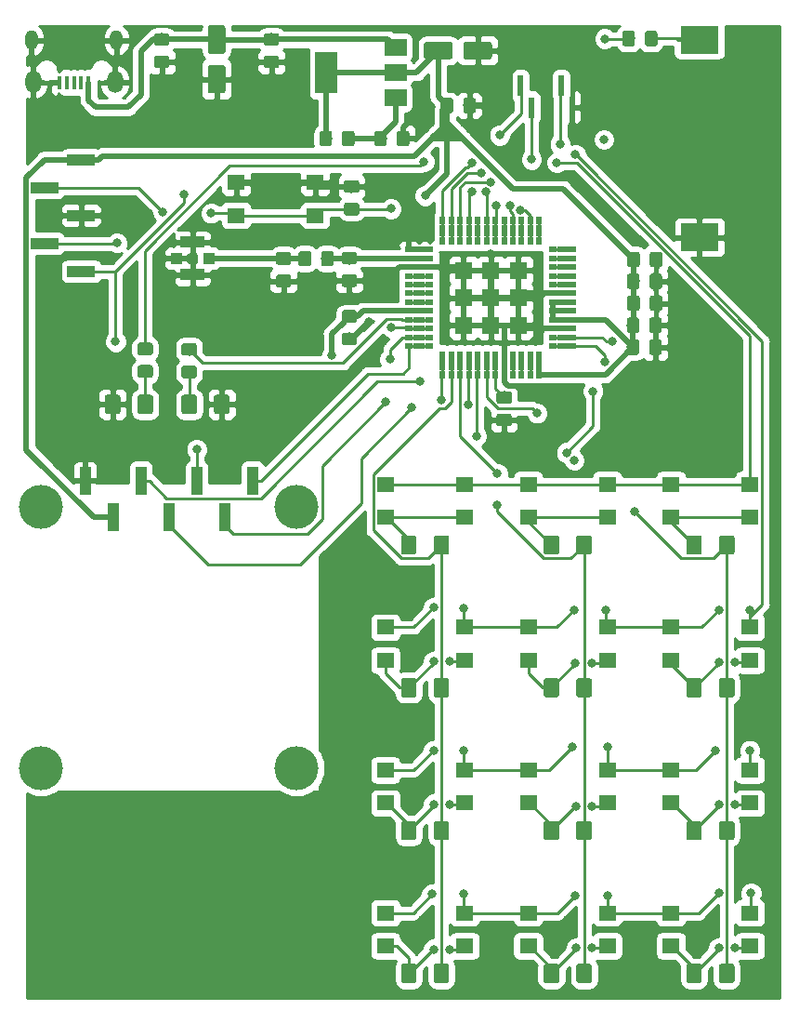
<source format=gbr>
G04 #@! TF.GenerationSoftware,KiCad,Pcbnew,(5.0.2)-1*
G04 #@! TF.CreationDate,2020-02-13T18:49:40+01:00*
G04 #@! TF.ProjectId,Project-ESD,50726f6a-6563-4742-9d45-53442e6b6963,rev?*
G04 #@! TF.SameCoordinates,Original*
G04 #@! TF.FileFunction,Copper,L1,Top*
G04 #@! TF.FilePolarity,Positive*
%FSLAX46Y46*%
G04 Gerber Fmt 4.6, Leading zero omitted, Abs format (unit mm)*
G04 Created by KiCad (PCBNEW (5.0.2)-1) date 2020-02-13 18:49:40*
%MOMM*%
%LPD*%
G01*
G04 APERTURE LIST*
G04 #@! TA.AperFunction,SMDPad,CuDef*
%ADD10R,0.500000X0.800000*%
G04 #@! TD*
G04 #@! TA.AperFunction,Conductor*
%ADD11R,0.500000X1.000000*%
G04 #@! TD*
G04 #@! TA.AperFunction,SMDPad,CuDef*
%ADD12R,0.800000X0.500000*%
G04 #@! TD*
G04 #@! TA.AperFunction,Conductor*
%ADD13R,1.000000X0.500000*%
G04 #@! TD*
G04 #@! TA.AperFunction,SMDPad,CuDef*
%ADD14R,1.600000X1.600000*%
G04 #@! TD*
G04 #@! TA.AperFunction,SMDPad,CuDef*
%ADD15R,3.500000X2.500000*%
G04 #@! TD*
G04 #@! TA.AperFunction,Conductor*
%ADD16C,0.100000*%
G04 #@! TD*
G04 #@! TA.AperFunction,SMDPad,CuDef*
%ADD17C,1.150000*%
G04 #@! TD*
G04 #@! TA.AperFunction,SMDPad,CuDef*
%ADD18C,1.600000*%
G04 #@! TD*
G04 #@! TA.AperFunction,SMDPad,CuDef*
%ADD19C,1.425000*%
G04 #@! TD*
G04 #@! TA.AperFunction,SMDPad,CuDef*
%ADD20R,0.450000X1.300000*%
G04 #@! TD*
G04 #@! TA.AperFunction,ComponentPad*
%ADD21O,1.450000X2.000000*%
G04 #@! TD*
G04 #@! TA.AperFunction,ComponentPad*
%ADD22O,1.150000X1.800000*%
G04 #@! TD*
G04 #@! TA.AperFunction,SMDPad,CuDef*
%ADD23R,2.510000X1.000000*%
G04 #@! TD*
G04 #@! TA.AperFunction,SMDPad,CuDef*
%ADD24R,2.200000X1.050000*%
G04 #@! TD*
G04 #@! TA.AperFunction,SMDPad,CuDef*
%ADD25R,1.000000X1.000000*%
G04 #@! TD*
G04 #@! TA.AperFunction,SMDPad,CuDef*
%ADD26R,1.000000X2.510000*%
G04 #@! TD*
G04 #@! TA.AperFunction,SMDPad,CuDef*
%ADD27R,1.600000X1.400000*%
G04 #@! TD*
G04 #@! TA.AperFunction,SMDPad,CuDef*
%ADD28R,2.000000X3.800000*%
G04 #@! TD*
G04 #@! TA.AperFunction,SMDPad,CuDef*
%ADD29R,2.000000X1.500000*%
G04 #@! TD*
G04 #@! TA.AperFunction,SMDPad,CuDef*
%ADD30R,0.500000X1.950000*%
G04 #@! TD*
G04 #@! TA.AperFunction,ViaPad*
%ADD31C,4.000000*%
G04 #@! TD*
G04 #@! TA.AperFunction,ViaPad*
%ADD32C,0.800000*%
G04 #@! TD*
G04 #@! TA.AperFunction,Conductor*
%ADD33C,0.250000*%
G04 #@! TD*
G04 #@! TA.AperFunction,Conductor*
%ADD34C,0.500000*%
G04 #@! TD*
G04 #@! TA.AperFunction,Conductor*
%ADD35C,0.254000*%
G04 #@! TD*
G04 APERTURE END LIST*
D10*
G04 #@! TO.P,U2,48*
G04 #@! TO.N,+3V3*
X158600000Y-80200000D03*
D11*
G04 #@! TD*
G04 #@! TO.N,+3V3*
G04 #@! TO.C,U2*
X158600000Y-79300000D03*
D10*
G04 #@! TO.P,U2,47*
G04 #@! TO.N,Net-(U2-Pad47)*
X157800000Y-80200000D03*
D11*
G04 #@! TD*
G04 #@! TO.N,Net-(U2-Pad47)*
G04 #@! TO.C,U2*
X157800000Y-79300000D03*
D10*
G04 #@! TO.P,U2,46*
G04 #@! TO.N,Net-(U2-Pad46)*
X157000000Y-80200000D03*
D11*
G04 #@! TD*
G04 #@! TO.N,Net-(U2-Pad46)*
G04 #@! TO.C,U2*
X157000000Y-79300000D03*
D10*
G04 #@! TO.P,U2,45*
G04 #@! TO.N,Net-(U2-Pad45)*
X156200000Y-80200000D03*
D11*
G04 #@! TD*
G04 #@! TO.N,Net-(U2-Pad45)*
G04 #@! TO.C,U2*
X156200000Y-79300000D03*
D10*
G04 #@! TO.P,U2,44*
G04 #@! TO.N,GND*
X155400000Y-80200000D03*
D11*
G04 #@! TD*
G04 #@! TO.N,GND*
G04 #@! TO.C,U2*
X155400000Y-79300000D03*
D10*
G04 #@! TO.P,U2,43*
G04 #@! TO.N,Net-(R3-Pad1)*
X154600000Y-80200000D03*
D11*
G04 #@! TD*
G04 #@! TO.N,Net-(R3-Pad1)*
G04 #@! TO.C,U2*
X154600000Y-79300000D03*
D10*
G04 #@! TO.P,U2,42*
G04 #@! TO.N,Net-(J2-Pad2)*
X153800000Y-80200000D03*
D11*
G04 #@! TD*
G04 #@! TO.N,Net-(J2-Pad2)*
G04 #@! TO.C,U2*
X153800000Y-79300000D03*
D10*
G04 #@! TO.P,U2,41*
G04 #@! TO.N,Net-(J2-Pad4)*
X153000000Y-80200000D03*
D11*
G04 #@! TD*
G04 #@! TO.N,Net-(J2-Pad4)*
G04 #@! TO.C,U2*
X153000000Y-79300000D03*
D10*
G04 #@! TO.P,U2,40*
G04 #@! TO.N,COL3*
X152200000Y-80200000D03*
D11*
G04 #@! TD*
G04 #@! TO.N,COL3*
G04 #@! TO.C,U2*
X152200000Y-79300000D03*
D10*
G04 #@! TO.P,U2,39*
G04 #@! TO.N,COL2*
X151400000Y-80200000D03*
D11*
G04 #@! TD*
G04 #@! TO.N,COL2*
G04 #@! TO.C,U2*
X151400000Y-79300000D03*
D10*
G04 #@! TO.P,U2,38*
G04 #@! TO.N,COL1*
X150600000Y-80200000D03*
D11*
G04 #@! TD*
G04 #@! TO.N,COL1*
G04 #@! TO.C,U2*
X150600000Y-79300000D03*
D10*
G04 #@! TO.P,U2,37*
G04 #@! TO.N,BZ*
X149800000Y-80200000D03*
D11*
G04 #@! TD*
G04 #@! TO.N,BZ*
G04 #@! TO.C,U2*
X149800000Y-79300000D03*
D12*
G04 #@! TO.P,U2,36*
G04 #@! TO.N,CS*
X146750000Y-77600000D03*
D13*
G04 #@! TD*
G04 #@! TO.N,CS*
G04 #@! TO.C,U2*
X147650000Y-77600000D03*
D12*
G04 #@! TO.P,U2,35*
G04 #@! TO.N,DC*
X146750000Y-76800000D03*
D13*
G04 #@! TD*
G04 #@! TO.N,DC*
G04 #@! TO.C,U2*
X147650000Y-76800000D03*
D12*
G04 #@! TO.P,U2,34*
G04 #@! TO.N,RES*
X146750000Y-76000000D03*
D13*
G04 #@! TD*
G04 #@! TO.N,RES*
G04 #@! TO.C,U2*
X147650000Y-76000000D03*
D12*
G04 #@! TO.P,U2,33*
G04 #@! TO.N,LED1*
X146750000Y-75200000D03*
D13*
G04 #@! TD*
G04 #@! TO.N,LED1*
G04 #@! TO.C,U2*
X147650000Y-75200000D03*
D12*
G04 #@! TO.P,U2,32*
G04 #@! TO.N,+3V3*
X146750000Y-74400000D03*
D13*
G04 #@! TD*
G04 #@! TO.N,+3V3*
G04 #@! TO.C,U2*
X147650000Y-74400000D03*
D12*
G04 #@! TO.P,U2,31*
G04 #@! TO.N,Net-(U2-Pad31)*
X146750000Y-73600000D03*
D13*
G04 #@! TD*
G04 #@! TO.N,Net-(U2-Pad31)*
G04 #@! TO.C,U2*
X147650000Y-73600000D03*
D12*
G04 #@! TO.P,U2,30*
G04 #@! TO.N,Net-(U2-Pad30)*
X146750000Y-72800000D03*
D13*
G04 #@! TD*
G04 #@! TO.N,Net-(U2-Pad30)*
G04 #@! TO.C,U2*
X147650000Y-72800000D03*
D12*
G04 #@! TO.P,U2,29*
G04 #@! TO.N,Net-(U2-Pad29)*
X146750000Y-72000000D03*
D13*
G04 #@! TD*
G04 #@! TO.N,Net-(U2-Pad29)*
G04 #@! TO.C,U2*
X147650000Y-72000000D03*
D12*
G04 #@! TO.P,U2,28*
G04 #@! TO.N,Net-(U2-Pad28)*
X146750000Y-71200000D03*
D13*
G04 #@! TD*
G04 #@! TO.N,Net-(U2-Pad28)*
G04 #@! TO.C,U2*
X147650000Y-71200000D03*
D12*
G04 #@! TO.P,U2,27*
G04 #@! TO.N,GND*
X146750000Y-70400000D03*
D13*
G04 #@! TD*
G04 #@! TO.N,GND*
G04 #@! TO.C,U2*
X147650000Y-70400000D03*
D12*
G04 #@! TO.P,U2,26*
G04 #@! TO.N,Net-(C14-Pad2)*
X146750000Y-69600000D03*
D13*
G04 #@! TD*
G04 #@! TO.N,Net-(C14-Pad2)*
G04 #@! TO.C,U2*
X147650000Y-69600000D03*
D12*
G04 #@! TO.P,U2,25*
G04 #@! TO.N,GND*
X146750000Y-68800000D03*
D13*
G04 #@! TD*
G04 #@! TO.N,GND*
G04 #@! TO.C,U2*
X147650000Y-68800000D03*
D10*
G04 #@! TO.P,U2,24*
G04 #@! TO.N,Net-(J3-Pad2)*
X149800000Y-66200000D03*
D11*
G04 #@! TD*
G04 #@! TO.N,Net-(J3-Pad2)*
G04 #@! TO.C,U2*
X149800000Y-67100000D03*
D10*
G04 #@! TO.P,U2,23*
G04 #@! TO.N,Net-(J3-Pad1)*
X150600000Y-66200000D03*
D11*
G04 #@! TD*
G04 #@! TO.N,Net-(J3-Pad1)*
G04 #@! TO.C,U2*
X150600000Y-67100000D03*
D10*
G04 #@! TO.P,U2,22*
G04 #@! TO.N,Net-(J6-Pad2)*
X151400000Y-66200000D03*
D11*
G04 #@! TD*
G04 #@! TO.N,Net-(J6-Pad2)*
G04 #@! TO.C,U2*
X151400000Y-67100000D03*
D10*
G04 #@! TO.P,U2,21*
G04 #@! TO.N,LED2*
X152200000Y-66200000D03*
D11*
G04 #@! TD*
G04 #@! TO.N,LED2*
G04 #@! TO.C,U2*
X152200000Y-67100000D03*
D10*
G04 #@! TO.P,U2,20*
G04 #@! TO.N,Net-(U2-Pad20)*
X153000000Y-66200000D03*
D11*
G04 #@! TD*
G04 #@! TO.N,Net-(U2-Pad20)*
G04 #@! TO.C,U2*
X153000000Y-67100000D03*
D10*
G04 #@! TO.P,U2,19*
G04 #@! TO.N,ROW1*
X153800000Y-66200000D03*
D11*
G04 #@! TD*
G04 #@! TO.N,ROW1*
G04 #@! TO.C,U2*
X153800000Y-67100000D03*
D10*
G04 #@! TO.P,U2,18*
G04 #@! TO.N,ROW2*
X154600000Y-66200000D03*
D11*
G04 #@! TD*
G04 #@! TO.N,ROW2*
G04 #@! TO.C,U2*
X154600000Y-67100000D03*
D10*
G04 #@! TO.P,U2,17*
G04 #@! TO.N,Net-(U2-Pad17)*
X155400000Y-66200000D03*
D11*
G04 #@! TD*
G04 #@! TO.N,Net-(U2-Pad17)*
G04 #@! TO.C,U2*
X155400000Y-67100000D03*
D10*
G04 #@! TO.P,U2,16*
G04 #@! TO.N,D0*
X156200000Y-66200000D03*
D11*
G04 #@! TD*
G04 #@! TO.N,D0*
G04 #@! TO.C,U2*
X156200000Y-67100000D03*
D10*
G04 #@! TO.P,U2,15*
G04 #@! TO.N,Net-(U2-Pad15)*
X157000000Y-66200000D03*
D11*
G04 #@! TD*
G04 #@! TO.N,Net-(U2-Pad15)*
G04 #@! TO.C,U2*
X157000000Y-67100000D03*
D10*
G04 #@! TO.P,U2,14*
G04 #@! TO.N,D1*
X157800000Y-66200000D03*
D11*
G04 #@! TD*
G04 #@! TO.N,D1*
G04 #@! TO.C,U2*
X157800000Y-67100000D03*
D10*
G04 #@! TO.P,U2,13*
G04 #@! TO.N,Net-(U2-Pad13)*
X158600000Y-66200000D03*
D11*
G04 #@! TD*
G04 #@! TO.N,Net-(U2-Pad13)*
G04 #@! TO.C,U2*
X158600000Y-67100000D03*
D12*
G04 #@! TO.P,U2,12*
G04 #@! TO.N,Net-(U2-Pad12)*
X161650000Y-68800000D03*
D13*
G04 #@! TD*
G04 #@! TO.N,Net-(U2-Pad12)*
G04 #@! TO.C,U2*
X160750000Y-68800000D03*
D12*
G04 #@! TO.P,U2,11*
G04 #@! TO.N,Net-(U2-Pad11)*
X161650000Y-69600000D03*
D13*
G04 #@! TD*
G04 #@! TO.N,Net-(U2-Pad11)*
G04 #@! TO.C,U2*
X160750000Y-69600000D03*
D12*
G04 #@! TO.P,U2,10*
G04 #@! TO.N,Net-(U2-Pad10)*
X161650000Y-70400000D03*
D13*
G04 #@! TD*
G04 #@! TO.N,Net-(U2-Pad10)*
G04 #@! TO.C,U2*
X160750000Y-70400000D03*
D12*
G04 #@! TO.P,U2,9*
G04 #@! TO.N,Net-(U2-Pad9)*
X161650000Y-71200000D03*
D13*
G04 #@! TD*
G04 #@! TO.N,Net-(U2-Pad9)*
G04 #@! TO.C,U2*
X160750000Y-71200000D03*
D12*
G04 #@! TO.P,U2,8*
G04 #@! TO.N,Net-(U2-Pad8)*
X161650000Y-72000000D03*
D13*
G04 #@! TD*
G04 #@! TO.N,Net-(U2-Pad8)*
G04 #@! TO.C,U2*
X160750000Y-72000000D03*
D12*
G04 #@! TO.P,U2,7*
G04 #@! TO.N,GND*
X161650000Y-72800000D03*
D13*
G04 #@! TD*
G04 #@! TO.N,GND*
G04 #@! TO.C,U2*
X160750000Y-72800000D03*
D12*
G04 #@! TO.P,U2,6*
G04 #@! TO.N,+3V3*
X161650000Y-73600000D03*
D13*
G04 #@! TD*
G04 #@! TO.N,+3V3*
G04 #@! TO.C,U2*
X160750000Y-73600000D03*
D12*
G04 #@! TO.P,U2,5*
G04 #@! TO.N,+3V3*
X161650000Y-74400000D03*
D13*
G04 #@! TD*
G04 #@! TO.N,+3V3*
G04 #@! TO.C,U2*
X160750000Y-74400000D03*
D12*
G04 #@! TO.P,U2,4*
G04 #@! TO.N,+3V3*
X161650000Y-75200000D03*
D13*
G04 #@! TD*
G04 #@! TO.N,+3V3*
G04 #@! TO.C,U2*
X160750000Y-75200000D03*
D12*
G04 #@! TO.P,U2,3*
G04 #@! TO.N,GND*
X161650000Y-76000000D03*
D13*
G04 #@! TD*
G04 #@! TO.N,GND*
G04 #@! TO.C,U2*
X160750000Y-76000000D03*
D12*
G04 #@! TO.P,U2,2*
G04 #@! TO.N,ROW3*
X161650000Y-76800000D03*
D13*
G04 #@! TD*
G04 #@! TO.N,ROW3*
G04 #@! TO.C,U2*
X160750000Y-76800000D03*
D12*
G04 #@! TO.P,U2,1*
G04 #@! TO.N,ROW4*
X161650000Y-77600000D03*
D13*
G04 #@! TD*
G04 #@! TO.N,ROW4*
G04 #@! TO.C,U2*
X160750000Y-77600000D03*
D14*
G04 #@! TO.P,U2,57*
G04 #@! TO.N,GND*
X151700000Y-70700000D03*
G04 #@! TO.P,U2,56*
X154200000Y-70700000D03*
G04 #@! TO.P,U2,55*
X156700000Y-70700000D03*
G04 #@! TO.P,U2,54*
X151700000Y-73200000D03*
G04 #@! TO.P,U2,53*
X154200000Y-73200000D03*
G04 #@! TO.P,U2,52*
X156700000Y-73200000D03*
G04 #@! TO.P,U2,51*
X151700000Y-75700000D03*
G04 #@! TO.P,U2,50*
X154200000Y-75700000D03*
G04 #@! TO.P,U2,49*
X156700000Y-75700000D03*
D10*
G04 #@! TO.P,U2,48*
G04 #@! TO.N,+3V3*
X158600000Y-78400000D03*
G04 #@! TO.P,U2,47*
G04 #@! TO.N,Net-(U2-Pad47)*
X157800000Y-78400000D03*
G04 #@! TO.P,U2,46*
G04 #@! TO.N,Net-(U2-Pad46)*
X157000000Y-78400000D03*
G04 #@! TO.P,U2,45*
G04 #@! TO.N,Net-(U2-Pad45)*
X156200000Y-78400000D03*
G04 #@! TO.P,U2,44*
G04 #@! TO.N,GND*
X155400000Y-78400000D03*
G04 #@! TO.P,U2,43*
G04 #@! TO.N,Net-(R3-Pad1)*
X154600000Y-78400000D03*
G04 #@! TO.P,U2,42*
G04 #@! TO.N,Net-(J2-Pad2)*
X153800000Y-78400000D03*
D12*
G04 #@! TO.P,U2,1*
G04 #@! TO.N,ROW4*
X159850000Y-77600000D03*
G04 #@! TO.P,U2,2*
G04 #@! TO.N,ROW3*
X159850000Y-76800000D03*
G04 #@! TO.P,U2,3*
G04 #@! TO.N,GND*
X159850000Y-76000000D03*
G04 #@! TO.P,U2,4*
G04 #@! TO.N,+3V3*
X159850000Y-75200000D03*
G04 #@! TO.P,U2,5*
X159850000Y-74400000D03*
G04 #@! TO.P,U2,6*
X159850000Y-73600000D03*
G04 #@! TO.P,U2,7*
G04 #@! TO.N,GND*
X159850000Y-72800000D03*
G04 #@! TO.P,U2,8*
G04 #@! TO.N,Net-(U2-Pad8)*
X159850000Y-72000000D03*
G04 #@! TO.P,U2,9*
G04 #@! TO.N,Net-(U2-Pad9)*
X159850000Y-71200000D03*
G04 #@! TO.P,U2,10*
G04 #@! TO.N,Net-(U2-Pad10)*
X159850000Y-70400000D03*
G04 #@! TO.P,U2,11*
G04 #@! TO.N,Net-(U2-Pad11)*
X159850000Y-69600000D03*
G04 #@! TO.P,U2,27*
G04 #@! TO.N,GND*
X148550000Y-70400000D03*
G04 #@! TO.P,U2,28*
G04 #@! TO.N,Net-(U2-Pad28)*
X148550000Y-71200000D03*
G04 #@! TO.P,U2,29*
G04 #@! TO.N,Net-(U2-Pad29)*
X148550000Y-72000000D03*
G04 #@! TO.P,U2,30*
G04 #@! TO.N,Net-(U2-Pad30)*
X148550000Y-72800000D03*
G04 #@! TO.P,U2,31*
G04 #@! TO.N,Net-(U2-Pad31)*
X148550000Y-73600000D03*
G04 #@! TO.P,U2,32*
G04 #@! TO.N,+3V3*
X148550000Y-74400000D03*
G04 #@! TO.P,U2,33*
G04 #@! TO.N,LED1*
X148550000Y-75200000D03*
G04 #@! TO.P,U2,34*
G04 #@! TO.N,RES*
X148550000Y-76000000D03*
G04 #@! TO.P,U2,35*
G04 #@! TO.N,DC*
X148550000Y-76800000D03*
G04 #@! TO.P,U2,36*
G04 #@! TO.N,CS*
X148550000Y-77600000D03*
D10*
G04 #@! TO.P,U2,37*
G04 #@! TO.N,BZ*
X149800000Y-78400000D03*
G04 #@! TO.P,U2,39*
G04 #@! TO.N,COL2*
X151400000Y-78400000D03*
G04 #@! TO.P,U2,40*
G04 #@! TO.N,COL3*
X152200000Y-78400000D03*
G04 #@! TO.P,U2,41*
G04 #@! TO.N,Net-(J2-Pad4)*
X153000000Y-78400000D03*
D12*
G04 #@! TO.P,U2,12*
G04 #@! TO.N,Net-(U2-Pad12)*
X159850000Y-68800000D03*
D10*
G04 #@! TO.P,U2,13*
G04 #@! TO.N,Net-(U2-Pad13)*
X158600000Y-68000000D03*
G04 #@! TO.P,U2,14*
G04 #@! TO.N,D1*
X157800000Y-68000000D03*
G04 #@! TO.P,U2,15*
G04 #@! TO.N,Net-(U2-Pad15)*
X157000000Y-68000000D03*
G04 #@! TO.P,U2,16*
G04 #@! TO.N,D0*
X156200000Y-68000000D03*
G04 #@! TO.P,U2,17*
G04 #@! TO.N,Net-(U2-Pad17)*
X155400000Y-68000000D03*
G04 #@! TO.P,U2,18*
G04 #@! TO.N,ROW2*
X154600000Y-68000000D03*
G04 #@! TO.P,U2,19*
G04 #@! TO.N,ROW1*
X153800000Y-68000000D03*
G04 #@! TO.P,U2,20*
G04 #@! TO.N,Net-(U2-Pad20)*
X153000000Y-68000000D03*
G04 #@! TO.P,U2,21*
G04 #@! TO.N,LED2*
X152200000Y-68000000D03*
G04 #@! TO.P,U2,22*
G04 #@! TO.N,Net-(J6-Pad2)*
X151400000Y-68000000D03*
G04 #@! TO.P,U2,23*
G04 #@! TO.N,Net-(J3-Pad1)*
X150600000Y-68000000D03*
G04 #@! TO.P,U2,24*
G04 #@! TO.N,Net-(J3-Pad2)*
X149800000Y-68000000D03*
D12*
G04 #@! TO.P,U2,25*
G04 #@! TO.N,GND*
X148550000Y-68800000D03*
G04 #@! TO.P,U2,26*
G04 #@! TO.N,Net-(C14-Pad2)*
X148550000Y-69600000D03*
D10*
G04 #@! TO.P,U2,38*
G04 #@! TO.N,COL1*
X150600000Y-78400000D03*
G04 #@! TD*
D15*
G04 #@! TO.P,BZ1,1*
G04 #@! TO.N,Net-(BZ1-Pad1)*
X173200000Y-49700000D03*
G04 #@! TO.P,BZ1,2*
G04 #@! TO.N,GND*
X173200000Y-67700000D03*
G04 #@! TD*
D16*
G04 #@! TO.N,+5V*
G04 #@! TO.C,C1*
G36*
X124674505Y-49101204D02*
X124698773Y-49104804D01*
X124722572Y-49110765D01*
X124745671Y-49119030D01*
X124767850Y-49129520D01*
X124788893Y-49142132D01*
X124808599Y-49156747D01*
X124826777Y-49173223D01*
X124843253Y-49191401D01*
X124857868Y-49211107D01*
X124870480Y-49232150D01*
X124880970Y-49254329D01*
X124889235Y-49277428D01*
X124895196Y-49301227D01*
X124898796Y-49325495D01*
X124900000Y-49349999D01*
X124900000Y-50000001D01*
X124898796Y-50024505D01*
X124895196Y-50048773D01*
X124889235Y-50072572D01*
X124880970Y-50095671D01*
X124870480Y-50117850D01*
X124857868Y-50138893D01*
X124843253Y-50158599D01*
X124826777Y-50176777D01*
X124808599Y-50193253D01*
X124788893Y-50207868D01*
X124767850Y-50220480D01*
X124745671Y-50230970D01*
X124722572Y-50239235D01*
X124698773Y-50245196D01*
X124674505Y-50248796D01*
X124650001Y-50250000D01*
X123749999Y-50250000D01*
X123725495Y-50248796D01*
X123701227Y-50245196D01*
X123677428Y-50239235D01*
X123654329Y-50230970D01*
X123632150Y-50220480D01*
X123611107Y-50207868D01*
X123591401Y-50193253D01*
X123573223Y-50176777D01*
X123556747Y-50158599D01*
X123542132Y-50138893D01*
X123529520Y-50117850D01*
X123519030Y-50095671D01*
X123510765Y-50072572D01*
X123504804Y-50048773D01*
X123501204Y-50024505D01*
X123500000Y-50000001D01*
X123500000Y-49349999D01*
X123501204Y-49325495D01*
X123504804Y-49301227D01*
X123510765Y-49277428D01*
X123519030Y-49254329D01*
X123529520Y-49232150D01*
X123542132Y-49211107D01*
X123556747Y-49191401D01*
X123573223Y-49173223D01*
X123591401Y-49156747D01*
X123611107Y-49142132D01*
X123632150Y-49129520D01*
X123654329Y-49119030D01*
X123677428Y-49110765D01*
X123701227Y-49104804D01*
X123725495Y-49101204D01*
X123749999Y-49100000D01*
X124650001Y-49100000D01*
X124674505Y-49101204D01*
X124674505Y-49101204D01*
G37*
D17*
G04 #@! TD*
G04 #@! TO.P,C1,1*
G04 #@! TO.N,+5V*
X124200000Y-49675000D03*
D16*
G04 #@! TO.N,GND*
G04 #@! TO.C,C1*
G36*
X124674505Y-51151204D02*
X124698773Y-51154804D01*
X124722572Y-51160765D01*
X124745671Y-51169030D01*
X124767850Y-51179520D01*
X124788893Y-51192132D01*
X124808599Y-51206747D01*
X124826777Y-51223223D01*
X124843253Y-51241401D01*
X124857868Y-51261107D01*
X124870480Y-51282150D01*
X124880970Y-51304329D01*
X124889235Y-51327428D01*
X124895196Y-51351227D01*
X124898796Y-51375495D01*
X124900000Y-51399999D01*
X124900000Y-52050001D01*
X124898796Y-52074505D01*
X124895196Y-52098773D01*
X124889235Y-52122572D01*
X124880970Y-52145671D01*
X124870480Y-52167850D01*
X124857868Y-52188893D01*
X124843253Y-52208599D01*
X124826777Y-52226777D01*
X124808599Y-52243253D01*
X124788893Y-52257868D01*
X124767850Y-52270480D01*
X124745671Y-52280970D01*
X124722572Y-52289235D01*
X124698773Y-52295196D01*
X124674505Y-52298796D01*
X124650001Y-52300000D01*
X123749999Y-52300000D01*
X123725495Y-52298796D01*
X123701227Y-52295196D01*
X123677428Y-52289235D01*
X123654329Y-52280970D01*
X123632150Y-52270480D01*
X123611107Y-52257868D01*
X123591401Y-52243253D01*
X123573223Y-52226777D01*
X123556747Y-52208599D01*
X123542132Y-52188893D01*
X123529520Y-52167850D01*
X123519030Y-52145671D01*
X123510765Y-52122572D01*
X123504804Y-52098773D01*
X123501204Y-52074505D01*
X123500000Y-52050001D01*
X123500000Y-51399999D01*
X123501204Y-51375495D01*
X123504804Y-51351227D01*
X123510765Y-51327428D01*
X123519030Y-51304329D01*
X123529520Y-51282150D01*
X123542132Y-51261107D01*
X123556747Y-51241401D01*
X123573223Y-51223223D01*
X123591401Y-51206747D01*
X123611107Y-51192132D01*
X123632150Y-51179520D01*
X123654329Y-51169030D01*
X123677428Y-51160765D01*
X123701227Y-51154804D01*
X123725495Y-51151204D01*
X123749999Y-51150000D01*
X124650001Y-51150000D01*
X124674505Y-51151204D01*
X124674505Y-51151204D01*
G37*
D17*
G04 #@! TD*
G04 #@! TO.P,C1,2*
G04 #@! TO.N,GND*
X124200000Y-51725000D03*
D16*
G04 #@! TO.N,+5V*
G04 #@! TO.C,C2*
G36*
X129774504Y-48401204D02*
X129798773Y-48404804D01*
X129822571Y-48410765D01*
X129845671Y-48419030D01*
X129867849Y-48429520D01*
X129888893Y-48442133D01*
X129908598Y-48456747D01*
X129926777Y-48473223D01*
X129943253Y-48491402D01*
X129957867Y-48511107D01*
X129970480Y-48532151D01*
X129980970Y-48554329D01*
X129989235Y-48577429D01*
X129995196Y-48601227D01*
X129998796Y-48625496D01*
X130000000Y-48650000D01*
X130000000Y-50750000D01*
X129998796Y-50774504D01*
X129995196Y-50798773D01*
X129989235Y-50822571D01*
X129980970Y-50845671D01*
X129970480Y-50867849D01*
X129957867Y-50888893D01*
X129943253Y-50908598D01*
X129926777Y-50926777D01*
X129908598Y-50943253D01*
X129888893Y-50957867D01*
X129867849Y-50970480D01*
X129845671Y-50980970D01*
X129822571Y-50989235D01*
X129798773Y-50995196D01*
X129774504Y-50998796D01*
X129750000Y-51000000D01*
X128650000Y-51000000D01*
X128625496Y-50998796D01*
X128601227Y-50995196D01*
X128577429Y-50989235D01*
X128554329Y-50980970D01*
X128532151Y-50970480D01*
X128511107Y-50957867D01*
X128491402Y-50943253D01*
X128473223Y-50926777D01*
X128456747Y-50908598D01*
X128442133Y-50888893D01*
X128429520Y-50867849D01*
X128419030Y-50845671D01*
X128410765Y-50822571D01*
X128404804Y-50798773D01*
X128401204Y-50774504D01*
X128400000Y-50750000D01*
X128400000Y-48650000D01*
X128401204Y-48625496D01*
X128404804Y-48601227D01*
X128410765Y-48577429D01*
X128419030Y-48554329D01*
X128429520Y-48532151D01*
X128442133Y-48511107D01*
X128456747Y-48491402D01*
X128473223Y-48473223D01*
X128491402Y-48456747D01*
X128511107Y-48442133D01*
X128532151Y-48429520D01*
X128554329Y-48419030D01*
X128577429Y-48410765D01*
X128601227Y-48404804D01*
X128625496Y-48401204D01*
X128650000Y-48400000D01*
X129750000Y-48400000D01*
X129774504Y-48401204D01*
X129774504Y-48401204D01*
G37*
D18*
G04 #@! TD*
G04 #@! TO.P,C2,1*
G04 #@! TO.N,+5V*
X129200000Y-49700000D03*
D16*
G04 #@! TO.N,GND*
G04 #@! TO.C,C2*
G36*
X129774504Y-52001204D02*
X129798773Y-52004804D01*
X129822571Y-52010765D01*
X129845671Y-52019030D01*
X129867849Y-52029520D01*
X129888893Y-52042133D01*
X129908598Y-52056747D01*
X129926777Y-52073223D01*
X129943253Y-52091402D01*
X129957867Y-52111107D01*
X129970480Y-52132151D01*
X129980970Y-52154329D01*
X129989235Y-52177429D01*
X129995196Y-52201227D01*
X129998796Y-52225496D01*
X130000000Y-52250000D01*
X130000000Y-54350000D01*
X129998796Y-54374504D01*
X129995196Y-54398773D01*
X129989235Y-54422571D01*
X129980970Y-54445671D01*
X129970480Y-54467849D01*
X129957867Y-54488893D01*
X129943253Y-54508598D01*
X129926777Y-54526777D01*
X129908598Y-54543253D01*
X129888893Y-54557867D01*
X129867849Y-54570480D01*
X129845671Y-54580970D01*
X129822571Y-54589235D01*
X129798773Y-54595196D01*
X129774504Y-54598796D01*
X129750000Y-54600000D01*
X128650000Y-54600000D01*
X128625496Y-54598796D01*
X128601227Y-54595196D01*
X128577429Y-54589235D01*
X128554329Y-54580970D01*
X128532151Y-54570480D01*
X128511107Y-54557867D01*
X128491402Y-54543253D01*
X128473223Y-54526777D01*
X128456747Y-54508598D01*
X128442133Y-54488893D01*
X128429520Y-54467849D01*
X128419030Y-54445671D01*
X128410765Y-54422571D01*
X128404804Y-54398773D01*
X128401204Y-54374504D01*
X128400000Y-54350000D01*
X128400000Y-52250000D01*
X128401204Y-52225496D01*
X128404804Y-52201227D01*
X128410765Y-52177429D01*
X128419030Y-52154329D01*
X128429520Y-52132151D01*
X128442133Y-52111107D01*
X128456747Y-52091402D01*
X128473223Y-52073223D01*
X128491402Y-52056747D01*
X128511107Y-52042133D01*
X128532151Y-52029520D01*
X128554329Y-52019030D01*
X128577429Y-52010765D01*
X128601227Y-52004804D01*
X128625496Y-52001204D01*
X128650000Y-52000000D01*
X129750000Y-52000000D01*
X129774504Y-52001204D01*
X129774504Y-52001204D01*
G37*
D18*
G04 #@! TD*
G04 #@! TO.P,C2,2*
G04 #@! TO.N,GND*
X129200000Y-53300000D03*
D16*
G04 #@! TO.N,+5V*
G04 #@! TO.C,C3*
G36*
X134674505Y-49101204D02*
X134698773Y-49104804D01*
X134722572Y-49110765D01*
X134745671Y-49119030D01*
X134767850Y-49129520D01*
X134788893Y-49142132D01*
X134808599Y-49156747D01*
X134826777Y-49173223D01*
X134843253Y-49191401D01*
X134857868Y-49211107D01*
X134870480Y-49232150D01*
X134880970Y-49254329D01*
X134889235Y-49277428D01*
X134895196Y-49301227D01*
X134898796Y-49325495D01*
X134900000Y-49349999D01*
X134900000Y-50000001D01*
X134898796Y-50024505D01*
X134895196Y-50048773D01*
X134889235Y-50072572D01*
X134880970Y-50095671D01*
X134870480Y-50117850D01*
X134857868Y-50138893D01*
X134843253Y-50158599D01*
X134826777Y-50176777D01*
X134808599Y-50193253D01*
X134788893Y-50207868D01*
X134767850Y-50220480D01*
X134745671Y-50230970D01*
X134722572Y-50239235D01*
X134698773Y-50245196D01*
X134674505Y-50248796D01*
X134650001Y-50250000D01*
X133749999Y-50250000D01*
X133725495Y-50248796D01*
X133701227Y-50245196D01*
X133677428Y-50239235D01*
X133654329Y-50230970D01*
X133632150Y-50220480D01*
X133611107Y-50207868D01*
X133591401Y-50193253D01*
X133573223Y-50176777D01*
X133556747Y-50158599D01*
X133542132Y-50138893D01*
X133529520Y-50117850D01*
X133519030Y-50095671D01*
X133510765Y-50072572D01*
X133504804Y-50048773D01*
X133501204Y-50024505D01*
X133500000Y-50000001D01*
X133500000Y-49349999D01*
X133501204Y-49325495D01*
X133504804Y-49301227D01*
X133510765Y-49277428D01*
X133519030Y-49254329D01*
X133529520Y-49232150D01*
X133542132Y-49211107D01*
X133556747Y-49191401D01*
X133573223Y-49173223D01*
X133591401Y-49156747D01*
X133611107Y-49142132D01*
X133632150Y-49129520D01*
X133654329Y-49119030D01*
X133677428Y-49110765D01*
X133701227Y-49104804D01*
X133725495Y-49101204D01*
X133749999Y-49100000D01*
X134650001Y-49100000D01*
X134674505Y-49101204D01*
X134674505Y-49101204D01*
G37*
D17*
G04 #@! TD*
G04 #@! TO.P,C3,1*
G04 #@! TO.N,+5V*
X134200000Y-49675000D03*
D16*
G04 #@! TO.N,GND*
G04 #@! TO.C,C3*
G36*
X134674505Y-51151204D02*
X134698773Y-51154804D01*
X134722572Y-51160765D01*
X134745671Y-51169030D01*
X134767850Y-51179520D01*
X134788893Y-51192132D01*
X134808599Y-51206747D01*
X134826777Y-51223223D01*
X134843253Y-51241401D01*
X134857868Y-51261107D01*
X134870480Y-51282150D01*
X134880970Y-51304329D01*
X134889235Y-51327428D01*
X134895196Y-51351227D01*
X134898796Y-51375495D01*
X134900000Y-51399999D01*
X134900000Y-52050001D01*
X134898796Y-52074505D01*
X134895196Y-52098773D01*
X134889235Y-52122572D01*
X134880970Y-52145671D01*
X134870480Y-52167850D01*
X134857868Y-52188893D01*
X134843253Y-52208599D01*
X134826777Y-52226777D01*
X134808599Y-52243253D01*
X134788893Y-52257868D01*
X134767850Y-52270480D01*
X134745671Y-52280970D01*
X134722572Y-52289235D01*
X134698773Y-52295196D01*
X134674505Y-52298796D01*
X134650001Y-52300000D01*
X133749999Y-52300000D01*
X133725495Y-52298796D01*
X133701227Y-52295196D01*
X133677428Y-52289235D01*
X133654329Y-52280970D01*
X133632150Y-52270480D01*
X133611107Y-52257868D01*
X133591401Y-52243253D01*
X133573223Y-52226777D01*
X133556747Y-52208599D01*
X133542132Y-52188893D01*
X133529520Y-52167850D01*
X133519030Y-52145671D01*
X133510765Y-52122572D01*
X133504804Y-52098773D01*
X133501204Y-52074505D01*
X133500000Y-52050001D01*
X133500000Y-51399999D01*
X133501204Y-51375495D01*
X133504804Y-51351227D01*
X133510765Y-51327428D01*
X133519030Y-51304329D01*
X133529520Y-51282150D01*
X133542132Y-51261107D01*
X133556747Y-51241401D01*
X133573223Y-51223223D01*
X133591401Y-51206747D01*
X133611107Y-51192132D01*
X133632150Y-51179520D01*
X133654329Y-51169030D01*
X133677428Y-51160765D01*
X133701227Y-51154804D01*
X133725495Y-51151204D01*
X133749999Y-51150000D01*
X134650001Y-51150000D01*
X134674505Y-51151204D01*
X134674505Y-51151204D01*
G37*
D17*
G04 #@! TD*
G04 #@! TO.P,C3,2*
G04 #@! TO.N,GND*
X134200000Y-51725000D03*
D16*
G04 #@! TO.N,GND*
G04 #@! TO.C,C4*
G36*
X152599505Y-55001204D02*
X152623773Y-55004804D01*
X152647572Y-55010765D01*
X152670671Y-55019030D01*
X152692850Y-55029520D01*
X152713893Y-55042132D01*
X152733599Y-55056747D01*
X152751777Y-55073223D01*
X152768253Y-55091401D01*
X152782868Y-55111107D01*
X152795480Y-55132150D01*
X152805970Y-55154329D01*
X152814235Y-55177428D01*
X152820196Y-55201227D01*
X152823796Y-55225495D01*
X152825000Y-55249999D01*
X152825000Y-56150001D01*
X152823796Y-56174505D01*
X152820196Y-56198773D01*
X152814235Y-56222572D01*
X152805970Y-56245671D01*
X152795480Y-56267850D01*
X152782868Y-56288893D01*
X152768253Y-56308599D01*
X152751777Y-56326777D01*
X152733599Y-56343253D01*
X152713893Y-56357868D01*
X152692850Y-56370480D01*
X152670671Y-56380970D01*
X152647572Y-56389235D01*
X152623773Y-56395196D01*
X152599505Y-56398796D01*
X152575001Y-56400000D01*
X151924999Y-56400000D01*
X151900495Y-56398796D01*
X151876227Y-56395196D01*
X151852428Y-56389235D01*
X151829329Y-56380970D01*
X151807150Y-56370480D01*
X151786107Y-56357868D01*
X151766401Y-56343253D01*
X151748223Y-56326777D01*
X151731747Y-56308599D01*
X151717132Y-56288893D01*
X151704520Y-56267850D01*
X151694030Y-56245671D01*
X151685765Y-56222572D01*
X151679804Y-56198773D01*
X151676204Y-56174505D01*
X151675000Y-56150001D01*
X151675000Y-55249999D01*
X151676204Y-55225495D01*
X151679804Y-55201227D01*
X151685765Y-55177428D01*
X151694030Y-55154329D01*
X151704520Y-55132150D01*
X151717132Y-55111107D01*
X151731747Y-55091401D01*
X151748223Y-55073223D01*
X151766401Y-55056747D01*
X151786107Y-55042132D01*
X151807150Y-55029520D01*
X151829329Y-55019030D01*
X151852428Y-55010765D01*
X151876227Y-55004804D01*
X151900495Y-55001204D01*
X151924999Y-55000000D01*
X152575001Y-55000000D01*
X152599505Y-55001204D01*
X152599505Y-55001204D01*
G37*
D17*
G04 #@! TD*
G04 #@! TO.P,C4,2*
G04 #@! TO.N,GND*
X152250000Y-55700000D03*
D16*
G04 #@! TO.N,+3V3*
G04 #@! TO.C,C4*
G36*
X150549505Y-55001204D02*
X150573773Y-55004804D01*
X150597572Y-55010765D01*
X150620671Y-55019030D01*
X150642850Y-55029520D01*
X150663893Y-55042132D01*
X150683599Y-55056747D01*
X150701777Y-55073223D01*
X150718253Y-55091401D01*
X150732868Y-55111107D01*
X150745480Y-55132150D01*
X150755970Y-55154329D01*
X150764235Y-55177428D01*
X150770196Y-55201227D01*
X150773796Y-55225495D01*
X150775000Y-55249999D01*
X150775000Y-56150001D01*
X150773796Y-56174505D01*
X150770196Y-56198773D01*
X150764235Y-56222572D01*
X150755970Y-56245671D01*
X150745480Y-56267850D01*
X150732868Y-56288893D01*
X150718253Y-56308599D01*
X150701777Y-56326777D01*
X150683599Y-56343253D01*
X150663893Y-56357868D01*
X150642850Y-56370480D01*
X150620671Y-56380970D01*
X150597572Y-56389235D01*
X150573773Y-56395196D01*
X150549505Y-56398796D01*
X150525001Y-56400000D01*
X149874999Y-56400000D01*
X149850495Y-56398796D01*
X149826227Y-56395196D01*
X149802428Y-56389235D01*
X149779329Y-56380970D01*
X149757150Y-56370480D01*
X149736107Y-56357868D01*
X149716401Y-56343253D01*
X149698223Y-56326777D01*
X149681747Y-56308599D01*
X149667132Y-56288893D01*
X149654520Y-56267850D01*
X149644030Y-56245671D01*
X149635765Y-56222572D01*
X149629804Y-56198773D01*
X149626204Y-56174505D01*
X149625000Y-56150001D01*
X149625000Y-55249999D01*
X149626204Y-55225495D01*
X149629804Y-55201227D01*
X149635765Y-55177428D01*
X149644030Y-55154329D01*
X149654520Y-55132150D01*
X149667132Y-55111107D01*
X149681747Y-55091401D01*
X149698223Y-55073223D01*
X149716401Y-55056747D01*
X149736107Y-55042132D01*
X149757150Y-55029520D01*
X149779329Y-55019030D01*
X149802428Y-55010765D01*
X149826227Y-55004804D01*
X149850495Y-55001204D01*
X149874999Y-55000000D01*
X150525001Y-55000000D01*
X150549505Y-55001204D01*
X150549505Y-55001204D01*
G37*
D17*
G04 #@! TD*
G04 #@! TO.P,C4,1*
G04 #@! TO.N,+3V3*
X150200000Y-55700000D03*
D16*
G04 #@! TO.N,GND*
G04 #@! TO.C,C5*
G36*
X154074504Y-49901204D02*
X154098773Y-49904804D01*
X154122571Y-49910765D01*
X154145671Y-49919030D01*
X154167849Y-49929520D01*
X154188893Y-49942133D01*
X154208598Y-49956747D01*
X154226777Y-49973223D01*
X154243253Y-49991402D01*
X154257867Y-50011107D01*
X154270480Y-50032151D01*
X154280970Y-50054329D01*
X154289235Y-50077429D01*
X154295196Y-50101227D01*
X154298796Y-50125496D01*
X154300000Y-50150000D01*
X154300000Y-51250000D01*
X154298796Y-51274504D01*
X154295196Y-51298773D01*
X154289235Y-51322571D01*
X154280970Y-51345671D01*
X154270480Y-51367849D01*
X154257867Y-51388893D01*
X154243253Y-51408598D01*
X154226777Y-51426777D01*
X154208598Y-51443253D01*
X154188893Y-51457867D01*
X154167849Y-51470480D01*
X154145671Y-51480970D01*
X154122571Y-51489235D01*
X154098773Y-51495196D01*
X154074504Y-51498796D01*
X154050000Y-51500000D01*
X151950000Y-51500000D01*
X151925496Y-51498796D01*
X151901227Y-51495196D01*
X151877429Y-51489235D01*
X151854329Y-51480970D01*
X151832151Y-51470480D01*
X151811107Y-51457867D01*
X151791402Y-51443253D01*
X151773223Y-51426777D01*
X151756747Y-51408598D01*
X151742133Y-51388893D01*
X151729520Y-51367849D01*
X151719030Y-51345671D01*
X151710765Y-51322571D01*
X151704804Y-51298773D01*
X151701204Y-51274504D01*
X151700000Y-51250000D01*
X151700000Y-50150000D01*
X151701204Y-50125496D01*
X151704804Y-50101227D01*
X151710765Y-50077429D01*
X151719030Y-50054329D01*
X151729520Y-50032151D01*
X151742133Y-50011107D01*
X151756747Y-49991402D01*
X151773223Y-49973223D01*
X151791402Y-49956747D01*
X151811107Y-49942133D01*
X151832151Y-49929520D01*
X151854329Y-49919030D01*
X151877429Y-49910765D01*
X151901227Y-49904804D01*
X151925496Y-49901204D01*
X151950000Y-49900000D01*
X154050000Y-49900000D01*
X154074504Y-49901204D01*
X154074504Y-49901204D01*
G37*
D18*
G04 #@! TD*
G04 #@! TO.P,C5,2*
G04 #@! TO.N,GND*
X153000000Y-50700000D03*
D16*
G04 #@! TO.N,+3V3*
G04 #@! TO.C,C5*
G36*
X150474504Y-49901204D02*
X150498773Y-49904804D01*
X150522571Y-49910765D01*
X150545671Y-49919030D01*
X150567849Y-49929520D01*
X150588893Y-49942133D01*
X150608598Y-49956747D01*
X150626777Y-49973223D01*
X150643253Y-49991402D01*
X150657867Y-50011107D01*
X150670480Y-50032151D01*
X150680970Y-50054329D01*
X150689235Y-50077429D01*
X150695196Y-50101227D01*
X150698796Y-50125496D01*
X150700000Y-50150000D01*
X150700000Y-51250000D01*
X150698796Y-51274504D01*
X150695196Y-51298773D01*
X150689235Y-51322571D01*
X150680970Y-51345671D01*
X150670480Y-51367849D01*
X150657867Y-51388893D01*
X150643253Y-51408598D01*
X150626777Y-51426777D01*
X150608598Y-51443253D01*
X150588893Y-51457867D01*
X150567849Y-51470480D01*
X150545671Y-51480970D01*
X150522571Y-51489235D01*
X150498773Y-51495196D01*
X150474504Y-51498796D01*
X150450000Y-51500000D01*
X148350000Y-51500000D01*
X148325496Y-51498796D01*
X148301227Y-51495196D01*
X148277429Y-51489235D01*
X148254329Y-51480970D01*
X148232151Y-51470480D01*
X148211107Y-51457867D01*
X148191402Y-51443253D01*
X148173223Y-51426777D01*
X148156747Y-51408598D01*
X148142133Y-51388893D01*
X148129520Y-51367849D01*
X148119030Y-51345671D01*
X148110765Y-51322571D01*
X148104804Y-51298773D01*
X148101204Y-51274504D01*
X148100000Y-51250000D01*
X148100000Y-50150000D01*
X148101204Y-50125496D01*
X148104804Y-50101227D01*
X148110765Y-50077429D01*
X148119030Y-50054329D01*
X148129520Y-50032151D01*
X148142133Y-50011107D01*
X148156747Y-49991402D01*
X148173223Y-49973223D01*
X148191402Y-49956747D01*
X148211107Y-49942133D01*
X148232151Y-49929520D01*
X148254329Y-49919030D01*
X148277429Y-49910765D01*
X148301227Y-49904804D01*
X148325496Y-49901204D01*
X148350000Y-49900000D01*
X150450000Y-49900000D01*
X150474504Y-49901204D01*
X150474504Y-49901204D01*
G37*
D18*
G04 #@! TD*
G04 #@! TO.P,C5,1*
G04 #@! TO.N,+3V3*
X149400000Y-50700000D03*
D16*
G04 #@! TO.N,+3V3*
G04 #@! TO.C,C6*
G36*
X167549505Y-69001204D02*
X167573773Y-69004804D01*
X167597572Y-69010765D01*
X167620671Y-69019030D01*
X167642850Y-69029520D01*
X167663893Y-69042132D01*
X167683599Y-69056747D01*
X167701777Y-69073223D01*
X167718253Y-69091401D01*
X167732868Y-69111107D01*
X167745480Y-69132150D01*
X167755970Y-69154329D01*
X167764235Y-69177428D01*
X167770196Y-69201227D01*
X167773796Y-69225495D01*
X167775000Y-69249999D01*
X167775000Y-70150001D01*
X167773796Y-70174505D01*
X167770196Y-70198773D01*
X167764235Y-70222572D01*
X167755970Y-70245671D01*
X167745480Y-70267850D01*
X167732868Y-70288893D01*
X167718253Y-70308599D01*
X167701777Y-70326777D01*
X167683599Y-70343253D01*
X167663893Y-70357868D01*
X167642850Y-70370480D01*
X167620671Y-70380970D01*
X167597572Y-70389235D01*
X167573773Y-70395196D01*
X167549505Y-70398796D01*
X167525001Y-70400000D01*
X166874999Y-70400000D01*
X166850495Y-70398796D01*
X166826227Y-70395196D01*
X166802428Y-70389235D01*
X166779329Y-70380970D01*
X166757150Y-70370480D01*
X166736107Y-70357868D01*
X166716401Y-70343253D01*
X166698223Y-70326777D01*
X166681747Y-70308599D01*
X166667132Y-70288893D01*
X166654520Y-70267850D01*
X166644030Y-70245671D01*
X166635765Y-70222572D01*
X166629804Y-70198773D01*
X166626204Y-70174505D01*
X166625000Y-70150001D01*
X166625000Y-69249999D01*
X166626204Y-69225495D01*
X166629804Y-69201227D01*
X166635765Y-69177428D01*
X166644030Y-69154329D01*
X166654520Y-69132150D01*
X166667132Y-69111107D01*
X166681747Y-69091401D01*
X166698223Y-69073223D01*
X166716401Y-69056747D01*
X166736107Y-69042132D01*
X166757150Y-69029520D01*
X166779329Y-69019030D01*
X166802428Y-69010765D01*
X166826227Y-69004804D01*
X166850495Y-69001204D01*
X166874999Y-69000000D01*
X167525001Y-69000000D01*
X167549505Y-69001204D01*
X167549505Y-69001204D01*
G37*
D17*
G04 #@! TD*
G04 #@! TO.P,C6,1*
G04 #@! TO.N,+3V3*
X167200000Y-69700000D03*
D16*
G04 #@! TO.N,GND*
G04 #@! TO.C,C6*
G36*
X169599505Y-69001204D02*
X169623773Y-69004804D01*
X169647572Y-69010765D01*
X169670671Y-69019030D01*
X169692850Y-69029520D01*
X169713893Y-69042132D01*
X169733599Y-69056747D01*
X169751777Y-69073223D01*
X169768253Y-69091401D01*
X169782868Y-69111107D01*
X169795480Y-69132150D01*
X169805970Y-69154329D01*
X169814235Y-69177428D01*
X169820196Y-69201227D01*
X169823796Y-69225495D01*
X169825000Y-69249999D01*
X169825000Y-70150001D01*
X169823796Y-70174505D01*
X169820196Y-70198773D01*
X169814235Y-70222572D01*
X169805970Y-70245671D01*
X169795480Y-70267850D01*
X169782868Y-70288893D01*
X169768253Y-70308599D01*
X169751777Y-70326777D01*
X169733599Y-70343253D01*
X169713893Y-70357868D01*
X169692850Y-70370480D01*
X169670671Y-70380970D01*
X169647572Y-70389235D01*
X169623773Y-70395196D01*
X169599505Y-70398796D01*
X169575001Y-70400000D01*
X168924999Y-70400000D01*
X168900495Y-70398796D01*
X168876227Y-70395196D01*
X168852428Y-70389235D01*
X168829329Y-70380970D01*
X168807150Y-70370480D01*
X168786107Y-70357868D01*
X168766401Y-70343253D01*
X168748223Y-70326777D01*
X168731747Y-70308599D01*
X168717132Y-70288893D01*
X168704520Y-70267850D01*
X168694030Y-70245671D01*
X168685765Y-70222572D01*
X168679804Y-70198773D01*
X168676204Y-70174505D01*
X168675000Y-70150001D01*
X168675000Y-69249999D01*
X168676204Y-69225495D01*
X168679804Y-69201227D01*
X168685765Y-69177428D01*
X168694030Y-69154329D01*
X168704520Y-69132150D01*
X168717132Y-69111107D01*
X168731747Y-69091401D01*
X168748223Y-69073223D01*
X168766401Y-69056747D01*
X168786107Y-69042132D01*
X168807150Y-69029520D01*
X168829329Y-69019030D01*
X168852428Y-69010765D01*
X168876227Y-69004804D01*
X168900495Y-69001204D01*
X168924999Y-69000000D01*
X169575001Y-69000000D01*
X169599505Y-69001204D01*
X169599505Y-69001204D01*
G37*
D17*
G04 #@! TD*
G04 #@! TO.P,C6,2*
G04 #@! TO.N,GND*
X169250000Y-69700000D03*
D16*
G04 #@! TO.N,GND*
G04 #@! TO.C,C7*
G36*
X141974505Y-62501204D02*
X141998773Y-62504804D01*
X142022572Y-62510765D01*
X142045671Y-62519030D01*
X142067850Y-62529520D01*
X142088893Y-62542132D01*
X142108599Y-62556747D01*
X142126777Y-62573223D01*
X142143253Y-62591401D01*
X142157868Y-62611107D01*
X142170480Y-62632150D01*
X142180970Y-62654329D01*
X142189235Y-62677428D01*
X142195196Y-62701227D01*
X142198796Y-62725495D01*
X142200000Y-62749999D01*
X142200000Y-63400001D01*
X142198796Y-63424505D01*
X142195196Y-63448773D01*
X142189235Y-63472572D01*
X142180970Y-63495671D01*
X142170480Y-63517850D01*
X142157868Y-63538893D01*
X142143253Y-63558599D01*
X142126777Y-63576777D01*
X142108599Y-63593253D01*
X142088893Y-63607868D01*
X142067850Y-63620480D01*
X142045671Y-63630970D01*
X142022572Y-63639235D01*
X141998773Y-63645196D01*
X141974505Y-63648796D01*
X141950001Y-63650000D01*
X141049999Y-63650000D01*
X141025495Y-63648796D01*
X141001227Y-63645196D01*
X140977428Y-63639235D01*
X140954329Y-63630970D01*
X140932150Y-63620480D01*
X140911107Y-63607868D01*
X140891401Y-63593253D01*
X140873223Y-63576777D01*
X140856747Y-63558599D01*
X140842132Y-63538893D01*
X140829520Y-63517850D01*
X140819030Y-63495671D01*
X140810765Y-63472572D01*
X140804804Y-63448773D01*
X140801204Y-63424505D01*
X140800000Y-63400001D01*
X140800000Y-62749999D01*
X140801204Y-62725495D01*
X140804804Y-62701227D01*
X140810765Y-62677428D01*
X140819030Y-62654329D01*
X140829520Y-62632150D01*
X140842132Y-62611107D01*
X140856747Y-62591401D01*
X140873223Y-62573223D01*
X140891401Y-62556747D01*
X140911107Y-62542132D01*
X140932150Y-62529520D01*
X140954329Y-62519030D01*
X140977428Y-62510765D01*
X141001227Y-62504804D01*
X141025495Y-62501204D01*
X141049999Y-62500000D01*
X141950001Y-62500000D01*
X141974505Y-62501204D01*
X141974505Y-62501204D01*
G37*
D17*
G04 #@! TD*
G04 #@! TO.P,C7,1*
G04 #@! TO.N,GND*
X141500000Y-63075000D03*
D16*
G04 #@! TO.N,RES*
G04 #@! TO.C,C7*
G36*
X141974505Y-64551204D02*
X141998773Y-64554804D01*
X142022572Y-64560765D01*
X142045671Y-64569030D01*
X142067850Y-64579520D01*
X142088893Y-64592132D01*
X142108599Y-64606747D01*
X142126777Y-64623223D01*
X142143253Y-64641401D01*
X142157868Y-64661107D01*
X142170480Y-64682150D01*
X142180970Y-64704329D01*
X142189235Y-64727428D01*
X142195196Y-64751227D01*
X142198796Y-64775495D01*
X142200000Y-64799999D01*
X142200000Y-65450001D01*
X142198796Y-65474505D01*
X142195196Y-65498773D01*
X142189235Y-65522572D01*
X142180970Y-65545671D01*
X142170480Y-65567850D01*
X142157868Y-65588893D01*
X142143253Y-65608599D01*
X142126777Y-65626777D01*
X142108599Y-65643253D01*
X142088893Y-65657868D01*
X142067850Y-65670480D01*
X142045671Y-65680970D01*
X142022572Y-65689235D01*
X141998773Y-65695196D01*
X141974505Y-65698796D01*
X141950001Y-65700000D01*
X141049999Y-65700000D01*
X141025495Y-65698796D01*
X141001227Y-65695196D01*
X140977428Y-65689235D01*
X140954329Y-65680970D01*
X140932150Y-65670480D01*
X140911107Y-65657868D01*
X140891401Y-65643253D01*
X140873223Y-65626777D01*
X140856747Y-65608599D01*
X140842132Y-65588893D01*
X140829520Y-65567850D01*
X140819030Y-65545671D01*
X140810765Y-65522572D01*
X140804804Y-65498773D01*
X140801204Y-65474505D01*
X140800000Y-65450001D01*
X140800000Y-64799999D01*
X140801204Y-64775495D01*
X140804804Y-64751227D01*
X140810765Y-64727428D01*
X140819030Y-64704329D01*
X140829520Y-64682150D01*
X140842132Y-64661107D01*
X140856747Y-64641401D01*
X140873223Y-64623223D01*
X140891401Y-64606747D01*
X140911107Y-64592132D01*
X140932150Y-64579520D01*
X140954329Y-64569030D01*
X140977428Y-64560765D01*
X141001227Y-64554804D01*
X141025495Y-64551204D01*
X141049999Y-64550000D01*
X141950001Y-64550000D01*
X141974505Y-64551204D01*
X141974505Y-64551204D01*
G37*
D17*
G04 #@! TD*
G04 #@! TO.P,C7,2*
G04 #@! TO.N,RES*
X141500000Y-65125000D03*
D16*
G04 #@! TO.N,Net-(C14-Pad2)*
G04 #@! TO.C,C8*
G36*
X141772308Y-69020212D02*
X141796576Y-69023812D01*
X141820375Y-69029773D01*
X141843474Y-69038038D01*
X141865653Y-69048528D01*
X141886696Y-69061140D01*
X141906402Y-69075755D01*
X141924580Y-69092231D01*
X141941056Y-69110409D01*
X141955671Y-69130115D01*
X141968283Y-69151158D01*
X141978773Y-69173337D01*
X141987038Y-69196436D01*
X141992999Y-69220235D01*
X141996599Y-69244503D01*
X141997803Y-69269007D01*
X141997803Y-69919009D01*
X141996599Y-69943513D01*
X141992999Y-69967781D01*
X141987038Y-69991580D01*
X141978773Y-70014679D01*
X141968283Y-70036858D01*
X141955671Y-70057901D01*
X141941056Y-70077607D01*
X141924580Y-70095785D01*
X141906402Y-70112261D01*
X141886696Y-70126876D01*
X141865653Y-70139488D01*
X141843474Y-70149978D01*
X141820375Y-70158243D01*
X141796576Y-70164204D01*
X141772308Y-70167804D01*
X141747804Y-70169008D01*
X140847802Y-70169008D01*
X140823298Y-70167804D01*
X140799030Y-70164204D01*
X140775231Y-70158243D01*
X140752132Y-70149978D01*
X140729953Y-70139488D01*
X140708910Y-70126876D01*
X140689204Y-70112261D01*
X140671026Y-70095785D01*
X140654550Y-70077607D01*
X140639935Y-70057901D01*
X140627323Y-70036858D01*
X140616833Y-70014679D01*
X140608568Y-69991580D01*
X140602607Y-69967781D01*
X140599007Y-69943513D01*
X140597803Y-69919009D01*
X140597803Y-69269007D01*
X140599007Y-69244503D01*
X140602607Y-69220235D01*
X140608568Y-69196436D01*
X140616833Y-69173337D01*
X140627323Y-69151158D01*
X140639935Y-69130115D01*
X140654550Y-69110409D01*
X140671026Y-69092231D01*
X140689204Y-69075755D01*
X140708910Y-69061140D01*
X140729953Y-69048528D01*
X140752132Y-69038038D01*
X140775231Y-69029773D01*
X140799030Y-69023812D01*
X140823298Y-69020212D01*
X140847802Y-69019008D01*
X141747804Y-69019008D01*
X141772308Y-69020212D01*
X141772308Y-69020212D01*
G37*
D17*
G04 #@! TD*
G04 #@! TO.P,C8,1*
G04 #@! TO.N,Net-(C14-Pad2)*
X141297803Y-69594008D03*
D16*
G04 #@! TO.N,GND*
G04 #@! TO.C,C8*
G36*
X141772308Y-71070212D02*
X141796576Y-71073812D01*
X141820375Y-71079773D01*
X141843474Y-71088038D01*
X141865653Y-71098528D01*
X141886696Y-71111140D01*
X141906402Y-71125755D01*
X141924580Y-71142231D01*
X141941056Y-71160409D01*
X141955671Y-71180115D01*
X141968283Y-71201158D01*
X141978773Y-71223337D01*
X141987038Y-71246436D01*
X141992999Y-71270235D01*
X141996599Y-71294503D01*
X141997803Y-71319007D01*
X141997803Y-71969009D01*
X141996599Y-71993513D01*
X141992999Y-72017781D01*
X141987038Y-72041580D01*
X141978773Y-72064679D01*
X141968283Y-72086858D01*
X141955671Y-72107901D01*
X141941056Y-72127607D01*
X141924580Y-72145785D01*
X141906402Y-72162261D01*
X141886696Y-72176876D01*
X141865653Y-72189488D01*
X141843474Y-72199978D01*
X141820375Y-72208243D01*
X141796576Y-72214204D01*
X141772308Y-72217804D01*
X141747804Y-72219008D01*
X140847802Y-72219008D01*
X140823298Y-72217804D01*
X140799030Y-72214204D01*
X140775231Y-72208243D01*
X140752132Y-72199978D01*
X140729953Y-72189488D01*
X140708910Y-72176876D01*
X140689204Y-72162261D01*
X140671026Y-72145785D01*
X140654550Y-72127607D01*
X140639935Y-72107901D01*
X140627323Y-72086858D01*
X140616833Y-72064679D01*
X140608568Y-72041580D01*
X140602607Y-72017781D01*
X140599007Y-71993513D01*
X140597803Y-71969009D01*
X140597803Y-71319007D01*
X140599007Y-71294503D01*
X140602607Y-71270235D01*
X140608568Y-71246436D01*
X140616833Y-71223337D01*
X140627323Y-71201158D01*
X140639935Y-71180115D01*
X140654550Y-71160409D01*
X140671026Y-71142231D01*
X140689204Y-71125755D01*
X140708910Y-71111140D01*
X140729953Y-71098528D01*
X140752132Y-71088038D01*
X140775231Y-71079773D01*
X140799030Y-71073812D01*
X140823298Y-71070212D01*
X140847802Y-71069008D01*
X141747804Y-71069008D01*
X141772308Y-71070212D01*
X141772308Y-71070212D01*
G37*
D17*
G04 #@! TD*
G04 #@! TO.P,C8,2*
G04 #@! TO.N,GND*
X141297803Y-71644008D03*
D16*
G04 #@! TO.N,GND*
G04 #@! TO.C,C9*
G36*
X169574505Y-71001204D02*
X169598773Y-71004804D01*
X169622572Y-71010765D01*
X169645671Y-71019030D01*
X169667850Y-71029520D01*
X169688893Y-71042132D01*
X169708599Y-71056747D01*
X169726777Y-71073223D01*
X169743253Y-71091401D01*
X169757868Y-71111107D01*
X169770480Y-71132150D01*
X169780970Y-71154329D01*
X169789235Y-71177428D01*
X169795196Y-71201227D01*
X169798796Y-71225495D01*
X169800000Y-71249999D01*
X169800000Y-72150001D01*
X169798796Y-72174505D01*
X169795196Y-72198773D01*
X169789235Y-72222572D01*
X169780970Y-72245671D01*
X169770480Y-72267850D01*
X169757868Y-72288893D01*
X169743253Y-72308599D01*
X169726777Y-72326777D01*
X169708599Y-72343253D01*
X169688893Y-72357868D01*
X169667850Y-72370480D01*
X169645671Y-72380970D01*
X169622572Y-72389235D01*
X169598773Y-72395196D01*
X169574505Y-72398796D01*
X169550001Y-72400000D01*
X168899999Y-72400000D01*
X168875495Y-72398796D01*
X168851227Y-72395196D01*
X168827428Y-72389235D01*
X168804329Y-72380970D01*
X168782150Y-72370480D01*
X168761107Y-72357868D01*
X168741401Y-72343253D01*
X168723223Y-72326777D01*
X168706747Y-72308599D01*
X168692132Y-72288893D01*
X168679520Y-72267850D01*
X168669030Y-72245671D01*
X168660765Y-72222572D01*
X168654804Y-72198773D01*
X168651204Y-72174505D01*
X168650000Y-72150001D01*
X168650000Y-71249999D01*
X168651204Y-71225495D01*
X168654804Y-71201227D01*
X168660765Y-71177428D01*
X168669030Y-71154329D01*
X168679520Y-71132150D01*
X168692132Y-71111107D01*
X168706747Y-71091401D01*
X168723223Y-71073223D01*
X168741401Y-71056747D01*
X168761107Y-71042132D01*
X168782150Y-71029520D01*
X168804329Y-71019030D01*
X168827428Y-71010765D01*
X168851227Y-71004804D01*
X168875495Y-71001204D01*
X168899999Y-71000000D01*
X169550001Y-71000000D01*
X169574505Y-71001204D01*
X169574505Y-71001204D01*
G37*
D17*
G04 #@! TD*
G04 #@! TO.P,C9,2*
G04 #@! TO.N,GND*
X169225000Y-71700000D03*
D16*
G04 #@! TO.N,+3V3*
G04 #@! TO.C,C9*
G36*
X167524505Y-71001204D02*
X167548773Y-71004804D01*
X167572572Y-71010765D01*
X167595671Y-71019030D01*
X167617850Y-71029520D01*
X167638893Y-71042132D01*
X167658599Y-71056747D01*
X167676777Y-71073223D01*
X167693253Y-71091401D01*
X167707868Y-71111107D01*
X167720480Y-71132150D01*
X167730970Y-71154329D01*
X167739235Y-71177428D01*
X167745196Y-71201227D01*
X167748796Y-71225495D01*
X167750000Y-71249999D01*
X167750000Y-72150001D01*
X167748796Y-72174505D01*
X167745196Y-72198773D01*
X167739235Y-72222572D01*
X167730970Y-72245671D01*
X167720480Y-72267850D01*
X167707868Y-72288893D01*
X167693253Y-72308599D01*
X167676777Y-72326777D01*
X167658599Y-72343253D01*
X167638893Y-72357868D01*
X167617850Y-72370480D01*
X167595671Y-72380970D01*
X167572572Y-72389235D01*
X167548773Y-72395196D01*
X167524505Y-72398796D01*
X167500001Y-72400000D01*
X166849999Y-72400000D01*
X166825495Y-72398796D01*
X166801227Y-72395196D01*
X166777428Y-72389235D01*
X166754329Y-72380970D01*
X166732150Y-72370480D01*
X166711107Y-72357868D01*
X166691401Y-72343253D01*
X166673223Y-72326777D01*
X166656747Y-72308599D01*
X166642132Y-72288893D01*
X166629520Y-72267850D01*
X166619030Y-72245671D01*
X166610765Y-72222572D01*
X166604804Y-72198773D01*
X166601204Y-72174505D01*
X166600000Y-72150001D01*
X166600000Y-71249999D01*
X166601204Y-71225495D01*
X166604804Y-71201227D01*
X166610765Y-71177428D01*
X166619030Y-71154329D01*
X166629520Y-71132150D01*
X166642132Y-71111107D01*
X166656747Y-71091401D01*
X166673223Y-71073223D01*
X166691401Y-71056747D01*
X166711107Y-71042132D01*
X166732150Y-71029520D01*
X166754329Y-71019030D01*
X166777428Y-71010765D01*
X166801227Y-71004804D01*
X166825495Y-71001204D01*
X166849999Y-71000000D01*
X167500001Y-71000000D01*
X167524505Y-71001204D01*
X167524505Y-71001204D01*
G37*
D17*
G04 #@! TD*
G04 #@! TO.P,C9,1*
G04 #@! TO.N,+3V3*
X167175000Y-71700000D03*
D16*
G04 #@! TO.N,GND*
G04 #@! TO.C,C10*
G36*
X169549505Y-77001204D02*
X169573773Y-77004804D01*
X169597572Y-77010765D01*
X169620671Y-77019030D01*
X169642850Y-77029520D01*
X169663893Y-77042132D01*
X169683599Y-77056747D01*
X169701777Y-77073223D01*
X169718253Y-77091401D01*
X169732868Y-77111107D01*
X169745480Y-77132150D01*
X169755970Y-77154329D01*
X169764235Y-77177428D01*
X169770196Y-77201227D01*
X169773796Y-77225495D01*
X169775000Y-77249999D01*
X169775000Y-78150001D01*
X169773796Y-78174505D01*
X169770196Y-78198773D01*
X169764235Y-78222572D01*
X169755970Y-78245671D01*
X169745480Y-78267850D01*
X169732868Y-78288893D01*
X169718253Y-78308599D01*
X169701777Y-78326777D01*
X169683599Y-78343253D01*
X169663893Y-78357868D01*
X169642850Y-78370480D01*
X169620671Y-78380970D01*
X169597572Y-78389235D01*
X169573773Y-78395196D01*
X169549505Y-78398796D01*
X169525001Y-78400000D01*
X168874999Y-78400000D01*
X168850495Y-78398796D01*
X168826227Y-78395196D01*
X168802428Y-78389235D01*
X168779329Y-78380970D01*
X168757150Y-78370480D01*
X168736107Y-78357868D01*
X168716401Y-78343253D01*
X168698223Y-78326777D01*
X168681747Y-78308599D01*
X168667132Y-78288893D01*
X168654520Y-78267850D01*
X168644030Y-78245671D01*
X168635765Y-78222572D01*
X168629804Y-78198773D01*
X168626204Y-78174505D01*
X168625000Y-78150001D01*
X168625000Y-77249999D01*
X168626204Y-77225495D01*
X168629804Y-77201227D01*
X168635765Y-77177428D01*
X168644030Y-77154329D01*
X168654520Y-77132150D01*
X168667132Y-77111107D01*
X168681747Y-77091401D01*
X168698223Y-77073223D01*
X168716401Y-77056747D01*
X168736107Y-77042132D01*
X168757150Y-77029520D01*
X168779329Y-77019030D01*
X168802428Y-77010765D01*
X168826227Y-77004804D01*
X168850495Y-77001204D01*
X168874999Y-77000000D01*
X169525001Y-77000000D01*
X169549505Y-77001204D01*
X169549505Y-77001204D01*
G37*
D17*
G04 #@! TD*
G04 #@! TO.P,C10,2*
G04 #@! TO.N,GND*
X169200000Y-77700000D03*
D16*
G04 #@! TO.N,+3V3*
G04 #@! TO.C,C10*
G36*
X167499505Y-77001204D02*
X167523773Y-77004804D01*
X167547572Y-77010765D01*
X167570671Y-77019030D01*
X167592850Y-77029520D01*
X167613893Y-77042132D01*
X167633599Y-77056747D01*
X167651777Y-77073223D01*
X167668253Y-77091401D01*
X167682868Y-77111107D01*
X167695480Y-77132150D01*
X167705970Y-77154329D01*
X167714235Y-77177428D01*
X167720196Y-77201227D01*
X167723796Y-77225495D01*
X167725000Y-77249999D01*
X167725000Y-78150001D01*
X167723796Y-78174505D01*
X167720196Y-78198773D01*
X167714235Y-78222572D01*
X167705970Y-78245671D01*
X167695480Y-78267850D01*
X167682868Y-78288893D01*
X167668253Y-78308599D01*
X167651777Y-78326777D01*
X167633599Y-78343253D01*
X167613893Y-78357868D01*
X167592850Y-78370480D01*
X167570671Y-78380970D01*
X167547572Y-78389235D01*
X167523773Y-78395196D01*
X167499505Y-78398796D01*
X167475001Y-78400000D01*
X166824999Y-78400000D01*
X166800495Y-78398796D01*
X166776227Y-78395196D01*
X166752428Y-78389235D01*
X166729329Y-78380970D01*
X166707150Y-78370480D01*
X166686107Y-78357868D01*
X166666401Y-78343253D01*
X166648223Y-78326777D01*
X166631747Y-78308599D01*
X166617132Y-78288893D01*
X166604520Y-78267850D01*
X166594030Y-78245671D01*
X166585765Y-78222572D01*
X166579804Y-78198773D01*
X166576204Y-78174505D01*
X166575000Y-78150001D01*
X166575000Y-77249999D01*
X166576204Y-77225495D01*
X166579804Y-77201227D01*
X166585765Y-77177428D01*
X166594030Y-77154329D01*
X166604520Y-77132150D01*
X166617132Y-77111107D01*
X166631747Y-77091401D01*
X166648223Y-77073223D01*
X166666401Y-77056747D01*
X166686107Y-77042132D01*
X166707150Y-77029520D01*
X166729329Y-77019030D01*
X166752428Y-77010765D01*
X166776227Y-77004804D01*
X166800495Y-77001204D01*
X166824999Y-77000000D01*
X167475001Y-77000000D01*
X167499505Y-77001204D01*
X167499505Y-77001204D01*
G37*
D17*
G04 #@! TD*
G04 #@! TO.P,C10,1*
G04 #@! TO.N,+3V3*
X167150000Y-77700000D03*
D16*
G04 #@! TO.N,GND*
G04 #@! TO.C,C11*
G36*
X169549505Y-75001204D02*
X169573773Y-75004804D01*
X169597572Y-75010765D01*
X169620671Y-75019030D01*
X169642850Y-75029520D01*
X169663893Y-75042132D01*
X169683599Y-75056747D01*
X169701777Y-75073223D01*
X169718253Y-75091401D01*
X169732868Y-75111107D01*
X169745480Y-75132150D01*
X169755970Y-75154329D01*
X169764235Y-75177428D01*
X169770196Y-75201227D01*
X169773796Y-75225495D01*
X169775000Y-75249999D01*
X169775000Y-76150001D01*
X169773796Y-76174505D01*
X169770196Y-76198773D01*
X169764235Y-76222572D01*
X169755970Y-76245671D01*
X169745480Y-76267850D01*
X169732868Y-76288893D01*
X169718253Y-76308599D01*
X169701777Y-76326777D01*
X169683599Y-76343253D01*
X169663893Y-76357868D01*
X169642850Y-76370480D01*
X169620671Y-76380970D01*
X169597572Y-76389235D01*
X169573773Y-76395196D01*
X169549505Y-76398796D01*
X169525001Y-76400000D01*
X168874999Y-76400000D01*
X168850495Y-76398796D01*
X168826227Y-76395196D01*
X168802428Y-76389235D01*
X168779329Y-76380970D01*
X168757150Y-76370480D01*
X168736107Y-76357868D01*
X168716401Y-76343253D01*
X168698223Y-76326777D01*
X168681747Y-76308599D01*
X168667132Y-76288893D01*
X168654520Y-76267850D01*
X168644030Y-76245671D01*
X168635765Y-76222572D01*
X168629804Y-76198773D01*
X168626204Y-76174505D01*
X168625000Y-76150001D01*
X168625000Y-75249999D01*
X168626204Y-75225495D01*
X168629804Y-75201227D01*
X168635765Y-75177428D01*
X168644030Y-75154329D01*
X168654520Y-75132150D01*
X168667132Y-75111107D01*
X168681747Y-75091401D01*
X168698223Y-75073223D01*
X168716401Y-75056747D01*
X168736107Y-75042132D01*
X168757150Y-75029520D01*
X168779329Y-75019030D01*
X168802428Y-75010765D01*
X168826227Y-75004804D01*
X168850495Y-75001204D01*
X168874999Y-75000000D01*
X169525001Y-75000000D01*
X169549505Y-75001204D01*
X169549505Y-75001204D01*
G37*
D17*
G04 #@! TD*
G04 #@! TO.P,C11,2*
G04 #@! TO.N,GND*
X169200000Y-75700000D03*
D16*
G04 #@! TO.N,+3V3*
G04 #@! TO.C,C11*
G36*
X167499505Y-75001204D02*
X167523773Y-75004804D01*
X167547572Y-75010765D01*
X167570671Y-75019030D01*
X167592850Y-75029520D01*
X167613893Y-75042132D01*
X167633599Y-75056747D01*
X167651777Y-75073223D01*
X167668253Y-75091401D01*
X167682868Y-75111107D01*
X167695480Y-75132150D01*
X167705970Y-75154329D01*
X167714235Y-75177428D01*
X167720196Y-75201227D01*
X167723796Y-75225495D01*
X167725000Y-75249999D01*
X167725000Y-76150001D01*
X167723796Y-76174505D01*
X167720196Y-76198773D01*
X167714235Y-76222572D01*
X167705970Y-76245671D01*
X167695480Y-76267850D01*
X167682868Y-76288893D01*
X167668253Y-76308599D01*
X167651777Y-76326777D01*
X167633599Y-76343253D01*
X167613893Y-76357868D01*
X167592850Y-76370480D01*
X167570671Y-76380970D01*
X167547572Y-76389235D01*
X167523773Y-76395196D01*
X167499505Y-76398796D01*
X167475001Y-76400000D01*
X166824999Y-76400000D01*
X166800495Y-76398796D01*
X166776227Y-76395196D01*
X166752428Y-76389235D01*
X166729329Y-76380970D01*
X166707150Y-76370480D01*
X166686107Y-76357868D01*
X166666401Y-76343253D01*
X166648223Y-76326777D01*
X166631747Y-76308599D01*
X166617132Y-76288893D01*
X166604520Y-76267850D01*
X166594030Y-76245671D01*
X166585765Y-76222572D01*
X166579804Y-76198773D01*
X166576204Y-76174505D01*
X166575000Y-76150001D01*
X166575000Y-75249999D01*
X166576204Y-75225495D01*
X166579804Y-75201227D01*
X166585765Y-75177428D01*
X166594030Y-75154329D01*
X166604520Y-75132150D01*
X166617132Y-75111107D01*
X166631747Y-75091401D01*
X166648223Y-75073223D01*
X166666401Y-75056747D01*
X166686107Y-75042132D01*
X166707150Y-75029520D01*
X166729329Y-75019030D01*
X166752428Y-75010765D01*
X166776227Y-75004804D01*
X166800495Y-75001204D01*
X166824999Y-75000000D01*
X167475001Y-75000000D01*
X167499505Y-75001204D01*
X167499505Y-75001204D01*
G37*
D17*
G04 #@! TD*
G04 #@! TO.P,C11,1*
G04 #@! TO.N,+3V3*
X167150000Y-75700000D03*
D16*
G04 #@! TO.N,+3V3*
G04 #@! TO.C,C12*
G36*
X167549505Y-73001204D02*
X167573773Y-73004804D01*
X167597572Y-73010765D01*
X167620671Y-73019030D01*
X167642850Y-73029520D01*
X167663893Y-73042132D01*
X167683599Y-73056747D01*
X167701777Y-73073223D01*
X167718253Y-73091401D01*
X167732868Y-73111107D01*
X167745480Y-73132150D01*
X167755970Y-73154329D01*
X167764235Y-73177428D01*
X167770196Y-73201227D01*
X167773796Y-73225495D01*
X167775000Y-73249999D01*
X167775000Y-74150001D01*
X167773796Y-74174505D01*
X167770196Y-74198773D01*
X167764235Y-74222572D01*
X167755970Y-74245671D01*
X167745480Y-74267850D01*
X167732868Y-74288893D01*
X167718253Y-74308599D01*
X167701777Y-74326777D01*
X167683599Y-74343253D01*
X167663893Y-74357868D01*
X167642850Y-74370480D01*
X167620671Y-74380970D01*
X167597572Y-74389235D01*
X167573773Y-74395196D01*
X167549505Y-74398796D01*
X167525001Y-74400000D01*
X166874999Y-74400000D01*
X166850495Y-74398796D01*
X166826227Y-74395196D01*
X166802428Y-74389235D01*
X166779329Y-74380970D01*
X166757150Y-74370480D01*
X166736107Y-74357868D01*
X166716401Y-74343253D01*
X166698223Y-74326777D01*
X166681747Y-74308599D01*
X166667132Y-74288893D01*
X166654520Y-74267850D01*
X166644030Y-74245671D01*
X166635765Y-74222572D01*
X166629804Y-74198773D01*
X166626204Y-74174505D01*
X166625000Y-74150001D01*
X166625000Y-73249999D01*
X166626204Y-73225495D01*
X166629804Y-73201227D01*
X166635765Y-73177428D01*
X166644030Y-73154329D01*
X166654520Y-73132150D01*
X166667132Y-73111107D01*
X166681747Y-73091401D01*
X166698223Y-73073223D01*
X166716401Y-73056747D01*
X166736107Y-73042132D01*
X166757150Y-73029520D01*
X166779329Y-73019030D01*
X166802428Y-73010765D01*
X166826227Y-73004804D01*
X166850495Y-73001204D01*
X166874999Y-73000000D01*
X167525001Y-73000000D01*
X167549505Y-73001204D01*
X167549505Y-73001204D01*
G37*
D17*
G04 #@! TD*
G04 #@! TO.P,C12,1*
G04 #@! TO.N,+3V3*
X167200000Y-73700000D03*
D16*
G04 #@! TO.N,GND*
G04 #@! TO.C,C12*
G36*
X169599505Y-73001204D02*
X169623773Y-73004804D01*
X169647572Y-73010765D01*
X169670671Y-73019030D01*
X169692850Y-73029520D01*
X169713893Y-73042132D01*
X169733599Y-73056747D01*
X169751777Y-73073223D01*
X169768253Y-73091401D01*
X169782868Y-73111107D01*
X169795480Y-73132150D01*
X169805970Y-73154329D01*
X169814235Y-73177428D01*
X169820196Y-73201227D01*
X169823796Y-73225495D01*
X169825000Y-73249999D01*
X169825000Y-74150001D01*
X169823796Y-74174505D01*
X169820196Y-74198773D01*
X169814235Y-74222572D01*
X169805970Y-74245671D01*
X169795480Y-74267850D01*
X169782868Y-74288893D01*
X169768253Y-74308599D01*
X169751777Y-74326777D01*
X169733599Y-74343253D01*
X169713893Y-74357868D01*
X169692850Y-74370480D01*
X169670671Y-74380970D01*
X169647572Y-74389235D01*
X169623773Y-74395196D01*
X169599505Y-74398796D01*
X169575001Y-74400000D01*
X168924999Y-74400000D01*
X168900495Y-74398796D01*
X168876227Y-74395196D01*
X168852428Y-74389235D01*
X168829329Y-74380970D01*
X168807150Y-74370480D01*
X168786107Y-74357868D01*
X168766401Y-74343253D01*
X168748223Y-74326777D01*
X168731747Y-74308599D01*
X168717132Y-74288893D01*
X168704520Y-74267850D01*
X168694030Y-74245671D01*
X168685765Y-74222572D01*
X168679804Y-74198773D01*
X168676204Y-74174505D01*
X168675000Y-74150001D01*
X168675000Y-73249999D01*
X168676204Y-73225495D01*
X168679804Y-73201227D01*
X168685765Y-73177428D01*
X168694030Y-73154329D01*
X168704520Y-73132150D01*
X168717132Y-73111107D01*
X168731747Y-73091401D01*
X168748223Y-73073223D01*
X168766401Y-73056747D01*
X168786107Y-73042132D01*
X168807150Y-73029520D01*
X168829329Y-73019030D01*
X168852428Y-73010765D01*
X168876227Y-73004804D01*
X168900495Y-73001204D01*
X168924999Y-73000000D01*
X169575001Y-73000000D01*
X169599505Y-73001204D01*
X169599505Y-73001204D01*
G37*
D17*
G04 #@! TD*
G04 #@! TO.P,C12,2*
G04 #@! TO.N,GND*
X169250000Y-73700000D03*
D16*
G04 #@! TO.N,GND*
G04 #@! TO.C,C13*
G36*
X141774505Y-76376204D02*
X141798773Y-76379804D01*
X141822572Y-76385765D01*
X141845671Y-76394030D01*
X141867850Y-76404520D01*
X141888893Y-76417132D01*
X141908599Y-76431747D01*
X141926777Y-76448223D01*
X141943253Y-76466401D01*
X141957868Y-76486107D01*
X141970480Y-76507150D01*
X141980970Y-76529329D01*
X141989235Y-76552428D01*
X141995196Y-76576227D01*
X141998796Y-76600495D01*
X142000000Y-76624999D01*
X142000000Y-77275001D01*
X141998796Y-77299505D01*
X141995196Y-77323773D01*
X141989235Y-77347572D01*
X141980970Y-77370671D01*
X141970480Y-77392850D01*
X141957868Y-77413893D01*
X141943253Y-77433599D01*
X141926777Y-77451777D01*
X141908599Y-77468253D01*
X141888893Y-77482868D01*
X141867850Y-77495480D01*
X141845671Y-77505970D01*
X141822572Y-77514235D01*
X141798773Y-77520196D01*
X141774505Y-77523796D01*
X141750001Y-77525000D01*
X140849999Y-77525000D01*
X140825495Y-77523796D01*
X140801227Y-77520196D01*
X140777428Y-77514235D01*
X140754329Y-77505970D01*
X140732150Y-77495480D01*
X140711107Y-77482868D01*
X140691401Y-77468253D01*
X140673223Y-77451777D01*
X140656747Y-77433599D01*
X140642132Y-77413893D01*
X140629520Y-77392850D01*
X140619030Y-77370671D01*
X140610765Y-77347572D01*
X140604804Y-77323773D01*
X140601204Y-77299505D01*
X140600000Y-77275001D01*
X140600000Y-76624999D01*
X140601204Y-76600495D01*
X140604804Y-76576227D01*
X140610765Y-76552428D01*
X140619030Y-76529329D01*
X140629520Y-76507150D01*
X140642132Y-76486107D01*
X140656747Y-76466401D01*
X140673223Y-76448223D01*
X140691401Y-76431747D01*
X140711107Y-76417132D01*
X140732150Y-76404520D01*
X140754329Y-76394030D01*
X140777428Y-76385765D01*
X140801227Y-76379804D01*
X140825495Y-76376204D01*
X140849999Y-76375000D01*
X141750001Y-76375000D01*
X141774505Y-76376204D01*
X141774505Y-76376204D01*
G37*
D17*
G04 #@! TD*
G04 #@! TO.P,C13,2*
G04 #@! TO.N,GND*
X141300000Y-76950000D03*
D16*
G04 #@! TO.N,+3V3*
G04 #@! TO.C,C13*
G36*
X141774505Y-74326204D02*
X141798773Y-74329804D01*
X141822572Y-74335765D01*
X141845671Y-74344030D01*
X141867850Y-74354520D01*
X141888893Y-74367132D01*
X141908599Y-74381747D01*
X141926777Y-74398223D01*
X141943253Y-74416401D01*
X141957868Y-74436107D01*
X141970480Y-74457150D01*
X141980970Y-74479329D01*
X141989235Y-74502428D01*
X141995196Y-74526227D01*
X141998796Y-74550495D01*
X142000000Y-74574999D01*
X142000000Y-75225001D01*
X141998796Y-75249505D01*
X141995196Y-75273773D01*
X141989235Y-75297572D01*
X141980970Y-75320671D01*
X141970480Y-75342850D01*
X141957868Y-75363893D01*
X141943253Y-75383599D01*
X141926777Y-75401777D01*
X141908599Y-75418253D01*
X141888893Y-75432868D01*
X141867850Y-75445480D01*
X141845671Y-75455970D01*
X141822572Y-75464235D01*
X141798773Y-75470196D01*
X141774505Y-75473796D01*
X141750001Y-75475000D01*
X140849999Y-75475000D01*
X140825495Y-75473796D01*
X140801227Y-75470196D01*
X140777428Y-75464235D01*
X140754329Y-75455970D01*
X140732150Y-75445480D01*
X140711107Y-75432868D01*
X140691401Y-75418253D01*
X140673223Y-75401777D01*
X140656747Y-75383599D01*
X140642132Y-75363893D01*
X140629520Y-75342850D01*
X140619030Y-75320671D01*
X140610765Y-75297572D01*
X140604804Y-75273773D01*
X140601204Y-75249505D01*
X140600000Y-75225001D01*
X140600000Y-74574999D01*
X140601204Y-74550495D01*
X140604804Y-74526227D01*
X140610765Y-74502428D01*
X140619030Y-74479329D01*
X140629520Y-74457150D01*
X140642132Y-74436107D01*
X140656747Y-74416401D01*
X140673223Y-74398223D01*
X140691401Y-74381747D01*
X140711107Y-74367132D01*
X140732150Y-74354520D01*
X140754329Y-74344030D01*
X140777428Y-74335765D01*
X140801227Y-74329804D01*
X140825495Y-74326204D01*
X140849999Y-74325000D01*
X141750001Y-74325000D01*
X141774505Y-74326204D01*
X141774505Y-74326204D01*
G37*
D17*
G04 #@! TD*
G04 #@! TO.P,C13,1*
G04 #@! TO.N,+3V3*
X141300000Y-74900000D03*
D16*
G04 #@! TO.N,Net-(C14-Pad1)*
G04 #@! TO.C,C14*
G36*
X137597308Y-68945212D02*
X137621576Y-68948812D01*
X137645375Y-68954773D01*
X137668474Y-68963038D01*
X137690653Y-68973528D01*
X137711696Y-68986140D01*
X137731402Y-69000755D01*
X137749580Y-69017231D01*
X137766056Y-69035409D01*
X137780671Y-69055115D01*
X137793283Y-69076158D01*
X137803773Y-69098337D01*
X137812038Y-69121436D01*
X137817999Y-69145235D01*
X137821599Y-69169503D01*
X137822803Y-69194007D01*
X137822803Y-70094009D01*
X137821599Y-70118513D01*
X137817999Y-70142781D01*
X137812038Y-70166580D01*
X137803773Y-70189679D01*
X137793283Y-70211858D01*
X137780671Y-70232901D01*
X137766056Y-70252607D01*
X137749580Y-70270785D01*
X137731402Y-70287261D01*
X137711696Y-70301876D01*
X137690653Y-70314488D01*
X137668474Y-70324978D01*
X137645375Y-70333243D01*
X137621576Y-70339204D01*
X137597308Y-70342804D01*
X137572804Y-70344008D01*
X136922802Y-70344008D01*
X136898298Y-70342804D01*
X136874030Y-70339204D01*
X136850231Y-70333243D01*
X136827132Y-70324978D01*
X136804953Y-70314488D01*
X136783910Y-70301876D01*
X136764204Y-70287261D01*
X136746026Y-70270785D01*
X136729550Y-70252607D01*
X136714935Y-70232901D01*
X136702323Y-70211858D01*
X136691833Y-70189679D01*
X136683568Y-70166580D01*
X136677607Y-70142781D01*
X136674007Y-70118513D01*
X136672803Y-70094009D01*
X136672803Y-69194007D01*
X136674007Y-69169503D01*
X136677607Y-69145235D01*
X136683568Y-69121436D01*
X136691833Y-69098337D01*
X136702323Y-69076158D01*
X136714935Y-69055115D01*
X136729550Y-69035409D01*
X136746026Y-69017231D01*
X136764204Y-69000755D01*
X136783910Y-68986140D01*
X136804953Y-68973528D01*
X136827132Y-68963038D01*
X136850231Y-68954773D01*
X136874030Y-68948812D01*
X136898298Y-68945212D01*
X136922802Y-68944008D01*
X137572804Y-68944008D01*
X137597308Y-68945212D01*
X137597308Y-68945212D01*
G37*
D17*
G04 #@! TD*
G04 #@! TO.P,C14,1*
G04 #@! TO.N,Net-(C14-Pad1)*
X137247803Y-69644008D03*
D16*
G04 #@! TO.N,Net-(C14-Pad2)*
G04 #@! TO.C,C14*
G36*
X139647308Y-68945212D02*
X139671576Y-68948812D01*
X139695375Y-68954773D01*
X139718474Y-68963038D01*
X139740653Y-68973528D01*
X139761696Y-68986140D01*
X139781402Y-69000755D01*
X139799580Y-69017231D01*
X139816056Y-69035409D01*
X139830671Y-69055115D01*
X139843283Y-69076158D01*
X139853773Y-69098337D01*
X139862038Y-69121436D01*
X139867999Y-69145235D01*
X139871599Y-69169503D01*
X139872803Y-69194007D01*
X139872803Y-70094009D01*
X139871599Y-70118513D01*
X139867999Y-70142781D01*
X139862038Y-70166580D01*
X139853773Y-70189679D01*
X139843283Y-70211858D01*
X139830671Y-70232901D01*
X139816056Y-70252607D01*
X139799580Y-70270785D01*
X139781402Y-70287261D01*
X139761696Y-70301876D01*
X139740653Y-70314488D01*
X139718474Y-70324978D01*
X139695375Y-70333243D01*
X139671576Y-70339204D01*
X139647308Y-70342804D01*
X139622804Y-70344008D01*
X138972802Y-70344008D01*
X138948298Y-70342804D01*
X138924030Y-70339204D01*
X138900231Y-70333243D01*
X138877132Y-70324978D01*
X138854953Y-70314488D01*
X138833910Y-70301876D01*
X138814204Y-70287261D01*
X138796026Y-70270785D01*
X138779550Y-70252607D01*
X138764935Y-70232901D01*
X138752323Y-70211858D01*
X138741833Y-70189679D01*
X138733568Y-70166580D01*
X138727607Y-70142781D01*
X138724007Y-70118513D01*
X138722803Y-70094009D01*
X138722803Y-69194007D01*
X138724007Y-69169503D01*
X138727607Y-69145235D01*
X138733568Y-69121436D01*
X138741833Y-69098337D01*
X138752323Y-69076158D01*
X138764935Y-69055115D01*
X138779550Y-69035409D01*
X138796026Y-69017231D01*
X138814204Y-69000755D01*
X138833910Y-68986140D01*
X138854953Y-68973528D01*
X138877132Y-68963038D01*
X138900231Y-68954773D01*
X138924030Y-68948812D01*
X138948298Y-68945212D01*
X138972802Y-68944008D01*
X139622804Y-68944008D01*
X139647308Y-68945212D01*
X139647308Y-68945212D01*
G37*
D17*
G04 #@! TD*
G04 #@! TO.P,C14,2*
G04 #@! TO.N,Net-(C14-Pad2)*
X139297803Y-69644008D03*
D16*
G04 #@! TO.N,GND*
G04 #@! TO.C,C15*
G36*
X135772308Y-71095212D02*
X135796576Y-71098812D01*
X135820375Y-71104773D01*
X135843474Y-71113038D01*
X135865653Y-71123528D01*
X135886696Y-71136140D01*
X135906402Y-71150755D01*
X135924580Y-71167231D01*
X135941056Y-71185409D01*
X135955671Y-71205115D01*
X135968283Y-71226158D01*
X135978773Y-71248337D01*
X135987038Y-71271436D01*
X135992999Y-71295235D01*
X135996599Y-71319503D01*
X135997803Y-71344007D01*
X135997803Y-71994009D01*
X135996599Y-72018513D01*
X135992999Y-72042781D01*
X135987038Y-72066580D01*
X135978773Y-72089679D01*
X135968283Y-72111858D01*
X135955671Y-72132901D01*
X135941056Y-72152607D01*
X135924580Y-72170785D01*
X135906402Y-72187261D01*
X135886696Y-72201876D01*
X135865653Y-72214488D01*
X135843474Y-72224978D01*
X135820375Y-72233243D01*
X135796576Y-72239204D01*
X135772308Y-72242804D01*
X135747804Y-72244008D01*
X134847802Y-72244008D01*
X134823298Y-72242804D01*
X134799030Y-72239204D01*
X134775231Y-72233243D01*
X134752132Y-72224978D01*
X134729953Y-72214488D01*
X134708910Y-72201876D01*
X134689204Y-72187261D01*
X134671026Y-72170785D01*
X134654550Y-72152607D01*
X134639935Y-72132901D01*
X134627323Y-72111858D01*
X134616833Y-72089679D01*
X134608568Y-72066580D01*
X134602607Y-72042781D01*
X134599007Y-72018513D01*
X134597803Y-71994009D01*
X134597803Y-71344007D01*
X134599007Y-71319503D01*
X134602607Y-71295235D01*
X134608568Y-71271436D01*
X134616833Y-71248337D01*
X134627323Y-71226158D01*
X134639935Y-71205115D01*
X134654550Y-71185409D01*
X134671026Y-71167231D01*
X134689204Y-71150755D01*
X134708910Y-71136140D01*
X134729953Y-71123528D01*
X134752132Y-71113038D01*
X134775231Y-71104773D01*
X134799030Y-71098812D01*
X134823298Y-71095212D01*
X134847802Y-71094008D01*
X135747804Y-71094008D01*
X135772308Y-71095212D01*
X135772308Y-71095212D01*
G37*
D17*
G04 #@! TD*
G04 #@! TO.P,C15,2*
G04 #@! TO.N,GND*
X135297803Y-71669008D03*
D16*
G04 #@! TO.N,Net-(C14-Pad1)*
G04 #@! TO.C,C15*
G36*
X135772308Y-69045212D02*
X135796576Y-69048812D01*
X135820375Y-69054773D01*
X135843474Y-69063038D01*
X135865653Y-69073528D01*
X135886696Y-69086140D01*
X135906402Y-69100755D01*
X135924580Y-69117231D01*
X135941056Y-69135409D01*
X135955671Y-69155115D01*
X135968283Y-69176158D01*
X135978773Y-69198337D01*
X135987038Y-69221436D01*
X135992999Y-69245235D01*
X135996599Y-69269503D01*
X135997803Y-69294007D01*
X135997803Y-69944009D01*
X135996599Y-69968513D01*
X135992999Y-69992781D01*
X135987038Y-70016580D01*
X135978773Y-70039679D01*
X135968283Y-70061858D01*
X135955671Y-70082901D01*
X135941056Y-70102607D01*
X135924580Y-70120785D01*
X135906402Y-70137261D01*
X135886696Y-70151876D01*
X135865653Y-70164488D01*
X135843474Y-70174978D01*
X135820375Y-70183243D01*
X135796576Y-70189204D01*
X135772308Y-70192804D01*
X135747804Y-70194008D01*
X134847802Y-70194008D01*
X134823298Y-70192804D01*
X134799030Y-70189204D01*
X134775231Y-70183243D01*
X134752132Y-70174978D01*
X134729953Y-70164488D01*
X134708910Y-70151876D01*
X134689204Y-70137261D01*
X134671026Y-70120785D01*
X134654550Y-70102607D01*
X134639935Y-70082901D01*
X134627323Y-70061858D01*
X134616833Y-70039679D01*
X134608568Y-70016580D01*
X134602607Y-69992781D01*
X134599007Y-69968513D01*
X134597803Y-69944009D01*
X134597803Y-69294007D01*
X134599007Y-69269503D01*
X134602607Y-69245235D01*
X134608568Y-69221436D01*
X134616833Y-69198337D01*
X134627323Y-69176158D01*
X134639935Y-69155115D01*
X134654550Y-69135409D01*
X134671026Y-69117231D01*
X134689204Y-69100755D01*
X134708910Y-69086140D01*
X134729953Y-69073528D01*
X134752132Y-69063038D01*
X134775231Y-69054773D01*
X134799030Y-69048812D01*
X134823298Y-69045212D01*
X134847802Y-69044008D01*
X135747804Y-69044008D01*
X135772308Y-69045212D01*
X135772308Y-69045212D01*
G37*
D17*
G04 #@! TD*
G04 #@! TO.P,C15,1*
G04 #@! TO.N,Net-(C14-Pad1)*
X135297803Y-69619008D03*
D16*
G04 #@! TO.N,GND*
G04 #@! TO.C,D1*
G36*
X130162004Y-82026204D02*
X130186273Y-82029804D01*
X130210071Y-82035765D01*
X130233171Y-82044030D01*
X130255349Y-82054520D01*
X130276393Y-82067133D01*
X130296098Y-82081747D01*
X130314277Y-82098223D01*
X130330753Y-82116402D01*
X130345367Y-82136107D01*
X130357980Y-82157151D01*
X130368470Y-82179329D01*
X130376735Y-82202429D01*
X130382696Y-82226227D01*
X130386296Y-82250496D01*
X130387500Y-82275000D01*
X130387500Y-83525000D01*
X130386296Y-83549504D01*
X130382696Y-83573773D01*
X130376735Y-83597571D01*
X130368470Y-83620671D01*
X130357980Y-83642849D01*
X130345367Y-83663893D01*
X130330753Y-83683598D01*
X130314277Y-83701777D01*
X130296098Y-83718253D01*
X130276393Y-83732867D01*
X130255349Y-83745480D01*
X130233171Y-83755970D01*
X130210071Y-83764235D01*
X130186273Y-83770196D01*
X130162004Y-83773796D01*
X130137500Y-83775000D01*
X129212500Y-83775000D01*
X129187996Y-83773796D01*
X129163727Y-83770196D01*
X129139929Y-83764235D01*
X129116829Y-83755970D01*
X129094651Y-83745480D01*
X129073607Y-83732867D01*
X129053902Y-83718253D01*
X129035723Y-83701777D01*
X129019247Y-83683598D01*
X129004633Y-83663893D01*
X128992020Y-83642849D01*
X128981530Y-83620671D01*
X128973265Y-83597571D01*
X128967304Y-83573773D01*
X128963704Y-83549504D01*
X128962500Y-83525000D01*
X128962500Y-82275000D01*
X128963704Y-82250496D01*
X128967304Y-82226227D01*
X128973265Y-82202429D01*
X128981530Y-82179329D01*
X128992020Y-82157151D01*
X129004633Y-82136107D01*
X129019247Y-82116402D01*
X129035723Y-82098223D01*
X129053902Y-82081747D01*
X129073607Y-82067133D01*
X129094651Y-82054520D01*
X129116829Y-82044030D01*
X129139929Y-82035765D01*
X129163727Y-82029804D01*
X129187996Y-82026204D01*
X129212500Y-82025000D01*
X130137500Y-82025000D01*
X130162004Y-82026204D01*
X130162004Y-82026204D01*
G37*
D19*
G04 #@! TD*
G04 #@! TO.P,D1,1*
G04 #@! TO.N,GND*
X129675000Y-82900000D03*
D16*
G04 #@! TO.N,Net-(D1-Pad2)*
G04 #@! TO.C,D1*
G36*
X127187004Y-82026204D02*
X127211273Y-82029804D01*
X127235071Y-82035765D01*
X127258171Y-82044030D01*
X127280349Y-82054520D01*
X127301393Y-82067133D01*
X127321098Y-82081747D01*
X127339277Y-82098223D01*
X127355753Y-82116402D01*
X127370367Y-82136107D01*
X127382980Y-82157151D01*
X127393470Y-82179329D01*
X127401735Y-82202429D01*
X127407696Y-82226227D01*
X127411296Y-82250496D01*
X127412500Y-82275000D01*
X127412500Y-83525000D01*
X127411296Y-83549504D01*
X127407696Y-83573773D01*
X127401735Y-83597571D01*
X127393470Y-83620671D01*
X127382980Y-83642849D01*
X127370367Y-83663893D01*
X127355753Y-83683598D01*
X127339277Y-83701777D01*
X127321098Y-83718253D01*
X127301393Y-83732867D01*
X127280349Y-83745480D01*
X127258171Y-83755970D01*
X127235071Y-83764235D01*
X127211273Y-83770196D01*
X127187004Y-83773796D01*
X127162500Y-83775000D01*
X126237500Y-83775000D01*
X126212996Y-83773796D01*
X126188727Y-83770196D01*
X126164929Y-83764235D01*
X126141829Y-83755970D01*
X126119651Y-83745480D01*
X126098607Y-83732867D01*
X126078902Y-83718253D01*
X126060723Y-83701777D01*
X126044247Y-83683598D01*
X126029633Y-83663893D01*
X126017020Y-83642849D01*
X126006530Y-83620671D01*
X125998265Y-83597571D01*
X125992304Y-83573773D01*
X125988704Y-83549504D01*
X125987500Y-83525000D01*
X125987500Y-82275000D01*
X125988704Y-82250496D01*
X125992304Y-82226227D01*
X125998265Y-82202429D01*
X126006530Y-82179329D01*
X126017020Y-82157151D01*
X126029633Y-82136107D01*
X126044247Y-82116402D01*
X126060723Y-82098223D01*
X126078902Y-82081747D01*
X126098607Y-82067133D01*
X126119651Y-82054520D01*
X126141829Y-82044030D01*
X126164929Y-82035765D01*
X126188727Y-82029804D01*
X126212996Y-82026204D01*
X126237500Y-82025000D01*
X127162500Y-82025000D01*
X127187004Y-82026204D01*
X127187004Y-82026204D01*
G37*
D19*
G04 #@! TD*
G04 #@! TO.P,D1,2*
G04 #@! TO.N,Net-(D1-Pad2)*
X126700000Y-82900000D03*
D16*
G04 #@! TO.N,Net-(D2-Pad2)*
G04 #@! TO.C,D2*
G36*
X123187004Y-82026204D02*
X123211273Y-82029804D01*
X123235071Y-82035765D01*
X123258171Y-82044030D01*
X123280349Y-82054520D01*
X123301393Y-82067133D01*
X123321098Y-82081747D01*
X123339277Y-82098223D01*
X123355753Y-82116402D01*
X123370367Y-82136107D01*
X123382980Y-82157151D01*
X123393470Y-82179329D01*
X123401735Y-82202429D01*
X123407696Y-82226227D01*
X123411296Y-82250496D01*
X123412500Y-82275000D01*
X123412500Y-83525000D01*
X123411296Y-83549504D01*
X123407696Y-83573773D01*
X123401735Y-83597571D01*
X123393470Y-83620671D01*
X123382980Y-83642849D01*
X123370367Y-83663893D01*
X123355753Y-83683598D01*
X123339277Y-83701777D01*
X123321098Y-83718253D01*
X123301393Y-83732867D01*
X123280349Y-83745480D01*
X123258171Y-83755970D01*
X123235071Y-83764235D01*
X123211273Y-83770196D01*
X123187004Y-83773796D01*
X123162500Y-83775000D01*
X122237500Y-83775000D01*
X122212996Y-83773796D01*
X122188727Y-83770196D01*
X122164929Y-83764235D01*
X122141829Y-83755970D01*
X122119651Y-83745480D01*
X122098607Y-83732867D01*
X122078902Y-83718253D01*
X122060723Y-83701777D01*
X122044247Y-83683598D01*
X122029633Y-83663893D01*
X122017020Y-83642849D01*
X122006530Y-83620671D01*
X121998265Y-83597571D01*
X121992304Y-83573773D01*
X121988704Y-83549504D01*
X121987500Y-83525000D01*
X121987500Y-82275000D01*
X121988704Y-82250496D01*
X121992304Y-82226227D01*
X121998265Y-82202429D01*
X122006530Y-82179329D01*
X122017020Y-82157151D01*
X122029633Y-82136107D01*
X122044247Y-82116402D01*
X122060723Y-82098223D01*
X122078902Y-82081747D01*
X122098607Y-82067133D01*
X122119651Y-82054520D01*
X122141829Y-82044030D01*
X122164929Y-82035765D01*
X122188727Y-82029804D01*
X122212996Y-82026204D01*
X122237500Y-82025000D01*
X123162500Y-82025000D01*
X123187004Y-82026204D01*
X123187004Y-82026204D01*
G37*
D19*
G04 #@! TD*
G04 #@! TO.P,D2,2*
G04 #@! TO.N,Net-(D2-Pad2)*
X122700000Y-82900000D03*
D16*
G04 #@! TO.N,GND*
G04 #@! TO.C,D2*
G36*
X120212004Y-82026204D02*
X120236273Y-82029804D01*
X120260071Y-82035765D01*
X120283171Y-82044030D01*
X120305349Y-82054520D01*
X120326393Y-82067133D01*
X120346098Y-82081747D01*
X120364277Y-82098223D01*
X120380753Y-82116402D01*
X120395367Y-82136107D01*
X120407980Y-82157151D01*
X120418470Y-82179329D01*
X120426735Y-82202429D01*
X120432696Y-82226227D01*
X120436296Y-82250496D01*
X120437500Y-82275000D01*
X120437500Y-83525000D01*
X120436296Y-83549504D01*
X120432696Y-83573773D01*
X120426735Y-83597571D01*
X120418470Y-83620671D01*
X120407980Y-83642849D01*
X120395367Y-83663893D01*
X120380753Y-83683598D01*
X120364277Y-83701777D01*
X120346098Y-83718253D01*
X120326393Y-83732867D01*
X120305349Y-83745480D01*
X120283171Y-83755970D01*
X120260071Y-83764235D01*
X120236273Y-83770196D01*
X120212004Y-83773796D01*
X120187500Y-83775000D01*
X119262500Y-83775000D01*
X119237996Y-83773796D01*
X119213727Y-83770196D01*
X119189929Y-83764235D01*
X119166829Y-83755970D01*
X119144651Y-83745480D01*
X119123607Y-83732867D01*
X119103902Y-83718253D01*
X119085723Y-83701777D01*
X119069247Y-83683598D01*
X119054633Y-83663893D01*
X119042020Y-83642849D01*
X119031530Y-83620671D01*
X119023265Y-83597571D01*
X119017304Y-83573773D01*
X119013704Y-83549504D01*
X119012500Y-83525000D01*
X119012500Y-82275000D01*
X119013704Y-82250496D01*
X119017304Y-82226227D01*
X119023265Y-82202429D01*
X119031530Y-82179329D01*
X119042020Y-82157151D01*
X119054633Y-82136107D01*
X119069247Y-82116402D01*
X119085723Y-82098223D01*
X119103902Y-82081747D01*
X119123607Y-82067133D01*
X119144651Y-82054520D01*
X119166829Y-82044030D01*
X119189929Y-82035765D01*
X119213727Y-82029804D01*
X119237996Y-82026204D01*
X119262500Y-82025000D01*
X120187500Y-82025000D01*
X120212004Y-82026204D01*
X120212004Y-82026204D01*
G37*
D19*
G04 #@! TD*
G04 #@! TO.P,D2,1*
G04 #@! TO.N,GND*
X119725000Y-82900000D03*
D16*
G04 #@! TO.N,Net-(D3-Pad2)*
G04 #@! TO.C,D3*
G36*
X147199504Y-94826204D02*
X147223773Y-94829804D01*
X147247571Y-94835765D01*
X147270671Y-94844030D01*
X147292849Y-94854520D01*
X147313893Y-94867133D01*
X147333598Y-94881747D01*
X147351777Y-94898223D01*
X147368253Y-94916402D01*
X147382867Y-94936107D01*
X147395480Y-94957151D01*
X147405970Y-94979329D01*
X147414235Y-95002429D01*
X147420196Y-95026227D01*
X147423796Y-95050496D01*
X147425000Y-95075000D01*
X147425000Y-96325000D01*
X147423796Y-96349504D01*
X147420196Y-96373773D01*
X147414235Y-96397571D01*
X147405970Y-96420671D01*
X147395480Y-96442849D01*
X147382867Y-96463893D01*
X147368253Y-96483598D01*
X147351777Y-96501777D01*
X147333598Y-96518253D01*
X147313893Y-96532867D01*
X147292849Y-96545480D01*
X147270671Y-96555970D01*
X147247571Y-96564235D01*
X147223773Y-96570196D01*
X147199504Y-96573796D01*
X147175000Y-96575000D01*
X146250000Y-96575000D01*
X146225496Y-96573796D01*
X146201227Y-96570196D01*
X146177429Y-96564235D01*
X146154329Y-96555970D01*
X146132151Y-96545480D01*
X146111107Y-96532867D01*
X146091402Y-96518253D01*
X146073223Y-96501777D01*
X146056747Y-96483598D01*
X146042133Y-96463893D01*
X146029520Y-96442849D01*
X146019030Y-96420671D01*
X146010765Y-96397571D01*
X146004804Y-96373773D01*
X146001204Y-96349504D01*
X146000000Y-96325000D01*
X146000000Y-95075000D01*
X146001204Y-95050496D01*
X146004804Y-95026227D01*
X146010765Y-95002429D01*
X146019030Y-94979329D01*
X146029520Y-94957151D01*
X146042133Y-94936107D01*
X146056747Y-94916402D01*
X146073223Y-94898223D01*
X146091402Y-94881747D01*
X146111107Y-94867133D01*
X146132151Y-94854520D01*
X146154329Y-94844030D01*
X146177429Y-94835765D01*
X146201227Y-94829804D01*
X146225496Y-94826204D01*
X146250000Y-94825000D01*
X147175000Y-94825000D01*
X147199504Y-94826204D01*
X147199504Y-94826204D01*
G37*
D19*
G04 #@! TD*
G04 #@! TO.P,D3,2*
G04 #@! TO.N,Net-(D3-Pad2)*
X146712500Y-95700000D03*
D16*
G04 #@! TO.N,COL1*
G04 #@! TO.C,D3*
G36*
X150174504Y-94826204D02*
X150198773Y-94829804D01*
X150222571Y-94835765D01*
X150245671Y-94844030D01*
X150267849Y-94854520D01*
X150288893Y-94867133D01*
X150308598Y-94881747D01*
X150326777Y-94898223D01*
X150343253Y-94916402D01*
X150357867Y-94936107D01*
X150370480Y-94957151D01*
X150380970Y-94979329D01*
X150389235Y-95002429D01*
X150395196Y-95026227D01*
X150398796Y-95050496D01*
X150400000Y-95075000D01*
X150400000Y-96325000D01*
X150398796Y-96349504D01*
X150395196Y-96373773D01*
X150389235Y-96397571D01*
X150380970Y-96420671D01*
X150370480Y-96442849D01*
X150357867Y-96463893D01*
X150343253Y-96483598D01*
X150326777Y-96501777D01*
X150308598Y-96518253D01*
X150288893Y-96532867D01*
X150267849Y-96545480D01*
X150245671Y-96555970D01*
X150222571Y-96564235D01*
X150198773Y-96570196D01*
X150174504Y-96573796D01*
X150150000Y-96575000D01*
X149225000Y-96575000D01*
X149200496Y-96573796D01*
X149176227Y-96570196D01*
X149152429Y-96564235D01*
X149129329Y-96555970D01*
X149107151Y-96545480D01*
X149086107Y-96532867D01*
X149066402Y-96518253D01*
X149048223Y-96501777D01*
X149031747Y-96483598D01*
X149017133Y-96463893D01*
X149004520Y-96442849D01*
X148994030Y-96420671D01*
X148985765Y-96397571D01*
X148979804Y-96373773D01*
X148976204Y-96349504D01*
X148975000Y-96325000D01*
X148975000Y-95075000D01*
X148976204Y-95050496D01*
X148979804Y-95026227D01*
X148985765Y-95002429D01*
X148994030Y-94979329D01*
X149004520Y-94957151D01*
X149017133Y-94936107D01*
X149031747Y-94916402D01*
X149048223Y-94898223D01*
X149066402Y-94881747D01*
X149086107Y-94867133D01*
X149107151Y-94854520D01*
X149129329Y-94844030D01*
X149152429Y-94835765D01*
X149176227Y-94829804D01*
X149200496Y-94826204D01*
X149225000Y-94825000D01*
X150150000Y-94825000D01*
X150174504Y-94826204D01*
X150174504Y-94826204D01*
G37*
D19*
G04 #@! TD*
G04 #@! TO.P,D3,1*
G04 #@! TO.N,COL1*
X149687500Y-95700000D03*
D16*
G04 #@! TO.N,COL1*
G04 #@! TO.C,D4*
G36*
X150174504Y-107826204D02*
X150198773Y-107829804D01*
X150222571Y-107835765D01*
X150245671Y-107844030D01*
X150267849Y-107854520D01*
X150288893Y-107867133D01*
X150308598Y-107881747D01*
X150326777Y-107898223D01*
X150343253Y-107916402D01*
X150357867Y-107936107D01*
X150370480Y-107957151D01*
X150380970Y-107979329D01*
X150389235Y-108002429D01*
X150395196Y-108026227D01*
X150398796Y-108050496D01*
X150400000Y-108075000D01*
X150400000Y-109325000D01*
X150398796Y-109349504D01*
X150395196Y-109373773D01*
X150389235Y-109397571D01*
X150380970Y-109420671D01*
X150370480Y-109442849D01*
X150357867Y-109463893D01*
X150343253Y-109483598D01*
X150326777Y-109501777D01*
X150308598Y-109518253D01*
X150288893Y-109532867D01*
X150267849Y-109545480D01*
X150245671Y-109555970D01*
X150222571Y-109564235D01*
X150198773Y-109570196D01*
X150174504Y-109573796D01*
X150150000Y-109575000D01*
X149225000Y-109575000D01*
X149200496Y-109573796D01*
X149176227Y-109570196D01*
X149152429Y-109564235D01*
X149129329Y-109555970D01*
X149107151Y-109545480D01*
X149086107Y-109532867D01*
X149066402Y-109518253D01*
X149048223Y-109501777D01*
X149031747Y-109483598D01*
X149017133Y-109463893D01*
X149004520Y-109442849D01*
X148994030Y-109420671D01*
X148985765Y-109397571D01*
X148979804Y-109373773D01*
X148976204Y-109349504D01*
X148975000Y-109325000D01*
X148975000Y-108075000D01*
X148976204Y-108050496D01*
X148979804Y-108026227D01*
X148985765Y-108002429D01*
X148994030Y-107979329D01*
X149004520Y-107957151D01*
X149017133Y-107936107D01*
X149031747Y-107916402D01*
X149048223Y-107898223D01*
X149066402Y-107881747D01*
X149086107Y-107867133D01*
X149107151Y-107854520D01*
X149129329Y-107844030D01*
X149152429Y-107835765D01*
X149176227Y-107829804D01*
X149200496Y-107826204D01*
X149225000Y-107825000D01*
X150150000Y-107825000D01*
X150174504Y-107826204D01*
X150174504Y-107826204D01*
G37*
D19*
G04 #@! TD*
G04 #@! TO.P,D4,1*
G04 #@! TO.N,COL1*
X149687500Y-108700000D03*
D16*
G04 #@! TO.N,Net-(D4-Pad2)*
G04 #@! TO.C,D4*
G36*
X147199504Y-107826204D02*
X147223773Y-107829804D01*
X147247571Y-107835765D01*
X147270671Y-107844030D01*
X147292849Y-107854520D01*
X147313893Y-107867133D01*
X147333598Y-107881747D01*
X147351777Y-107898223D01*
X147368253Y-107916402D01*
X147382867Y-107936107D01*
X147395480Y-107957151D01*
X147405970Y-107979329D01*
X147414235Y-108002429D01*
X147420196Y-108026227D01*
X147423796Y-108050496D01*
X147425000Y-108075000D01*
X147425000Y-109325000D01*
X147423796Y-109349504D01*
X147420196Y-109373773D01*
X147414235Y-109397571D01*
X147405970Y-109420671D01*
X147395480Y-109442849D01*
X147382867Y-109463893D01*
X147368253Y-109483598D01*
X147351777Y-109501777D01*
X147333598Y-109518253D01*
X147313893Y-109532867D01*
X147292849Y-109545480D01*
X147270671Y-109555970D01*
X147247571Y-109564235D01*
X147223773Y-109570196D01*
X147199504Y-109573796D01*
X147175000Y-109575000D01*
X146250000Y-109575000D01*
X146225496Y-109573796D01*
X146201227Y-109570196D01*
X146177429Y-109564235D01*
X146154329Y-109555970D01*
X146132151Y-109545480D01*
X146111107Y-109532867D01*
X146091402Y-109518253D01*
X146073223Y-109501777D01*
X146056747Y-109483598D01*
X146042133Y-109463893D01*
X146029520Y-109442849D01*
X146019030Y-109420671D01*
X146010765Y-109397571D01*
X146004804Y-109373773D01*
X146001204Y-109349504D01*
X146000000Y-109325000D01*
X146000000Y-108075000D01*
X146001204Y-108050496D01*
X146004804Y-108026227D01*
X146010765Y-108002429D01*
X146019030Y-107979329D01*
X146029520Y-107957151D01*
X146042133Y-107936107D01*
X146056747Y-107916402D01*
X146073223Y-107898223D01*
X146091402Y-107881747D01*
X146111107Y-107867133D01*
X146132151Y-107854520D01*
X146154329Y-107844030D01*
X146177429Y-107835765D01*
X146201227Y-107829804D01*
X146225496Y-107826204D01*
X146250000Y-107825000D01*
X147175000Y-107825000D01*
X147199504Y-107826204D01*
X147199504Y-107826204D01*
G37*
D19*
G04 #@! TD*
G04 #@! TO.P,D4,2*
G04 #@! TO.N,Net-(D4-Pad2)*
X146712500Y-108700000D03*
D16*
G04 #@! TO.N,COL1*
G04 #@! TO.C,D5*
G36*
X150174504Y-120826204D02*
X150198773Y-120829804D01*
X150222571Y-120835765D01*
X150245671Y-120844030D01*
X150267849Y-120854520D01*
X150288893Y-120867133D01*
X150308598Y-120881747D01*
X150326777Y-120898223D01*
X150343253Y-120916402D01*
X150357867Y-120936107D01*
X150370480Y-120957151D01*
X150380970Y-120979329D01*
X150389235Y-121002429D01*
X150395196Y-121026227D01*
X150398796Y-121050496D01*
X150400000Y-121075000D01*
X150400000Y-122325000D01*
X150398796Y-122349504D01*
X150395196Y-122373773D01*
X150389235Y-122397571D01*
X150380970Y-122420671D01*
X150370480Y-122442849D01*
X150357867Y-122463893D01*
X150343253Y-122483598D01*
X150326777Y-122501777D01*
X150308598Y-122518253D01*
X150288893Y-122532867D01*
X150267849Y-122545480D01*
X150245671Y-122555970D01*
X150222571Y-122564235D01*
X150198773Y-122570196D01*
X150174504Y-122573796D01*
X150150000Y-122575000D01*
X149225000Y-122575000D01*
X149200496Y-122573796D01*
X149176227Y-122570196D01*
X149152429Y-122564235D01*
X149129329Y-122555970D01*
X149107151Y-122545480D01*
X149086107Y-122532867D01*
X149066402Y-122518253D01*
X149048223Y-122501777D01*
X149031747Y-122483598D01*
X149017133Y-122463893D01*
X149004520Y-122442849D01*
X148994030Y-122420671D01*
X148985765Y-122397571D01*
X148979804Y-122373773D01*
X148976204Y-122349504D01*
X148975000Y-122325000D01*
X148975000Y-121075000D01*
X148976204Y-121050496D01*
X148979804Y-121026227D01*
X148985765Y-121002429D01*
X148994030Y-120979329D01*
X149004520Y-120957151D01*
X149017133Y-120936107D01*
X149031747Y-120916402D01*
X149048223Y-120898223D01*
X149066402Y-120881747D01*
X149086107Y-120867133D01*
X149107151Y-120854520D01*
X149129329Y-120844030D01*
X149152429Y-120835765D01*
X149176227Y-120829804D01*
X149200496Y-120826204D01*
X149225000Y-120825000D01*
X150150000Y-120825000D01*
X150174504Y-120826204D01*
X150174504Y-120826204D01*
G37*
D19*
G04 #@! TD*
G04 #@! TO.P,D5,1*
G04 #@! TO.N,COL1*
X149687500Y-121700000D03*
D16*
G04 #@! TO.N,Net-(D5-Pad2)*
G04 #@! TO.C,D5*
G36*
X147199504Y-120826204D02*
X147223773Y-120829804D01*
X147247571Y-120835765D01*
X147270671Y-120844030D01*
X147292849Y-120854520D01*
X147313893Y-120867133D01*
X147333598Y-120881747D01*
X147351777Y-120898223D01*
X147368253Y-120916402D01*
X147382867Y-120936107D01*
X147395480Y-120957151D01*
X147405970Y-120979329D01*
X147414235Y-121002429D01*
X147420196Y-121026227D01*
X147423796Y-121050496D01*
X147425000Y-121075000D01*
X147425000Y-122325000D01*
X147423796Y-122349504D01*
X147420196Y-122373773D01*
X147414235Y-122397571D01*
X147405970Y-122420671D01*
X147395480Y-122442849D01*
X147382867Y-122463893D01*
X147368253Y-122483598D01*
X147351777Y-122501777D01*
X147333598Y-122518253D01*
X147313893Y-122532867D01*
X147292849Y-122545480D01*
X147270671Y-122555970D01*
X147247571Y-122564235D01*
X147223773Y-122570196D01*
X147199504Y-122573796D01*
X147175000Y-122575000D01*
X146250000Y-122575000D01*
X146225496Y-122573796D01*
X146201227Y-122570196D01*
X146177429Y-122564235D01*
X146154329Y-122555970D01*
X146132151Y-122545480D01*
X146111107Y-122532867D01*
X146091402Y-122518253D01*
X146073223Y-122501777D01*
X146056747Y-122483598D01*
X146042133Y-122463893D01*
X146029520Y-122442849D01*
X146019030Y-122420671D01*
X146010765Y-122397571D01*
X146004804Y-122373773D01*
X146001204Y-122349504D01*
X146000000Y-122325000D01*
X146000000Y-121075000D01*
X146001204Y-121050496D01*
X146004804Y-121026227D01*
X146010765Y-121002429D01*
X146019030Y-120979329D01*
X146029520Y-120957151D01*
X146042133Y-120936107D01*
X146056747Y-120916402D01*
X146073223Y-120898223D01*
X146091402Y-120881747D01*
X146111107Y-120867133D01*
X146132151Y-120854520D01*
X146154329Y-120844030D01*
X146177429Y-120835765D01*
X146201227Y-120829804D01*
X146225496Y-120826204D01*
X146250000Y-120825000D01*
X147175000Y-120825000D01*
X147199504Y-120826204D01*
X147199504Y-120826204D01*
G37*
D19*
G04 #@! TD*
G04 #@! TO.P,D5,2*
G04 #@! TO.N,Net-(D5-Pad2)*
X146712500Y-121700000D03*
D16*
G04 #@! TO.N,COL1*
G04 #@! TO.C,D6*
G36*
X150174504Y-133826204D02*
X150198773Y-133829804D01*
X150222571Y-133835765D01*
X150245671Y-133844030D01*
X150267849Y-133854520D01*
X150288893Y-133867133D01*
X150308598Y-133881747D01*
X150326777Y-133898223D01*
X150343253Y-133916402D01*
X150357867Y-133936107D01*
X150370480Y-133957151D01*
X150380970Y-133979329D01*
X150389235Y-134002429D01*
X150395196Y-134026227D01*
X150398796Y-134050496D01*
X150400000Y-134075000D01*
X150400000Y-135325000D01*
X150398796Y-135349504D01*
X150395196Y-135373773D01*
X150389235Y-135397571D01*
X150380970Y-135420671D01*
X150370480Y-135442849D01*
X150357867Y-135463893D01*
X150343253Y-135483598D01*
X150326777Y-135501777D01*
X150308598Y-135518253D01*
X150288893Y-135532867D01*
X150267849Y-135545480D01*
X150245671Y-135555970D01*
X150222571Y-135564235D01*
X150198773Y-135570196D01*
X150174504Y-135573796D01*
X150150000Y-135575000D01*
X149225000Y-135575000D01*
X149200496Y-135573796D01*
X149176227Y-135570196D01*
X149152429Y-135564235D01*
X149129329Y-135555970D01*
X149107151Y-135545480D01*
X149086107Y-135532867D01*
X149066402Y-135518253D01*
X149048223Y-135501777D01*
X149031747Y-135483598D01*
X149017133Y-135463893D01*
X149004520Y-135442849D01*
X148994030Y-135420671D01*
X148985765Y-135397571D01*
X148979804Y-135373773D01*
X148976204Y-135349504D01*
X148975000Y-135325000D01*
X148975000Y-134075000D01*
X148976204Y-134050496D01*
X148979804Y-134026227D01*
X148985765Y-134002429D01*
X148994030Y-133979329D01*
X149004520Y-133957151D01*
X149017133Y-133936107D01*
X149031747Y-133916402D01*
X149048223Y-133898223D01*
X149066402Y-133881747D01*
X149086107Y-133867133D01*
X149107151Y-133854520D01*
X149129329Y-133844030D01*
X149152429Y-133835765D01*
X149176227Y-133829804D01*
X149200496Y-133826204D01*
X149225000Y-133825000D01*
X150150000Y-133825000D01*
X150174504Y-133826204D01*
X150174504Y-133826204D01*
G37*
D19*
G04 #@! TD*
G04 #@! TO.P,D6,1*
G04 #@! TO.N,COL1*
X149687500Y-134700000D03*
D16*
G04 #@! TO.N,Net-(D6-Pad2)*
G04 #@! TO.C,D6*
G36*
X147199504Y-133826204D02*
X147223773Y-133829804D01*
X147247571Y-133835765D01*
X147270671Y-133844030D01*
X147292849Y-133854520D01*
X147313893Y-133867133D01*
X147333598Y-133881747D01*
X147351777Y-133898223D01*
X147368253Y-133916402D01*
X147382867Y-133936107D01*
X147395480Y-133957151D01*
X147405970Y-133979329D01*
X147414235Y-134002429D01*
X147420196Y-134026227D01*
X147423796Y-134050496D01*
X147425000Y-134075000D01*
X147425000Y-135325000D01*
X147423796Y-135349504D01*
X147420196Y-135373773D01*
X147414235Y-135397571D01*
X147405970Y-135420671D01*
X147395480Y-135442849D01*
X147382867Y-135463893D01*
X147368253Y-135483598D01*
X147351777Y-135501777D01*
X147333598Y-135518253D01*
X147313893Y-135532867D01*
X147292849Y-135545480D01*
X147270671Y-135555970D01*
X147247571Y-135564235D01*
X147223773Y-135570196D01*
X147199504Y-135573796D01*
X147175000Y-135575000D01*
X146250000Y-135575000D01*
X146225496Y-135573796D01*
X146201227Y-135570196D01*
X146177429Y-135564235D01*
X146154329Y-135555970D01*
X146132151Y-135545480D01*
X146111107Y-135532867D01*
X146091402Y-135518253D01*
X146073223Y-135501777D01*
X146056747Y-135483598D01*
X146042133Y-135463893D01*
X146029520Y-135442849D01*
X146019030Y-135420671D01*
X146010765Y-135397571D01*
X146004804Y-135373773D01*
X146001204Y-135349504D01*
X146000000Y-135325000D01*
X146000000Y-134075000D01*
X146001204Y-134050496D01*
X146004804Y-134026227D01*
X146010765Y-134002429D01*
X146019030Y-133979329D01*
X146029520Y-133957151D01*
X146042133Y-133936107D01*
X146056747Y-133916402D01*
X146073223Y-133898223D01*
X146091402Y-133881747D01*
X146111107Y-133867133D01*
X146132151Y-133854520D01*
X146154329Y-133844030D01*
X146177429Y-133835765D01*
X146201227Y-133829804D01*
X146225496Y-133826204D01*
X146250000Y-133825000D01*
X147175000Y-133825000D01*
X147199504Y-133826204D01*
X147199504Y-133826204D01*
G37*
D19*
G04 #@! TD*
G04 #@! TO.P,D6,2*
G04 #@! TO.N,Net-(D6-Pad2)*
X146712500Y-134700000D03*
D16*
G04 #@! TO.N,COL2*
G04 #@! TO.C,D7*
G36*
X163174504Y-94826204D02*
X163198773Y-94829804D01*
X163222571Y-94835765D01*
X163245671Y-94844030D01*
X163267849Y-94854520D01*
X163288893Y-94867133D01*
X163308598Y-94881747D01*
X163326777Y-94898223D01*
X163343253Y-94916402D01*
X163357867Y-94936107D01*
X163370480Y-94957151D01*
X163380970Y-94979329D01*
X163389235Y-95002429D01*
X163395196Y-95026227D01*
X163398796Y-95050496D01*
X163400000Y-95075000D01*
X163400000Y-96325000D01*
X163398796Y-96349504D01*
X163395196Y-96373773D01*
X163389235Y-96397571D01*
X163380970Y-96420671D01*
X163370480Y-96442849D01*
X163357867Y-96463893D01*
X163343253Y-96483598D01*
X163326777Y-96501777D01*
X163308598Y-96518253D01*
X163288893Y-96532867D01*
X163267849Y-96545480D01*
X163245671Y-96555970D01*
X163222571Y-96564235D01*
X163198773Y-96570196D01*
X163174504Y-96573796D01*
X163150000Y-96575000D01*
X162225000Y-96575000D01*
X162200496Y-96573796D01*
X162176227Y-96570196D01*
X162152429Y-96564235D01*
X162129329Y-96555970D01*
X162107151Y-96545480D01*
X162086107Y-96532867D01*
X162066402Y-96518253D01*
X162048223Y-96501777D01*
X162031747Y-96483598D01*
X162017133Y-96463893D01*
X162004520Y-96442849D01*
X161994030Y-96420671D01*
X161985765Y-96397571D01*
X161979804Y-96373773D01*
X161976204Y-96349504D01*
X161975000Y-96325000D01*
X161975000Y-95075000D01*
X161976204Y-95050496D01*
X161979804Y-95026227D01*
X161985765Y-95002429D01*
X161994030Y-94979329D01*
X162004520Y-94957151D01*
X162017133Y-94936107D01*
X162031747Y-94916402D01*
X162048223Y-94898223D01*
X162066402Y-94881747D01*
X162086107Y-94867133D01*
X162107151Y-94854520D01*
X162129329Y-94844030D01*
X162152429Y-94835765D01*
X162176227Y-94829804D01*
X162200496Y-94826204D01*
X162225000Y-94825000D01*
X163150000Y-94825000D01*
X163174504Y-94826204D01*
X163174504Y-94826204D01*
G37*
D19*
G04 #@! TD*
G04 #@! TO.P,D7,1*
G04 #@! TO.N,COL2*
X162687500Y-95700000D03*
D16*
G04 #@! TO.N,Net-(D7-Pad2)*
G04 #@! TO.C,D7*
G36*
X160199504Y-94826204D02*
X160223773Y-94829804D01*
X160247571Y-94835765D01*
X160270671Y-94844030D01*
X160292849Y-94854520D01*
X160313893Y-94867133D01*
X160333598Y-94881747D01*
X160351777Y-94898223D01*
X160368253Y-94916402D01*
X160382867Y-94936107D01*
X160395480Y-94957151D01*
X160405970Y-94979329D01*
X160414235Y-95002429D01*
X160420196Y-95026227D01*
X160423796Y-95050496D01*
X160425000Y-95075000D01*
X160425000Y-96325000D01*
X160423796Y-96349504D01*
X160420196Y-96373773D01*
X160414235Y-96397571D01*
X160405970Y-96420671D01*
X160395480Y-96442849D01*
X160382867Y-96463893D01*
X160368253Y-96483598D01*
X160351777Y-96501777D01*
X160333598Y-96518253D01*
X160313893Y-96532867D01*
X160292849Y-96545480D01*
X160270671Y-96555970D01*
X160247571Y-96564235D01*
X160223773Y-96570196D01*
X160199504Y-96573796D01*
X160175000Y-96575000D01*
X159250000Y-96575000D01*
X159225496Y-96573796D01*
X159201227Y-96570196D01*
X159177429Y-96564235D01*
X159154329Y-96555970D01*
X159132151Y-96545480D01*
X159111107Y-96532867D01*
X159091402Y-96518253D01*
X159073223Y-96501777D01*
X159056747Y-96483598D01*
X159042133Y-96463893D01*
X159029520Y-96442849D01*
X159019030Y-96420671D01*
X159010765Y-96397571D01*
X159004804Y-96373773D01*
X159001204Y-96349504D01*
X159000000Y-96325000D01*
X159000000Y-95075000D01*
X159001204Y-95050496D01*
X159004804Y-95026227D01*
X159010765Y-95002429D01*
X159019030Y-94979329D01*
X159029520Y-94957151D01*
X159042133Y-94936107D01*
X159056747Y-94916402D01*
X159073223Y-94898223D01*
X159091402Y-94881747D01*
X159111107Y-94867133D01*
X159132151Y-94854520D01*
X159154329Y-94844030D01*
X159177429Y-94835765D01*
X159201227Y-94829804D01*
X159225496Y-94826204D01*
X159250000Y-94825000D01*
X160175000Y-94825000D01*
X160199504Y-94826204D01*
X160199504Y-94826204D01*
G37*
D19*
G04 #@! TD*
G04 #@! TO.P,D7,2*
G04 #@! TO.N,Net-(D7-Pad2)*
X159712500Y-95700000D03*
D16*
G04 #@! TO.N,COL2*
G04 #@! TO.C,D8*
G36*
X163174504Y-107826204D02*
X163198773Y-107829804D01*
X163222571Y-107835765D01*
X163245671Y-107844030D01*
X163267849Y-107854520D01*
X163288893Y-107867133D01*
X163308598Y-107881747D01*
X163326777Y-107898223D01*
X163343253Y-107916402D01*
X163357867Y-107936107D01*
X163370480Y-107957151D01*
X163380970Y-107979329D01*
X163389235Y-108002429D01*
X163395196Y-108026227D01*
X163398796Y-108050496D01*
X163400000Y-108075000D01*
X163400000Y-109325000D01*
X163398796Y-109349504D01*
X163395196Y-109373773D01*
X163389235Y-109397571D01*
X163380970Y-109420671D01*
X163370480Y-109442849D01*
X163357867Y-109463893D01*
X163343253Y-109483598D01*
X163326777Y-109501777D01*
X163308598Y-109518253D01*
X163288893Y-109532867D01*
X163267849Y-109545480D01*
X163245671Y-109555970D01*
X163222571Y-109564235D01*
X163198773Y-109570196D01*
X163174504Y-109573796D01*
X163150000Y-109575000D01*
X162225000Y-109575000D01*
X162200496Y-109573796D01*
X162176227Y-109570196D01*
X162152429Y-109564235D01*
X162129329Y-109555970D01*
X162107151Y-109545480D01*
X162086107Y-109532867D01*
X162066402Y-109518253D01*
X162048223Y-109501777D01*
X162031747Y-109483598D01*
X162017133Y-109463893D01*
X162004520Y-109442849D01*
X161994030Y-109420671D01*
X161985765Y-109397571D01*
X161979804Y-109373773D01*
X161976204Y-109349504D01*
X161975000Y-109325000D01*
X161975000Y-108075000D01*
X161976204Y-108050496D01*
X161979804Y-108026227D01*
X161985765Y-108002429D01*
X161994030Y-107979329D01*
X162004520Y-107957151D01*
X162017133Y-107936107D01*
X162031747Y-107916402D01*
X162048223Y-107898223D01*
X162066402Y-107881747D01*
X162086107Y-107867133D01*
X162107151Y-107854520D01*
X162129329Y-107844030D01*
X162152429Y-107835765D01*
X162176227Y-107829804D01*
X162200496Y-107826204D01*
X162225000Y-107825000D01*
X163150000Y-107825000D01*
X163174504Y-107826204D01*
X163174504Y-107826204D01*
G37*
D19*
G04 #@! TD*
G04 #@! TO.P,D8,1*
G04 #@! TO.N,COL2*
X162687500Y-108700000D03*
D16*
G04 #@! TO.N,Net-(D8-Pad2)*
G04 #@! TO.C,D8*
G36*
X160199504Y-107826204D02*
X160223773Y-107829804D01*
X160247571Y-107835765D01*
X160270671Y-107844030D01*
X160292849Y-107854520D01*
X160313893Y-107867133D01*
X160333598Y-107881747D01*
X160351777Y-107898223D01*
X160368253Y-107916402D01*
X160382867Y-107936107D01*
X160395480Y-107957151D01*
X160405970Y-107979329D01*
X160414235Y-108002429D01*
X160420196Y-108026227D01*
X160423796Y-108050496D01*
X160425000Y-108075000D01*
X160425000Y-109325000D01*
X160423796Y-109349504D01*
X160420196Y-109373773D01*
X160414235Y-109397571D01*
X160405970Y-109420671D01*
X160395480Y-109442849D01*
X160382867Y-109463893D01*
X160368253Y-109483598D01*
X160351777Y-109501777D01*
X160333598Y-109518253D01*
X160313893Y-109532867D01*
X160292849Y-109545480D01*
X160270671Y-109555970D01*
X160247571Y-109564235D01*
X160223773Y-109570196D01*
X160199504Y-109573796D01*
X160175000Y-109575000D01*
X159250000Y-109575000D01*
X159225496Y-109573796D01*
X159201227Y-109570196D01*
X159177429Y-109564235D01*
X159154329Y-109555970D01*
X159132151Y-109545480D01*
X159111107Y-109532867D01*
X159091402Y-109518253D01*
X159073223Y-109501777D01*
X159056747Y-109483598D01*
X159042133Y-109463893D01*
X159029520Y-109442849D01*
X159019030Y-109420671D01*
X159010765Y-109397571D01*
X159004804Y-109373773D01*
X159001204Y-109349504D01*
X159000000Y-109325000D01*
X159000000Y-108075000D01*
X159001204Y-108050496D01*
X159004804Y-108026227D01*
X159010765Y-108002429D01*
X159019030Y-107979329D01*
X159029520Y-107957151D01*
X159042133Y-107936107D01*
X159056747Y-107916402D01*
X159073223Y-107898223D01*
X159091402Y-107881747D01*
X159111107Y-107867133D01*
X159132151Y-107854520D01*
X159154329Y-107844030D01*
X159177429Y-107835765D01*
X159201227Y-107829804D01*
X159225496Y-107826204D01*
X159250000Y-107825000D01*
X160175000Y-107825000D01*
X160199504Y-107826204D01*
X160199504Y-107826204D01*
G37*
D19*
G04 #@! TD*
G04 #@! TO.P,D8,2*
G04 #@! TO.N,Net-(D8-Pad2)*
X159712500Y-108700000D03*
D16*
G04 #@! TO.N,COL2*
G04 #@! TO.C,D9*
G36*
X163174504Y-120826204D02*
X163198773Y-120829804D01*
X163222571Y-120835765D01*
X163245671Y-120844030D01*
X163267849Y-120854520D01*
X163288893Y-120867133D01*
X163308598Y-120881747D01*
X163326777Y-120898223D01*
X163343253Y-120916402D01*
X163357867Y-120936107D01*
X163370480Y-120957151D01*
X163380970Y-120979329D01*
X163389235Y-121002429D01*
X163395196Y-121026227D01*
X163398796Y-121050496D01*
X163400000Y-121075000D01*
X163400000Y-122325000D01*
X163398796Y-122349504D01*
X163395196Y-122373773D01*
X163389235Y-122397571D01*
X163380970Y-122420671D01*
X163370480Y-122442849D01*
X163357867Y-122463893D01*
X163343253Y-122483598D01*
X163326777Y-122501777D01*
X163308598Y-122518253D01*
X163288893Y-122532867D01*
X163267849Y-122545480D01*
X163245671Y-122555970D01*
X163222571Y-122564235D01*
X163198773Y-122570196D01*
X163174504Y-122573796D01*
X163150000Y-122575000D01*
X162225000Y-122575000D01*
X162200496Y-122573796D01*
X162176227Y-122570196D01*
X162152429Y-122564235D01*
X162129329Y-122555970D01*
X162107151Y-122545480D01*
X162086107Y-122532867D01*
X162066402Y-122518253D01*
X162048223Y-122501777D01*
X162031747Y-122483598D01*
X162017133Y-122463893D01*
X162004520Y-122442849D01*
X161994030Y-122420671D01*
X161985765Y-122397571D01*
X161979804Y-122373773D01*
X161976204Y-122349504D01*
X161975000Y-122325000D01*
X161975000Y-121075000D01*
X161976204Y-121050496D01*
X161979804Y-121026227D01*
X161985765Y-121002429D01*
X161994030Y-120979329D01*
X162004520Y-120957151D01*
X162017133Y-120936107D01*
X162031747Y-120916402D01*
X162048223Y-120898223D01*
X162066402Y-120881747D01*
X162086107Y-120867133D01*
X162107151Y-120854520D01*
X162129329Y-120844030D01*
X162152429Y-120835765D01*
X162176227Y-120829804D01*
X162200496Y-120826204D01*
X162225000Y-120825000D01*
X163150000Y-120825000D01*
X163174504Y-120826204D01*
X163174504Y-120826204D01*
G37*
D19*
G04 #@! TD*
G04 #@! TO.P,D9,1*
G04 #@! TO.N,COL2*
X162687500Y-121700000D03*
D16*
G04 #@! TO.N,Net-(D9-Pad2)*
G04 #@! TO.C,D9*
G36*
X160199504Y-120826204D02*
X160223773Y-120829804D01*
X160247571Y-120835765D01*
X160270671Y-120844030D01*
X160292849Y-120854520D01*
X160313893Y-120867133D01*
X160333598Y-120881747D01*
X160351777Y-120898223D01*
X160368253Y-120916402D01*
X160382867Y-120936107D01*
X160395480Y-120957151D01*
X160405970Y-120979329D01*
X160414235Y-121002429D01*
X160420196Y-121026227D01*
X160423796Y-121050496D01*
X160425000Y-121075000D01*
X160425000Y-122325000D01*
X160423796Y-122349504D01*
X160420196Y-122373773D01*
X160414235Y-122397571D01*
X160405970Y-122420671D01*
X160395480Y-122442849D01*
X160382867Y-122463893D01*
X160368253Y-122483598D01*
X160351777Y-122501777D01*
X160333598Y-122518253D01*
X160313893Y-122532867D01*
X160292849Y-122545480D01*
X160270671Y-122555970D01*
X160247571Y-122564235D01*
X160223773Y-122570196D01*
X160199504Y-122573796D01*
X160175000Y-122575000D01*
X159250000Y-122575000D01*
X159225496Y-122573796D01*
X159201227Y-122570196D01*
X159177429Y-122564235D01*
X159154329Y-122555970D01*
X159132151Y-122545480D01*
X159111107Y-122532867D01*
X159091402Y-122518253D01*
X159073223Y-122501777D01*
X159056747Y-122483598D01*
X159042133Y-122463893D01*
X159029520Y-122442849D01*
X159019030Y-122420671D01*
X159010765Y-122397571D01*
X159004804Y-122373773D01*
X159001204Y-122349504D01*
X159000000Y-122325000D01*
X159000000Y-121075000D01*
X159001204Y-121050496D01*
X159004804Y-121026227D01*
X159010765Y-121002429D01*
X159019030Y-120979329D01*
X159029520Y-120957151D01*
X159042133Y-120936107D01*
X159056747Y-120916402D01*
X159073223Y-120898223D01*
X159091402Y-120881747D01*
X159111107Y-120867133D01*
X159132151Y-120854520D01*
X159154329Y-120844030D01*
X159177429Y-120835765D01*
X159201227Y-120829804D01*
X159225496Y-120826204D01*
X159250000Y-120825000D01*
X160175000Y-120825000D01*
X160199504Y-120826204D01*
X160199504Y-120826204D01*
G37*
D19*
G04 #@! TD*
G04 #@! TO.P,D9,2*
G04 #@! TO.N,Net-(D9-Pad2)*
X159712500Y-121700000D03*
D16*
G04 #@! TO.N,Net-(D10-Pad2)*
G04 #@! TO.C,D10*
G36*
X160199504Y-133826204D02*
X160223773Y-133829804D01*
X160247571Y-133835765D01*
X160270671Y-133844030D01*
X160292849Y-133854520D01*
X160313893Y-133867133D01*
X160333598Y-133881747D01*
X160351777Y-133898223D01*
X160368253Y-133916402D01*
X160382867Y-133936107D01*
X160395480Y-133957151D01*
X160405970Y-133979329D01*
X160414235Y-134002429D01*
X160420196Y-134026227D01*
X160423796Y-134050496D01*
X160425000Y-134075000D01*
X160425000Y-135325000D01*
X160423796Y-135349504D01*
X160420196Y-135373773D01*
X160414235Y-135397571D01*
X160405970Y-135420671D01*
X160395480Y-135442849D01*
X160382867Y-135463893D01*
X160368253Y-135483598D01*
X160351777Y-135501777D01*
X160333598Y-135518253D01*
X160313893Y-135532867D01*
X160292849Y-135545480D01*
X160270671Y-135555970D01*
X160247571Y-135564235D01*
X160223773Y-135570196D01*
X160199504Y-135573796D01*
X160175000Y-135575000D01*
X159250000Y-135575000D01*
X159225496Y-135573796D01*
X159201227Y-135570196D01*
X159177429Y-135564235D01*
X159154329Y-135555970D01*
X159132151Y-135545480D01*
X159111107Y-135532867D01*
X159091402Y-135518253D01*
X159073223Y-135501777D01*
X159056747Y-135483598D01*
X159042133Y-135463893D01*
X159029520Y-135442849D01*
X159019030Y-135420671D01*
X159010765Y-135397571D01*
X159004804Y-135373773D01*
X159001204Y-135349504D01*
X159000000Y-135325000D01*
X159000000Y-134075000D01*
X159001204Y-134050496D01*
X159004804Y-134026227D01*
X159010765Y-134002429D01*
X159019030Y-133979329D01*
X159029520Y-133957151D01*
X159042133Y-133936107D01*
X159056747Y-133916402D01*
X159073223Y-133898223D01*
X159091402Y-133881747D01*
X159111107Y-133867133D01*
X159132151Y-133854520D01*
X159154329Y-133844030D01*
X159177429Y-133835765D01*
X159201227Y-133829804D01*
X159225496Y-133826204D01*
X159250000Y-133825000D01*
X160175000Y-133825000D01*
X160199504Y-133826204D01*
X160199504Y-133826204D01*
G37*
D19*
G04 #@! TD*
G04 #@! TO.P,D10,2*
G04 #@! TO.N,Net-(D10-Pad2)*
X159712500Y-134700000D03*
D16*
G04 #@! TO.N,COL2*
G04 #@! TO.C,D10*
G36*
X163174504Y-133826204D02*
X163198773Y-133829804D01*
X163222571Y-133835765D01*
X163245671Y-133844030D01*
X163267849Y-133854520D01*
X163288893Y-133867133D01*
X163308598Y-133881747D01*
X163326777Y-133898223D01*
X163343253Y-133916402D01*
X163357867Y-133936107D01*
X163370480Y-133957151D01*
X163380970Y-133979329D01*
X163389235Y-134002429D01*
X163395196Y-134026227D01*
X163398796Y-134050496D01*
X163400000Y-134075000D01*
X163400000Y-135325000D01*
X163398796Y-135349504D01*
X163395196Y-135373773D01*
X163389235Y-135397571D01*
X163380970Y-135420671D01*
X163370480Y-135442849D01*
X163357867Y-135463893D01*
X163343253Y-135483598D01*
X163326777Y-135501777D01*
X163308598Y-135518253D01*
X163288893Y-135532867D01*
X163267849Y-135545480D01*
X163245671Y-135555970D01*
X163222571Y-135564235D01*
X163198773Y-135570196D01*
X163174504Y-135573796D01*
X163150000Y-135575000D01*
X162225000Y-135575000D01*
X162200496Y-135573796D01*
X162176227Y-135570196D01*
X162152429Y-135564235D01*
X162129329Y-135555970D01*
X162107151Y-135545480D01*
X162086107Y-135532867D01*
X162066402Y-135518253D01*
X162048223Y-135501777D01*
X162031747Y-135483598D01*
X162017133Y-135463893D01*
X162004520Y-135442849D01*
X161994030Y-135420671D01*
X161985765Y-135397571D01*
X161979804Y-135373773D01*
X161976204Y-135349504D01*
X161975000Y-135325000D01*
X161975000Y-134075000D01*
X161976204Y-134050496D01*
X161979804Y-134026227D01*
X161985765Y-134002429D01*
X161994030Y-133979329D01*
X162004520Y-133957151D01*
X162017133Y-133936107D01*
X162031747Y-133916402D01*
X162048223Y-133898223D01*
X162066402Y-133881747D01*
X162086107Y-133867133D01*
X162107151Y-133854520D01*
X162129329Y-133844030D01*
X162152429Y-133835765D01*
X162176227Y-133829804D01*
X162200496Y-133826204D01*
X162225000Y-133825000D01*
X163150000Y-133825000D01*
X163174504Y-133826204D01*
X163174504Y-133826204D01*
G37*
D19*
G04 #@! TD*
G04 #@! TO.P,D10,1*
G04 #@! TO.N,COL2*
X162687500Y-134700000D03*
D16*
G04 #@! TO.N,Net-(D11-Pad2)*
G04 #@! TO.C,D11*
G36*
X173199504Y-94826204D02*
X173223773Y-94829804D01*
X173247571Y-94835765D01*
X173270671Y-94844030D01*
X173292849Y-94854520D01*
X173313893Y-94867133D01*
X173333598Y-94881747D01*
X173351777Y-94898223D01*
X173368253Y-94916402D01*
X173382867Y-94936107D01*
X173395480Y-94957151D01*
X173405970Y-94979329D01*
X173414235Y-95002429D01*
X173420196Y-95026227D01*
X173423796Y-95050496D01*
X173425000Y-95075000D01*
X173425000Y-96325000D01*
X173423796Y-96349504D01*
X173420196Y-96373773D01*
X173414235Y-96397571D01*
X173405970Y-96420671D01*
X173395480Y-96442849D01*
X173382867Y-96463893D01*
X173368253Y-96483598D01*
X173351777Y-96501777D01*
X173333598Y-96518253D01*
X173313893Y-96532867D01*
X173292849Y-96545480D01*
X173270671Y-96555970D01*
X173247571Y-96564235D01*
X173223773Y-96570196D01*
X173199504Y-96573796D01*
X173175000Y-96575000D01*
X172250000Y-96575000D01*
X172225496Y-96573796D01*
X172201227Y-96570196D01*
X172177429Y-96564235D01*
X172154329Y-96555970D01*
X172132151Y-96545480D01*
X172111107Y-96532867D01*
X172091402Y-96518253D01*
X172073223Y-96501777D01*
X172056747Y-96483598D01*
X172042133Y-96463893D01*
X172029520Y-96442849D01*
X172019030Y-96420671D01*
X172010765Y-96397571D01*
X172004804Y-96373773D01*
X172001204Y-96349504D01*
X172000000Y-96325000D01*
X172000000Y-95075000D01*
X172001204Y-95050496D01*
X172004804Y-95026227D01*
X172010765Y-95002429D01*
X172019030Y-94979329D01*
X172029520Y-94957151D01*
X172042133Y-94936107D01*
X172056747Y-94916402D01*
X172073223Y-94898223D01*
X172091402Y-94881747D01*
X172111107Y-94867133D01*
X172132151Y-94854520D01*
X172154329Y-94844030D01*
X172177429Y-94835765D01*
X172201227Y-94829804D01*
X172225496Y-94826204D01*
X172250000Y-94825000D01*
X173175000Y-94825000D01*
X173199504Y-94826204D01*
X173199504Y-94826204D01*
G37*
D19*
G04 #@! TD*
G04 #@! TO.P,D11,2*
G04 #@! TO.N,Net-(D11-Pad2)*
X172712500Y-95700000D03*
D16*
G04 #@! TO.N,COL3*
G04 #@! TO.C,D11*
G36*
X176174504Y-94826204D02*
X176198773Y-94829804D01*
X176222571Y-94835765D01*
X176245671Y-94844030D01*
X176267849Y-94854520D01*
X176288893Y-94867133D01*
X176308598Y-94881747D01*
X176326777Y-94898223D01*
X176343253Y-94916402D01*
X176357867Y-94936107D01*
X176370480Y-94957151D01*
X176380970Y-94979329D01*
X176389235Y-95002429D01*
X176395196Y-95026227D01*
X176398796Y-95050496D01*
X176400000Y-95075000D01*
X176400000Y-96325000D01*
X176398796Y-96349504D01*
X176395196Y-96373773D01*
X176389235Y-96397571D01*
X176380970Y-96420671D01*
X176370480Y-96442849D01*
X176357867Y-96463893D01*
X176343253Y-96483598D01*
X176326777Y-96501777D01*
X176308598Y-96518253D01*
X176288893Y-96532867D01*
X176267849Y-96545480D01*
X176245671Y-96555970D01*
X176222571Y-96564235D01*
X176198773Y-96570196D01*
X176174504Y-96573796D01*
X176150000Y-96575000D01*
X175225000Y-96575000D01*
X175200496Y-96573796D01*
X175176227Y-96570196D01*
X175152429Y-96564235D01*
X175129329Y-96555970D01*
X175107151Y-96545480D01*
X175086107Y-96532867D01*
X175066402Y-96518253D01*
X175048223Y-96501777D01*
X175031747Y-96483598D01*
X175017133Y-96463893D01*
X175004520Y-96442849D01*
X174994030Y-96420671D01*
X174985765Y-96397571D01*
X174979804Y-96373773D01*
X174976204Y-96349504D01*
X174975000Y-96325000D01*
X174975000Y-95075000D01*
X174976204Y-95050496D01*
X174979804Y-95026227D01*
X174985765Y-95002429D01*
X174994030Y-94979329D01*
X175004520Y-94957151D01*
X175017133Y-94936107D01*
X175031747Y-94916402D01*
X175048223Y-94898223D01*
X175066402Y-94881747D01*
X175086107Y-94867133D01*
X175107151Y-94854520D01*
X175129329Y-94844030D01*
X175152429Y-94835765D01*
X175176227Y-94829804D01*
X175200496Y-94826204D01*
X175225000Y-94825000D01*
X176150000Y-94825000D01*
X176174504Y-94826204D01*
X176174504Y-94826204D01*
G37*
D19*
G04 #@! TD*
G04 #@! TO.P,D11,1*
G04 #@! TO.N,COL3*
X175687500Y-95700000D03*
D16*
G04 #@! TO.N,Net-(D12-Pad2)*
G04 #@! TO.C,D12*
G36*
X173199504Y-107826204D02*
X173223773Y-107829804D01*
X173247571Y-107835765D01*
X173270671Y-107844030D01*
X173292849Y-107854520D01*
X173313893Y-107867133D01*
X173333598Y-107881747D01*
X173351777Y-107898223D01*
X173368253Y-107916402D01*
X173382867Y-107936107D01*
X173395480Y-107957151D01*
X173405970Y-107979329D01*
X173414235Y-108002429D01*
X173420196Y-108026227D01*
X173423796Y-108050496D01*
X173425000Y-108075000D01*
X173425000Y-109325000D01*
X173423796Y-109349504D01*
X173420196Y-109373773D01*
X173414235Y-109397571D01*
X173405970Y-109420671D01*
X173395480Y-109442849D01*
X173382867Y-109463893D01*
X173368253Y-109483598D01*
X173351777Y-109501777D01*
X173333598Y-109518253D01*
X173313893Y-109532867D01*
X173292849Y-109545480D01*
X173270671Y-109555970D01*
X173247571Y-109564235D01*
X173223773Y-109570196D01*
X173199504Y-109573796D01*
X173175000Y-109575000D01*
X172250000Y-109575000D01*
X172225496Y-109573796D01*
X172201227Y-109570196D01*
X172177429Y-109564235D01*
X172154329Y-109555970D01*
X172132151Y-109545480D01*
X172111107Y-109532867D01*
X172091402Y-109518253D01*
X172073223Y-109501777D01*
X172056747Y-109483598D01*
X172042133Y-109463893D01*
X172029520Y-109442849D01*
X172019030Y-109420671D01*
X172010765Y-109397571D01*
X172004804Y-109373773D01*
X172001204Y-109349504D01*
X172000000Y-109325000D01*
X172000000Y-108075000D01*
X172001204Y-108050496D01*
X172004804Y-108026227D01*
X172010765Y-108002429D01*
X172019030Y-107979329D01*
X172029520Y-107957151D01*
X172042133Y-107936107D01*
X172056747Y-107916402D01*
X172073223Y-107898223D01*
X172091402Y-107881747D01*
X172111107Y-107867133D01*
X172132151Y-107854520D01*
X172154329Y-107844030D01*
X172177429Y-107835765D01*
X172201227Y-107829804D01*
X172225496Y-107826204D01*
X172250000Y-107825000D01*
X173175000Y-107825000D01*
X173199504Y-107826204D01*
X173199504Y-107826204D01*
G37*
D19*
G04 #@! TD*
G04 #@! TO.P,D12,2*
G04 #@! TO.N,Net-(D12-Pad2)*
X172712500Y-108700000D03*
D16*
G04 #@! TO.N,COL3*
G04 #@! TO.C,D12*
G36*
X176174504Y-107826204D02*
X176198773Y-107829804D01*
X176222571Y-107835765D01*
X176245671Y-107844030D01*
X176267849Y-107854520D01*
X176288893Y-107867133D01*
X176308598Y-107881747D01*
X176326777Y-107898223D01*
X176343253Y-107916402D01*
X176357867Y-107936107D01*
X176370480Y-107957151D01*
X176380970Y-107979329D01*
X176389235Y-108002429D01*
X176395196Y-108026227D01*
X176398796Y-108050496D01*
X176400000Y-108075000D01*
X176400000Y-109325000D01*
X176398796Y-109349504D01*
X176395196Y-109373773D01*
X176389235Y-109397571D01*
X176380970Y-109420671D01*
X176370480Y-109442849D01*
X176357867Y-109463893D01*
X176343253Y-109483598D01*
X176326777Y-109501777D01*
X176308598Y-109518253D01*
X176288893Y-109532867D01*
X176267849Y-109545480D01*
X176245671Y-109555970D01*
X176222571Y-109564235D01*
X176198773Y-109570196D01*
X176174504Y-109573796D01*
X176150000Y-109575000D01*
X175225000Y-109575000D01*
X175200496Y-109573796D01*
X175176227Y-109570196D01*
X175152429Y-109564235D01*
X175129329Y-109555970D01*
X175107151Y-109545480D01*
X175086107Y-109532867D01*
X175066402Y-109518253D01*
X175048223Y-109501777D01*
X175031747Y-109483598D01*
X175017133Y-109463893D01*
X175004520Y-109442849D01*
X174994030Y-109420671D01*
X174985765Y-109397571D01*
X174979804Y-109373773D01*
X174976204Y-109349504D01*
X174975000Y-109325000D01*
X174975000Y-108075000D01*
X174976204Y-108050496D01*
X174979804Y-108026227D01*
X174985765Y-108002429D01*
X174994030Y-107979329D01*
X175004520Y-107957151D01*
X175017133Y-107936107D01*
X175031747Y-107916402D01*
X175048223Y-107898223D01*
X175066402Y-107881747D01*
X175086107Y-107867133D01*
X175107151Y-107854520D01*
X175129329Y-107844030D01*
X175152429Y-107835765D01*
X175176227Y-107829804D01*
X175200496Y-107826204D01*
X175225000Y-107825000D01*
X176150000Y-107825000D01*
X176174504Y-107826204D01*
X176174504Y-107826204D01*
G37*
D19*
G04 #@! TD*
G04 #@! TO.P,D12,1*
G04 #@! TO.N,COL3*
X175687500Y-108700000D03*
D16*
G04 #@! TO.N,Net-(D13-Pad2)*
G04 #@! TO.C,D13*
G36*
X173199504Y-120826204D02*
X173223773Y-120829804D01*
X173247571Y-120835765D01*
X173270671Y-120844030D01*
X173292849Y-120854520D01*
X173313893Y-120867133D01*
X173333598Y-120881747D01*
X173351777Y-120898223D01*
X173368253Y-120916402D01*
X173382867Y-120936107D01*
X173395480Y-120957151D01*
X173405970Y-120979329D01*
X173414235Y-121002429D01*
X173420196Y-121026227D01*
X173423796Y-121050496D01*
X173425000Y-121075000D01*
X173425000Y-122325000D01*
X173423796Y-122349504D01*
X173420196Y-122373773D01*
X173414235Y-122397571D01*
X173405970Y-122420671D01*
X173395480Y-122442849D01*
X173382867Y-122463893D01*
X173368253Y-122483598D01*
X173351777Y-122501777D01*
X173333598Y-122518253D01*
X173313893Y-122532867D01*
X173292849Y-122545480D01*
X173270671Y-122555970D01*
X173247571Y-122564235D01*
X173223773Y-122570196D01*
X173199504Y-122573796D01*
X173175000Y-122575000D01*
X172250000Y-122575000D01*
X172225496Y-122573796D01*
X172201227Y-122570196D01*
X172177429Y-122564235D01*
X172154329Y-122555970D01*
X172132151Y-122545480D01*
X172111107Y-122532867D01*
X172091402Y-122518253D01*
X172073223Y-122501777D01*
X172056747Y-122483598D01*
X172042133Y-122463893D01*
X172029520Y-122442849D01*
X172019030Y-122420671D01*
X172010765Y-122397571D01*
X172004804Y-122373773D01*
X172001204Y-122349504D01*
X172000000Y-122325000D01*
X172000000Y-121075000D01*
X172001204Y-121050496D01*
X172004804Y-121026227D01*
X172010765Y-121002429D01*
X172019030Y-120979329D01*
X172029520Y-120957151D01*
X172042133Y-120936107D01*
X172056747Y-120916402D01*
X172073223Y-120898223D01*
X172091402Y-120881747D01*
X172111107Y-120867133D01*
X172132151Y-120854520D01*
X172154329Y-120844030D01*
X172177429Y-120835765D01*
X172201227Y-120829804D01*
X172225496Y-120826204D01*
X172250000Y-120825000D01*
X173175000Y-120825000D01*
X173199504Y-120826204D01*
X173199504Y-120826204D01*
G37*
D19*
G04 #@! TD*
G04 #@! TO.P,D13,2*
G04 #@! TO.N,Net-(D13-Pad2)*
X172712500Y-121700000D03*
D16*
G04 #@! TO.N,COL3*
G04 #@! TO.C,D13*
G36*
X176174504Y-120826204D02*
X176198773Y-120829804D01*
X176222571Y-120835765D01*
X176245671Y-120844030D01*
X176267849Y-120854520D01*
X176288893Y-120867133D01*
X176308598Y-120881747D01*
X176326777Y-120898223D01*
X176343253Y-120916402D01*
X176357867Y-120936107D01*
X176370480Y-120957151D01*
X176380970Y-120979329D01*
X176389235Y-121002429D01*
X176395196Y-121026227D01*
X176398796Y-121050496D01*
X176400000Y-121075000D01*
X176400000Y-122325000D01*
X176398796Y-122349504D01*
X176395196Y-122373773D01*
X176389235Y-122397571D01*
X176380970Y-122420671D01*
X176370480Y-122442849D01*
X176357867Y-122463893D01*
X176343253Y-122483598D01*
X176326777Y-122501777D01*
X176308598Y-122518253D01*
X176288893Y-122532867D01*
X176267849Y-122545480D01*
X176245671Y-122555970D01*
X176222571Y-122564235D01*
X176198773Y-122570196D01*
X176174504Y-122573796D01*
X176150000Y-122575000D01*
X175225000Y-122575000D01*
X175200496Y-122573796D01*
X175176227Y-122570196D01*
X175152429Y-122564235D01*
X175129329Y-122555970D01*
X175107151Y-122545480D01*
X175086107Y-122532867D01*
X175066402Y-122518253D01*
X175048223Y-122501777D01*
X175031747Y-122483598D01*
X175017133Y-122463893D01*
X175004520Y-122442849D01*
X174994030Y-122420671D01*
X174985765Y-122397571D01*
X174979804Y-122373773D01*
X174976204Y-122349504D01*
X174975000Y-122325000D01*
X174975000Y-121075000D01*
X174976204Y-121050496D01*
X174979804Y-121026227D01*
X174985765Y-121002429D01*
X174994030Y-120979329D01*
X175004520Y-120957151D01*
X175017133Y-120936107D01*
X175031747Y-120916402D01*
X175048223Y-120898223D01*
X175066402Y-120881747D01*
X175086107Y-120867133D01*
X175107151Y-120854520D01*
X175129329Y-120844030D01*
X175152429Y-120835765D01*
X175176227Y-120829804D01*
X175200496Y-120826204D01*
X175225000Y-120825000D01*
X176150000Y-120825000D01*
X176174504Y-120826204D01*
X176174504Y-120826204D01*
G37*
D19*
G04 #@! TD*
G04 #@! TO.P,D13,1*
G04 #@! TO.N,COL3*
X175687500Y-121700000D03*
D16*
G04 #@! TO.N,Net-(D14-Pad2)*
G04 #@! TO.C,D14*
G36*
X173199504Y-133826204D02*
X173223773Y-133829804D01*
X173247571Y-133835765D01*
X173270671Y-133844030D01*
X173292849Y-133854520D01*
X173313893Y-133867133D01*
X173333598Y-133881747D01*
X173351777Y-133898223D01*
X173368253Y-133916402D01*
X173382867Y-133936107D01*
X173395480Y-133957151D01*
X173405970Y-133979329D01*
X173414235Y-134002429D01*
X173420196Y-134026227D01*
X173423796Y-134050496D01*
X173425000Y-134075000D01*
X173425000Y-135325000D01*
X173423796Y-135349504D01*
X173420196Y-135373773D01*
X173414235Y-135397571D01*
X173405970Y-135420671D01*
X173395480Y-135442849D01*
X173382867Y-135463893D01*
X173368253Y-135483598D01*
X173351777Y-135501777D01*
X173333598Y-135518253D01*
X173313893Y-135532867D01*
X173292849Y-135545480D01*
X173270671Y-135555970D01*
X173247571Y-135564235D01*
X173223773Y-135570196D01*
X173199504Y-135573796D01*
X173175000Y-135575000D01*
X172250000Y-135575000D01*
X172225496Y-135573796D01*
X172201227Y-135570196D01*
X172177429Y-135564235D01*
X172154329Y-135555970D01*
X172132151Y-135545480D01*
X172111107Y-135532867D01*
X172091402Y-135518253D01*
X172073223Y-135501777D01*
X172056747Y-135483598D01*
X172042133Y-135463893D01*
X172029520Y-135442849D01*
X172019030Y-135420671D01*
X172010765Y-135397571D01*
X172004804Y-135373773D01*
X172001204Y-135349504D01*
X172000000Y-135325000D01*
X172000000Y-134075000D01*
X172001204Y-134050496D01*
X172004804Y-134026227D01*
X172010765Y-134002429D01*
X172019030Y-133979329D01*
X172029520Y-133957151D01*
X172042133Y-133936107D01*
X172056747Y-133916402D01*
X172073223Y-133898223D01*
X172091402Y-133881747D01*
X172111107Y-133867133D01*
X172132151Y-133854520D01*
X172154329Y-133844030D01*
X172177429Y-133835765D01*
X172201227Y-133829804D01*
X172225496Y-133826204D01*
X172250000Y-133825000D01*
X173175000Y-133825000D01*
X173199504Y-133826204D01*
X173199504Y-133826204D01*
G37*
D19*
G04 #@! TD*
G04 #@! TO.P,D14,2*
G04 #@! TO.N,Net-(D14-Pad2)*
X172712500Y-134700000D03*
D16*
G04 #@! TO.N,COL3*
G04 #@! TO.C,D14*
G36*
X176174504Y-133826204D02*
X176198773Y-133829804D01*
X176222571Y-133835765D01*
X176245671Y-133844030D01*
X176267849Y-133854520D01*
X176288893Y-133867133D01*
X176308598Y-133881747D01*
X176326777Y-133898223D01*
X176343253Y-133916402D01*
X176357867Y-133936107D01*
X176370480Y-133957151D01*
X176380970Y-133979329D01*
X176389235Y-134002429D01*
X176395196Y-134026227D01*
X176398796Y-134050496D01*
X176400000Y-134075000D01*
X176400000Y-135325000D01*
X176398796Y-135349504D01*
X176395196Y-135373773D01*
X176389235Y-135397571D01*
X176380970Y-135420671D01*
X176370480Y-135442849D01*
X176357867Y-135463893D01*
X176343253Y-135483598D01*
X176326777Y-135501777D01*
X176308598Y-135518253D01*
X176288893Y-135532867D01*
X176267849Y-135545480D01*
X176245671Y-135555970D01*
X176222571Y-135564235D01*
X176198773Y-135570196D01*
X176174504Y-135573796D01*
X176150000Y-135575000D01*
X175225000Y-135575000D01*
X175200496Y-135573796D01*
X175176227Y-135570196D01*
X175152429Y-135564235D01*
X175129329Y-135555970D01*
X175107151Y-135545480D01*
X175086107Y-135532867D01*
X175066402Y-135518253D01*
X175048223Y-135501777D01*
X175031747Y-135483598D01*
X175017133Y-135463893D01*
X175004520Y-135442849D01*
X174994030Y-135420671D01*
X174985765Y-135397571D01*
X174979804Y-135373773D01*
X174976204Y-135349504D01*
X174975000Y-135325000D01*
X174975000Y-134075000D01*
X174976204Y-134050496D01*
X174979804Y-134026227D01*
X174985765Y-134002429D01*
X174994030Y-133979329D01*
X175004520Y-133957151D01*
X175017133Y-133936107D01*
X175031747Y-133916402D01*
X175048223Y-133898223D01*
X175066402Y-133881747D01*
X175086107Y-133867133D01*
X175107151Y-133854520D01*
X175129329Y-133844030D01*
X175152429Y-133835765D01*
X175176227Y-133829804D01*
X175200496Y-133826204D01*
X175225000Y-133825000D01*
X176150000Y-133825000D01*
X176174504Y-133826204D01*
X176174504Y-133826204D01*
G37*
D19*
G04 #@! TD*
G04 #@! TO.P,D14,1*
G04 #@! TO.N,COL3*
X175687500Y-134700000D03*
D20*
G04 #@! TO.P,J1,1*
G04 #@! TO.N,+5V*
X117500000Y-53600000D03*
G04 #@! TO.P,J1,2*
G04 #@! TO.N,N/C*
X116850000Y-53600000D03*
G04 #@! TO.P,J1,3*
X116200000Y-53600000D03*
G04 #@! TO.P,J1,4*
X115550000Y-53600000D03*
G04 #@! TO.P,J1,5*
G04 #@! TO.N,GND*
X114900000Y-53600000D03*
D21*
G04 #@! TO.P,J1,6*
X119925000Y-53550000D03*
X112475000Y-53550000D03*
D22*
X120075000Y-49750000D03*
X112325000Y-49750000D03*
G04 #@! TD*
D23*
G04 #@! TO.P,J2,2*
G04 #@! TO.N,Net-(J2-Pad2)*
X113545000Y-63160000D03*
G04 #@! TO.P,J2,4*
G04 #@! TO.N,Net-(J2-Pad4)*
X113545000Y-68240000D03*
G04 #@! TO.P,J2,1*
G04 #@! TO.N,+3V3*
X116855000Y-60620000D03*
G04 #@! TO.P,J2,3*
G04 #@! TO.N,GND*
X116855000Y-65700000D03*
G04 #@! TO.P,J2,5*
G04 #@! TO.N,RES*
X116855000Y-70780000D03*
G04 #@! TD*
D24*
G04 #@! TO.P,J4,2*
G04 #@! TO.N,GND*
X127010992Y-71094008D03*
X127010992Y-68144008D03*
D25*
X125510992Y-69619008D03*
G04 #@! TO.P,J4,1*
G04 #@! TO.N,Net-(C14-Pad1)*
X128510992Y-69619008D03*
G04 #@! TD*
D26*
G04 #@! TO.P,J5,2*
G04 #@! TO.N,+3V3*
X119770000Y-93170000D03*
G04 #@! TO.P,J5,4*
G04 #@! TO.N,D1*
X124850000Y-93170000D03*
G04 #@! TO.P,J5,6*
G04 #@! TO.N,DC*
X129930000Y-93170000D03*
G04 #@! TO.P,J5,1*
G04 #@! TO.N,GND*
X117230000Y-89860000D03*
G04 #@! TO.P,J5,3*
G04 #@! TO.N,D0*
X122310000Y-89860000D03*
G04 #@! TO.P,J5,5*
G04 #@! TO.N,RES*
X127390000Y-89860000D03*
G04 #@! TO.P,J5,7*
G04 #@! TO.N,CS*
X132470000Y-89860000D03*
G04 #@! TD*
D16*
G04 #@! TO.N,Net-(R1-Pad2)*
G04 #@! TO.C,R1*
G36*
X141549505Y-58001204D02*
X141573773Y-58004804D01*
X141597572Y-58010765D01*
X141620671Y-58019030D01*
X141642850Y-58029520D01*
X141663893Y-58042132D01*
X141683599Y-58056747D01*
X141701777Y-58073223D01*
X141718253Y-58091401D01*
X141732868Y-58111107D01*
X141745480Y-58132150D01*
X141755970Y-58154329D01*
X141764235Y-58177428D01*
X141770196Y-58201227D01*
X141773796Y-58225495D01*
X141775000Y-58249999D01*
X141775000Y-59150001D01*
X141773796Y-59174505D01*
X141770196Y-59198773D01*
X141764235Y-59222572D01*
X141755970Y-59245671D01*
X141745480Y-59267850D01*
X141732868Y-59288893D01*
X141718253Y-59308599D01*
X141701777Y-59326777D01*
X141683599Y-59343253D01*
X141663893Y-59357868D01*
X141642850Y-59370480D01*
X141620671Y-59380970D01*
X141597572Y-59389235D01*
X141573773Y-59395196D01*
X141549505Y-59398796D01*
X141525001Y-59400000D01*
X140874999Y-59400000D01*
X140850495Y-59398796D01*
X140826227Y-59395196D01*
X140802428Y-59389235D01*
X140779329Y-59380970D01*
X140757150Y-59370480D01*
X140736107Y-59357868D01*
X140716401Y-59343253D01*
X140698223Y-59326777D01*
X140681747Y-59308599D01*
X140667132Y-59288893D01*
X140654520Y-59267850D01*
X140644030Y-59245671D01*
X140635765Y-59222572D01*
X140629804Y-59198773D01*
X140626204Y-59174505D01*
X140625000Y-59150001D01*
X140625000Y-58249999D01*
X140626204Y-58225495D01*
X140629804Y-58201227D01*
X140635765Y-58177428D01*
X140644030Y-58154329D01*
X140654520Y-58132150D01*
X140667132Y-58111107D01*
X140681747Y-58091401D01*
X140698223Y-58073223D01*
X140716401Y-58056747D01*
X140736107Y-58042132D01*
X140757150Y-58029520D01*
X140779329Y-58019030D01*
X140802428Y-58010765D01*
X140826227Y-58004804D01*
X140850495Y-58001204D01*
X140874999Y-58000000D01*
X141525001Y-58000000D01*
X141549505Y-58001204D01*
X141549505Y-58001204D01*
G37*
D17*
G04 #@! TD*
G04 #@! TO.P,R1,2*
G04 #@! TO.N,Net-(R1-Pad2)*
X141200000Y-58700000D03*
D16*
G04 #@! TO.N,+3V3*
G04 #@! TO.C,R1*
G36*
X139499505Y-58001204D02*
X139523773Y-58004804D01*
X139547572Y-58010765D01*
X139570671Y-58019030D01*
X139592850Y-58029520D01*
X139613893Y-58042132D01*
X139633599Y-58056747D01*
X139651777Y-58073223D01*
X139668253Y-58091401D01*
X139682868Y-58111107D01*
X139695480Y-58132150D01*
X139705970Y-58154329D01*
X139714235Y-58177428D01*
X139720196Y-58201227D01*
X139723796Y-58225495D01*
X139725000Y-58249999D01*
X139725000Y-59150001D01*
X139723796Y-59174505D01*
X139720196Y-59198773D01*
X139714235Y-59222572D01*
X139705970Y-59245671D01*
X139695480Y-59267850D01*
X139682868Y-59288893D01*
X139668253Y-59308599D01*
X139651777Y-59326777D01*
X139633599Y-59343253D01*
X139613893Y-59357868D01*
X139592850Y-59370480D01*
X139570671Y-59380970D01*
X139547572Y-59389235D01*
X139523773Y-59395196D01*
X139499505Y-59398796D01*
X139475001Y-59400000D01*
X138824999Y-59400000D01*
X138800495Y-59398796D01*
X138776227Y-59395196D01*
X138752428Y-59389235D01*
X138729329Y-59380970D01*
X138707150Y-59370480D01*
X138686107Y-59357868D01*
X138666401Y-59343253D01*
X138648223Y-59326777D01*
X138631747Y-59308599D01*
X138617132Y-59288893D01*
X138604520Y-59267850D01*
X138594030Y-59245671D01*
X138585765Y-59222572D01*
X138579804Y-59198773D01*
X138576204Y-59174505D01*
X138575000Y-59150001D01*
X138575000Y-58249999D01*
X138576204Y-58225495D01*
X138579804Y-58201227D01*
X138585765Y-58177428D01*
X138594030Y-58154329D01*
X138604520Y-58132150D01*
X138617132Y-58111107D01*
X138631747Y-58091401D01*
X138648223Y-58073223D01*
X138666401Y-58056747D01*
X138686107Y-58042132D01*
X138707150Y-58029520D01*
X138729329Y-58019030D01*
X138752428Y-58010765D01*
X138776227Y-58004804D01*
X138800495Y-58001204D01*
X138824999Y-58000000D01*
X139475001Y-58000000D01*
X139499505Y-58001204D01*
X139499505Y-58001204D01*
G37*
D17*
G04 #@! TD*
G04 #@! TO.P,R1,1*
G04 #@! TO.N,+3V3*
X139150000Y-58700000D03*
D16*
G04 #@! TO.N,Net-(R1-Pad2)*
G04 #@! TO.C,R2*
G36*
X144499505Y-58001204D02*
X144523773Y-58004804D01*
X144547572Y-58010765D01*
X144570671Y-58019030D01*
X144592850Y-58029520D01*
X144613893Y-58042132D01*
X144633599Y-58056747D01*
X144651777Y-58073223D01*
X144668253Y-58091401D01*
X144682868Y-58111107D01*
X144695480Y-58132150D01*
X144705970Y-58154329D01*
X144714235Y-58177428D01*
X144720196Y-58201227D01*
X144723796Y-58225495D01*
X144725000Y-58249999D01*
X144725000Y-59150001D01*
X144723796Y-59174505D01*
X144720196Y-59198773D01*
X144714235Y-59222572D01*
X144705970Y-59245671D01*
X144695480Y-59267850D01*
X144682868Y-59288893D01*
X144668253Y-59308599D01*
X144651777Y-59326777D01*
X144633599Y-59343253D01*
X144613893Y-59357868D01*
X144592850Y-59370480D01*
X144570671Y-59380970D01*
X144547572Y-59389235D01*
X144523773Y-59395196D01*
X144499505Y-59398796D01*
X144475001Y-59400000D01*
X143824999Y-59400000D01*
X143800495Y-59398796D01*
X143776227Y-59395196D01*
X143752428Y-59389235D01*
X143729329Y-59380970D01*
X143707150Y-59370480D01*
X143686107Y-59357868D01*
X143666401Y-59343253D01*
X143648223Y-59326777D01*
X143631747Y-59308599D01*
X143617132Y-59288893D01*
X143604520Y-59267850D01*
X143594030Y-59245671D01*
X143585765Y-59222572D01*
X143579804Y-59198773D01*
X143576204Y-59174505D01*
X143575000Y-59150001D01*
X143575000Y-58249999D01*
X143576204Y-58225495D01*
X143579804Y-58201227D01*
X143585765Y-58177428D01*
X143594030Y-58154329D01*
X143604520Y-58132150D01*
X143617132Y-58111107D01*
X143631747Y-58091401D01*
X143648223Y-58073223D01*
X143666401Y-58056747D01*
X143686107Y-58042132D01*
X143707150Y-58029520D01*
X143729329Y-58019030D01*
X143752428Y-58010765D01*
X143776227Y-58004804D01*
X143800495Y-58001204D01*
X143824999Y-58000000D01*
X144475001Y-58000000D01*
X144499505Y-58001204D01*
X144499505Y-58001204D01*
G37*
D17*
G04 #@! TD*
G04 #@! TO.P,R2,1*
G04 #@! TO.N,Net-(R1-Pad2)*
X144150000Y-58700000D03*
D16*
G04 #@! TO.N,GND*
G04 #@! TO.C,R2*
G36*
X146549505Y-58001204D02*
X146573773Y-58004804D01*
X146597572Y-58010765D01*
X146620671Y-58019030D01*
X146642850Y-58029520D01*
X146663893Y-58042132D01*
X146683599Y-58056747D01*
X146701777Y-58073223D01*
X146718253Y-58091401D01*
X146732868Y-58111107D01*
X146745480Y-58132150D01*
X146755970Y-58154329D01*
X146764235Y-58177428D01*
X146770196Y-58201227D01*
X146773796Y-58225495D01*
X146775000Y-58249999D01*
X146775000Y-59150001D01*
X146773796Y-59174505D01*
X146770196Y-59198773D01*
X146764235Y-59222572D01*
X146755970Y-59245671D01*
X146745480Y-59267850D01*
X146732868Y-59288893D01*
X146718253Y-59308599D01*
X146701777Y-59326777D01*
X146683599Y-59343253D01*
X146663893Y-59357868D01*
X146642850Y-59370480D01*
X146620671Y-59380970D01*
X146597572Y-59389235D01*
X146573773Y-59395196D01*
X146549505Y-59398796D01*
X146525001Y-59400000D01*
X145874999Y-59400000D01*
X145850495Y-59398796D01*
X145826227Y-59395196D01*
X145802428Y-59389235D01*
X145779329Y-59380970D01*
X145757150Y-59370480D01*
X145736107Y-59357868D01*
X145716401Y-59343253D01*
X145698223Y-59326777D01*
X145681747Y-59308599D01*
X145667132Y-59288893D01*
X145654520Y-59267850D01*
X145644030Y-59245671D01*
X145635765Y-59222572D01*
X145629804Y-59198773D01*
X145626204Y-59174505D01*
X145625000Y-59150001D01*
X145625000Y-58249999D01*
X145626204Y-58225495D01*
X145629804Y-58201227D01*
X145635765Y-58177428D01*
X145644030Y-58154329D01*
X145654520Y-58132150D01*
X145667132Y-58111107D01*
X145681747Y-58091401D01*
X145698223Y-58073223D01*
X145716401Y-58056747D01*
X145736107Y-58042132D01*
X145757150Y-58029520D01*
X145779329Y-58019030D01*
X145802428Y-58010765D01*
X145826227Y-58004804D01*
X145850495Y-58001204D01*
X145874999Y-58000000D01*
X146525001Y-58000000D01*
X146549505Y-58001204D01*
X146549505Y-58001204D01*
G37*
D17*
G04 #@! TD*
G04 #@! TO.P,R2,2*
G04 #@! TO.N,GND*
X146200000Y-58700000D03*
D16*
G04 #@! TO.N,GND*
G04 #@! TO.C,R3*
G36*
X155874505Y-83751204D02*
X155898773Y-83754804D01*
X155922572Y-83760765D01*
X155945671Y-83769030D01*
X155967850Y-83779520D01*
X155988893Y-83792132D01*
X156008599Y-83806747D01*
X156026777Y-83823223D01*
X156043253Y-83841401D01*
X156057868Y-83861107D01*
X156070480Y-83882150D01*
X156080970Y-83904329D01*
X156089235Y-83927428D01*
X156095196Y-83951227D01*
X156098796Y-83975495D01*
X156100000Y-83999999D01*
X156100000Y-84650001D01*
X156098796Y-84674505D01*
X156095196Y-84698773D01*
X156089235Y-84722572D01*
X156080970Y-84745671D01*
X156070480Y-84767850D01*
X156057868Y-84788893D01*
X156043253Y-84808599D01*
X156026777Y-84826777D01*
X156008599Y-84843253D01*
X155988893Y-84857868D01*
X155967850Y-84870480D01*
X155945671Y-84880970D01*
X155922572Y-84889235D01*
X155898773Y-84895196D01*
X155874505Y-84898796D01*
X155850001Y-84900000D01*
X154949999Y-84900000D01*
X154925495Y-84898796D01*
X154901227Y-84895196D01*
X154877428Y-84889235D01*
X154854329Y-84880970D01*
X154832150Y-84870480D01*
X154811107Y-84857868D01*
X154791401Y-84843253D01*
X154773223Y-84826777D01*
X154756747Y-84808599D01*
X154742132Y-84788893D01*
X154729520Y-84767850D01*
X154719030Y-84745671D01*
X154710765Y-84722572D01*
X154704804Y-84698773D01*
X154701204Y-84674505D01*
X154700000Y-84650001D01*
X154700000Y-83999999D01*
X154701204Y-83975495D01*
X154704804Y-83951227D01*
X154710765Y-83927428D01*
X154719030Y-83904329D01*
X154729520Y-83882150D01*
X154742132Y-83861107D01*
X154756747Y-83841401D01*
X154773223Y-83823223D01*
X154791401Y-83806747D01*
X154811107Y-83792132D01*
X154832150Y-83779520D01*
X154854329Y-83769030D01*
X154877428Y-83760765D01*
X154901227Y-83754804D01*
X154925495Y-83751204D01*
X154949999Y-83750000D01*
X155850001Y-83750000D01*
X155874505Y-83751204D01*
X155874505Y-83751204D01*
G37*
D17*
G04 #@! TD*
G04 #@! TO.P,R3,2*
G04 #@! TO.N,GND*
X155400000Y-84325000D03*
D16*
G04 #@! TO.N,Net-(R3-Pad1)*
G04 #@! TO.C,R3*
G36*
X155874505Y-81701204D02*
X155898773Y-81704804D01*
X155922572Y-81710765D01*
X155945671Y-81719030D01*
X155967850Y-81729520D01*
X155988893Y-81742132D01*
X156008599Y-81756747D01*
X156026777Y-81773223D01*
X156043253Y-81791401D01*
X156057868Y-81811107D01*
X156070480Y-81832150D01*
X156080970Y-81854329D01*
X156089235Y-81877428D01*
X156095196Y-81901227D01*
X156098796Y-81925495D01*
X156100000Y-81949999D01*
X156100000Y-82600001D01*
X156098796Y-82624505D01*
X156095196Y-82648773D01*
X156089235Y-82672572D01*
X156080970Y-82695671D01*
X156070480Y-82717850D01*
X156057868Y-82738893D01*
X156043253Y-82758599D01*
X156026777Y-82776777D01*
X156008599Y-82793253D01*
X155988893Y-82807868D01*
X155967850Y-82820480D01*
X155945671Y-82830970D01*
X155922572Y-82839235D01*
X155898773Y-82845196D01*
X155874505Y-82848796D01*
X155850001Y-82850000D01*
X154949999Y-82850000D01*
X154925495Y-82848796D01*
X154901227Y-82845196D01*
X154877428Y-82839235D01*
X154854329Y-82830970D01*
X154832150Y-82820480D01*
X154811107Y-82807868D01*
X154791401Y-82793253D01*
X154773223Y-82776777D01*
X154756747Y-82758599D01*
X154742132Y-82738893D01*
X154729520Y-82717850D01*
X154719030Y-82695671D01*
X154710765Y-82672572D01*
X154704804Y-82648773D01*
X154701204Y-82624505D01*
X154700000Y-82600001D01*
X154700000Y-81949999D01*
X154701204Y-81925495D01*
X154704804Y-81901227D01*
X154710765Y-81877428D01*
X154719030Y-81854329D01*
X154729520Y-81832150D01*
X154742132Y-81811107D01*
X154756747Y-81791401D01*
X154773223Y-81773223D01*
X154791401Y-81756747D01*
X154811107Y-81742132D01*
X154832150Y-81729520D01*
X154854329Y-81719030D01*
X154877428Y-81710765D01*
X154901227Y-81704804D01*
X154925495Y-81701204D01*
X154949999Y-81700000D01*
X155850001Y-81700000D01*
X155874505Y-81701204D01*
X155874505Y-81701204D01*
G37*
D17*
G04 #@! TD*
G04 #@! TO.P,R3,1*
G04 #@! TO.N,Net-(R3-Pad1)*
X155400000Y-82275000D03*
D16*
G04 #@! TO.N,BZ*
G04 #@! TO.C,R4*
G36*
X167099505Y-48901204D02*
X167123773Y-48904804D01*
X167147572Y-48910765D01*
X167170671Y-48919030D01*
X167192850Y-48929520D01*
X167213893Y-48942132D01*
X167233599Y-48956747D01*
X167251777Y-48973223D01*
X167268253Y-48991401D01*
X167282868Y-49011107D01*
X167295480Y-49032150D01*
X167305970Y-49054329D01*
X167314235Y-49077428D01*
X167320196Y-49101227D01*
X167323796Y-49125495D01*
X167325000Y-49149999D01*
X167325000Y-50050001D01*
X167323796Y-50074505D01*
X167320196Y-50098773D01*
X167314235Y-50122572D01*
X167305970Y-50145671D01*
X167295480Y-50167850D01*
X167282868Y-50188893D01*
X167268253Y-50208599D01*
X167251777Y-50226777D01*
X167233599Y-50243253D01*
X167213893Y-50257868D01*
X167192850Y-50270480D01*
X167170671Y-50280970D01*
X167147572Y-50289235D01*
X167123773Y-50295196D01*
X167099505Y-50298796D01*
X167075001Y-50300000D01*
X166424999Y-50300000D01*
X166400495Y-50298796D01*
X166376227Y-50295196D01*
X166352428Y-50289235D01*
X166329329Y-50280970D01*
X166307150Y-50270480D01*
X166286107Y-50257868D01*
X166266401Y-50243253D01*
X166248223Y-50226777D01*
X166231747Y-50208599D01*
X166217132Y-50188893D01*
X166204520Y-50167850D01*
X166194030Y-50145671D01*
X166185765Y-50122572D01*
X166179804Y-50098773D01*
X166176204Y-50074505D01*
X166175000Y-50050001D01*
X166175000Y-49149999D01*
X166176204Y-49125495D01*
X166179804Y-49101227D01*
X166185765Y-49077428D01*
X166194030Y-49054329D01*
X166204520Y-49032150D01*
X166217132Y-49011107D01*
X166231747Y-48991401D01*
X166248223Y-48973223D01*
X166266401Y-48956747D01*
X166286107Y-48942132D01*
X166307150Y-48929520D01*
X166329329Y-48919030D01*
X166352428Y-48910765D01*
X166376227Y-48904804D01*
X166400495Y-48901204D01*
X166424999Y-48900000D01*
X167075001Y-48900000D01*
X167099505Y-48901204D01*
X167099505Y-48901204D01*
G37*
D17*
G04 #@! TD*
G04 #@! TO.P,R4,2*
G04 #@! TO.N,BZ*
X166750000Y-49600000D03*
D16*
G04 #@! TO.N,Net-(BZ1-Pad1)*
G04 #@! TO.C,R4*
G36*
X169149505Y-48901204D02*
X169173773Y-48904804D01*
X169197572Y-48910765D01*
X169220671Y-48919030D01*
X169242850Y-48929520D01*
X169263893Y-48942132D01*
X169283599Y-48956747D01*
X169301777Y-48973223D01*
X169318253Y-48991401D01*
X169332868Y-49011107D01*
X169345480Y-49032150D01*
X169355970Y-49054329D01*
X169364235Y-49077428D01*
X169370196Y-49101227D01*
X169373796Y-49125495D01*
X169375000Y-49149999D01*
X169375000Y-50050001D01*
X169373796Y-50074505D01*
X169370196Y-50098773D01*
X169364235Y-50122572D01*
X169355970Y-50145671D01*
X169345480Y-50167850D01*
X169332868Y-50188893D01*
X169318253Y-50208599D01*
X169301777Y-50226777D01*
X169283599Y-50243253D01*
X169263893Y-50257868D01*
X169242850Y-50270480D01*
X169220671Y-50280970D01*
X169197572Y-50289235D01*
X169173773Y-50295196D01*
X169149505Y-50298796D01*
X169125001Y-50300000D01*
X168474999Y-50300000D01*
X168450495Y-50298796D01*
X168426227Y-50295196D01*
X168402428Y-50289235D01*
X168379329Y-50280970D01*
X168357150Y-50270480D01*
X168336107Y-50257868D01*
X168316401Y-50243253D01*
X168298223Y-50226777D01*
X168281747Y-50208599D01*
X168267132Y-50188893D01*
X168254520Y-50167850D01*
X168244030Y-50145671D01*
X168235765Y-50122572D01*
X168229804Y-50098773D01*
X168226204Y-50074505D01*
X168225000Y-50050001D01*
X168225000Y-49149999D01*
X168226204Y-49125495D01*
X168229804Y-49101227D01*
X168235765Y-49077428D01*
X168244030Y-49054329D01*
X168254520Y-49032150D01*
X168267132Y-49011107D01*
X168281747Y-48991401D01*
X168298223Y-48973223D01*
X168316401Y-48956747D01*
X168336107Y-48942132D01*
X168357150Y-48929520D01*
X168379329Y-48919030D01*
X168402428Y-48910765D01*
X168426227Y-48904804D01*
X168450495Y-48901204D01*
X168474999Y-48900000D01*
X169125001Y-48900000D01*
X169149505Y-48901204D01*
X169149505Y-48901204D01*
G37*
D17*
G04 #@! TD*
G04 #@! TO.P,R4,1*
G04 #@! TO.N,Net-(BZ1-Pad1)*
X168800000Y-49600000D03*
D16*
G04 #@! TO.N,Net-(D1-Pad2)*
G04 #@! TO.C,R5*
G36*
X127174505Y-79376204D02*
X127198773Y-79379804D01*
X127222572Y-79385765D01*
X127245671Y-79394030D01*
X127267850Y-79404520D01*
X127288893Y-79417132D01*
X127308599Y-79431747D01*
X127326777Y-79448223D01*
X127343253Y-79466401D01*
X127357868Y-79486107D01*
X127370480Y-79507150D01*
X127380970Y-79529329D01*
X127389235Y-79552428D01*
X127395196Y-79576227D01*
X127398796Y-79600495D01*
X127400000Y-79624999D01*
X127400000Y-80275001D01*
X127398796Y-80299505D01*
X127395196Y-80323773D01*
X127389235Y-80347572D01*
X127380970Y-80370671D01*
X127370480Y-80392850D01*
X127357868Y-80413893D01*
X127343253Y-80433599D01*
X127326777Y-80451777D01*
X127308599Y-80468253D01*
X127288893Y-80482868D01*
X127267850Y-80495480D01*
X127245671Y-80505970D01*
X127222572Y-80514235D01*
X127198773Y-80520196D01*
X127174505Y-80523796D01*
X127150001Y-80525000D01*
X126249999Y-80525000D01*
X126225495Y-80523796D01*
X126201227Y-80520196D01*
X126177428Y-80514235D01*
X126154329Y-80505970D01*
X126132150Y-80495480D01*
X126111107Y-80482868D01*
X126091401Y-80468253D01*
X126073223Y-80451777D01*
X126056747Y-80433599D01*
X126042132Y-80413893D01*
X126029520Y-80392850D01*
X126019030Y-80370671D01*
X126010765Y-80347572D01*
X126004804Y-80323773D01*
X126001204Y-80299505D01*
X126000000Y-80275001D01*
X126000000Y-79624999D01*
X126001204Y-79600495D01*
X126004804Y-79576227D01*
X126010765Y-79552428D01*
X126019030Y-79529329D01*
X126029520Y-79507150D01*
X126042132Y-79486107D01*
X126056747Y-79466401D01*
X126073223Y-79448223D01*
X126091401Y-79431747D01*
X126111107Y-79417132D01*
X126132150Y-79404520D01*
X126154329Y-79394030D01*
X126177428Y-79385765D01*
X126201227Y-79379804D01*
X126225495Y-79376204D01*
X126249999Y-79375000D01*
X127150001Y-79375000D01*
X127174505Y-79376204D01*
X127174505Y-79376204D01*
G37*
D17*
G04 #@! TD*
G04 #@! TO.P,R5,1*
G04 #@! TO.N,Net-(D1-Pad2)*
X126700000Y-79950000D03*
D16*
G04 #@! TO.N,LED1*
G04 #@! TO.C,R5*
G36*
X127174505Y-77326204D02*
X127198773Y-77329804D01*
X127222572Y-77335765D01*
X127245671Y-77344030D01*
X127267850Y-77354520D01*
X127288893Y-77367132D01*
X127308599Y-77381747D01*
X127326777Y-77398223D01*
X127343253Y-77416401D01*
X127357868Y-77436107D01*
X127370480Y-77457150D01*
X127380970Y-77479329D01*
X127389235Y-77502428D01*
X127395196Y-77526227D01*
X127398796Y-77550495D01*
X127400000Y-77574999D01*
X127400000Y-78225001D01*
X127398796Y-78249505D01*
X127395196Y-78273773D01*
X127389235Y-78297572D01*
X127380970Y-78320671D01*
X127370480Y-78342850D01*
X127357868Y-78363893D01*
X127343253Y-78383599D01*
X127326777Y-78401777D01*
X127308599Y-78418253D01*
X127288893Y-78432868D01*
X127267850Y-78445480D01*
X127245671Y-78455970D01*
X127222572Y-78464235D01*
X127198773Y-78470196D01*
X127174505Y-78473796D01*
X127150001Y-78475000D01*
X126249999Y-78475000D01*
X126225495Y-78473796D01*
X126201227Y-78470196D01*
X126177428Y-78464235D01*
X126154329Y-78455970D01*
X126132150Y-78445480D01*
X126111107Y-78432868D01*
X126091401Y-78418253D01*
X126073223Y-78401777D01*
X126056747Y-78383599D01*
X126042132Y-78363893D01*
X126029520Y-78342850D01*
X126019030Y-78320671D01*
X126010765Y-78297572D01*
X126004804Y-78273773D01*
X126001204Y-78249505D01*
X126000000Y-78225001D01*
X126000000Y-77574999D01*
X126001204Y-77550495D01*
X126004804Y-77526227D01*
X126010765Y-77502428D01*
X126019030Y-77479329D01*
X126029520Y-77457150D01*
X126042132Y-77436107D01*
X126056747Y-77416401D01*
X126073223Y-77398223D01*
X126091401Y-77381747D01*
X126111107Y-77367132D01*
X126132150Y-77354520D01*
X126154329Y-77344030D01*
X126177428Y-77335765D01*
X126201227Y-77329804D01*
X126225495Y-77326204D01*
X126249999Y-77325000D01*
X127150001Y-77325000D01*
X127174505Y-77326204D01*
X127174505Y-77326204D01*
G37*
D17*
G04 #@! TD*
G04 #@! TO.P,R5,2*
G04 #@! TO.N,LED1*
X126700000Y-77900000D03*
D16*
G04 #@! TO.N,LED2*
G04 #@! TO.C,R6*
G36*
X123174505Y-77276204D02*
X123198773Y-77279804D01*
X123222572Y-77285765D01*
X123245671Y-77294030D01*
X123267850Y-77304520D01*
X123288893Y-77317132D01*
X123308599Y-77331747D01*
X123326777Y-77348223D01*
X123343253Y-77366401D01*
X123357868Y-77386107D01*
X123370480Y-77407150D01*
X123380970Y-77429329D01*
X123389235Y-77452428D01*
X123395196Y-77476227D01*
X123398796Y-77500495D01*
X123400000Y-77524999D01*
X123400000Y-78175001D01*
X123398796Y-78199505D01*
X123395196Y-78223773D01*
X123389235Y-78247572D01*
X123380970Y-78270671D01*
X123370480Y-78292850D01*
X123357868Y-78313893D01*
X123343253Y-78333599D01*
X123326777Y-78351777D01*
X123308599Y-78368253D01*
X123288893Y-78382868D01*
X123267850Y-78395480D01*
X123245671Y-78405970D01*
X123222572Y-78414235D01*
X123198773Y-78420196D01*
X123174505Y-78423796D01*
X123150001Y-78425000D01*
X122249999Y-78425000D01*
X122225495Y-78423796D01*
X122201227Y-78420196D01*
X122177428Y-78414235D01*
X122154329Y-78405970D01*
X122132150Y-78395480D01*
X122111107Y-78382868D01*
X122091401Y-78368253D01*
X122073223Y-78351777D01*
X122056747Y-78333599D01*
X122042132Y-78313893D01*
X122029520Y-78292850D01*
X122019030Y-78270671D01*
X122010765Y-78247572D01*
X122004804Y-78223773D01*
X122001204Y-78199505D01*
X122000000Y-78175001D01*
X122000000Y-77524999D01*
X122001204Y-77500495D01*
X122004804Y-77476227D01*
X122010765Y-77452428D01*
X122019030Y-77429329D01*
X122029520Y-77407150D01*
X122042132Y-77386107D01*
X122056747Y-77366401D01*
X122073223Y-77348223D01*
X122091401Y-77331747D01*
X122111107Y-77317132D01*
X122132150Y-77304520D01*
X122154329Y-77294030D01*
X122177428Y-77285765D01*
X122201227Y-77279804D01*
X122225495Y-77276204D01*
X122249999Y-77275000D01*
X123150001Y-77275000D01*
X123174505Y-77276204D01*
X123174505Y-77276204D01*
G37*
D17*
G04 #@! TD*
G04 #@! TO.P,R6,2*
G04 #@! TO.N,LED2*
X122700000Y-77850000D03*
D16*
G04 #@! TO.N,Net-(D2-Pad2)*
G04 #@! TO.C,R6*
G36*
X123174505Y-79326204D02*
X123198773Y-79329804D01*
X123222572Y-79335765D01*
X123245671Y-79344030D01*
X123267850Y-79354520D01*
X123288893Y-79367132D01*
X123308599Y-79381747D01*
X123326777Y-79398223D01*
X123343253Y-79416401D01*
X123357868Y-79436107D01*
X123370480Y-79457150D01*
X123380970Y-79479329D01*
X123389235Y-79502428D01*
X123395196Y-79526227D01*
X123398796Y-79550495D01*
X123400000Y-79574999D01*
X123400000Y-80225001D01*
X123398796Y-80249505D01*
X123395196Y-80273773D01*
X123389235Y-80297572D01*
X123380970Y-80320671D01*
X123370480Y-80342850D01*
X123357868Y-80363893D01*
X123343253Y-80383599D01*
X123326777Y-80401777D01*
X123308599Y-80418253D01*
X123288893Y-80432868D01*
X123267850Y-80445480D01*
X123245671Y-80455970D01*
X123222572Y-80464235D01*
X123198773Y-80470196D01*
X123174505Y-80473796D01*
X123150001Y-80475000D01*
X122249999Y-80475000D01*
X122225495Y-80473796D01*
X122201227Y-80470196D01*
X122177428Y-80464235D01*
X122154329Y-80455970D01*
X122132150Y-80445480D01*
X122111107Y-80432868D01*
X122091401Y-80418253D01*
X122073223Y-80401777D01*
X122056747Y-80383599D01*
X122042132Y-80363893D01*
X122029520Y-80342850D01*
X122019030Y-80320671D01*
X122010765Y-80297572D01*
X122004804Y-80273773D01*
X122001204Y-80249505D01*
X122000000Y-80225001D01*
X122000000Y-79574999D01*
X122001204Y-79550495D01*
X122004804Y-79526227D01*
X122010765Y-79502428D01*
X122019030Y-79479329D01*
X122029520Y-79457150D01*
X122042132Y-79436107D01*
X122056747Y-79416401D01*
X122073223Y-79398223D01*
X122091401Y-79381747D01*
X122111107Y-79367132D01*
X122132150Y-79354520D01*
X122154329Y-79344030D01*
X122177428Y-79335765D01*
X122201227Y-79329804D01*
X122225495Y-79326204D01*
X122249999Y-79325000D01*
X123150001Y-79325000D01*
X123174505Y-79326204D01*
X123174505Y-79326204D01*
G37*
D17*
G04 #@! TD*
G04 #@! TO.P,R6,1*
G04 #@! TO.N,Net-(D2-Pad2)*
X122700000Y-79900000D03*
D27*
G04 #@! TO.P,SW1,2*
G04 #@! TO.N,RES*
X131000000Y-65700000D03*
X138200000Y-65700000D03*
G04 #@! TO.P,SW1,1*
G04 #@! TO.N,GND*
X131000000Y-62700000D03*
X138200000Y-62700000D03*
G04 #@! TD*
G04 #@! TO.P,SW2,1*
G04 #@! TO.N,ROW1*
X151800000Y-90200000D03*
X144600000Y-90200000D03*
G04 #@! TO.P,SW2,2*
G04 #@! TO.N,Net-(D3-Pad2)*
X151800000Y-93200000D03*
X144600000Y-93200000D03*
G04 #@! TD*
G04 #@! TO.P,SW3,2*
G04 #@! TO.N,Net-(D4-Pad2)*
X144600000Y-106200000D03*
X151800000Y-106200000D03*
G04 #@! TO.P,SW3,1*
G04 #@! TO.N,ROW2*
X144600000Y-103200000D03*
X151800000Y-103200000D03*
G04 #@! TD*
G04 #@! TO.P,SW4,2*
G04 #@! TO.N,Net-(D5-Pad2)*
X144600000Y-119200000D03*
X151800000Y-119200000D03*
G04 #@! TO.P,SW4,1*
G04 #@! TO.N,ROW3*
X144600000Y-116200000D03*
X151800000Y-116200000D03*
G04 #@! TD*
G04 #@! TO.P,SW5,1*
G04 #@! TO.N,ROW4*
X151800000Y-129200000D03*
X144600000Y-129200000D03*
G04 #@! TO.P,SW5,2*
G04 #@! TO.N,Net-(D6-Pad2)*
X151800000Y-132200000D03*
X144600000Y-132200000D03*
G04 #@! TD*
G04 #@! TO.P,SW6,2*
G04 #@! TO.N,Net-(D7-Pad2)*
X157600000Y-93200000D03*
X164800000Y-93200000D03*
G04 #@! TO.P,SW6,1*
G04 #@! TO.N,ROW1*
X157600000Y-90200000D03*
X164800000Y-90200000D03*
G04 #@! TD*
G04 #@! TO.P,SW7,1*
G04 #@! TO.N,ROW2*
X164800000Y-103200000D03*
X157600000Y-103200000D03*
G04 #@! TO.P,SW7,2*
G04 #@! TO.N,Net-(D8-Pad2)*
X164800000Y-106200000D03*
X157600000Y-106200000D03*
G04 #@! TD*
G04 #@! TO.P,SW8,2*
G04 #@! TO.N,Net-(D9-Pad2)*
X157600000Y-119200000D03*
X164800000Y-119200000D03*
G04 #@! TO.P,SW8,1*
G04 #@! TO.N,ROW3*
X157600000Y-116200000D03*
X164800000Y-116200000D03*
G04 #@! TD*
G04 #@! TO.P,SW9,2*
G04 #@! TO.N,Net-(D10-Pad2)*
X157600000Y-132200000D03*
X164800000Y-132200000D03*
G04 #@! TO.P,SW9,1*
G04 #@! TO.N,ROW4*
X157600000Y-129200000D03*
X164800000Y-129200000D03*
G04 #@! TD*
G04 #@! TO.P,SW10,1*
G04 #@! TO.N,ROW1*
X177800000Y-90200000D03*
X170600000Y-90200000D03*
G04 #@! TO.P,SW10,2*
G04 #@! TO.N,Net-(D11-Pad2)*
X177800000Y-93200000D03*
X170600000Y-93200000D03*
G04 #@! TD*
G04 #@! TO.P,SW11,1*
G04 #@! TO.N,ROW2*
X177800000Y-103200000D03*
X170600000Y-103200000D03*
G04 #@! TO.P,SW11,2*
G04 #@! TO.N,Net-(D12-Pad2)*
X177800000Y-106200000D03*
X170600000Y-106200000D03*
G04 #@! TD*
G04 #@! TO.P,SW12,1*
G04 #@! TO.N,ROW3*
X177800000Y-116200000D03*
X170600000Y-116200000D03*
G04 #@! TO.P,SW12,2*
G04 #@! TO.N,Net-(D13-Pad2)*
X177800000Y-119200000D03*
X170600000Y-119200000D03*
G04 #@! TD*
G04 #@! TO.P,SW13,1*
G04 #@! TO.N,ROW4*
X177800000Y-129200000D03*
X170600000Y-129200000D03*
G04 #@! TO.P,SW13,2*
G04 #@! TO.N,Net-(D14-Pad2)*
X177800000Y-132200000D03*
X170600000Y-132200000D03*
G04 #@! TD*
D28*
G04 #@! TO.P,U1,4*
G04 #@! TO.N,+3V3*
X139200000Y-52700000D03*
D29*
G04 #@! TO.P,U1,2*
X145500000Y-52700000D03*
G04 #@! TO.P,U1,3*
G04 #@! TO.N,+5V*
X145500000Y-50400000D03*
G04 #@! TO.P,U1,1*
G04 #@! TO.N,Net-(R1-Pad2)*
X145500000Y-55000000D03*
G04 #@! TD*
D30*
G04 #@! TO.P,J3,1*
G04 #@! TO.N,Net-(J3-Pad1)*
X157900000Y-55875000D03*
G04 #@! TO.P,J3,2*
G04 #@! TO.N,Net-(J3-Pad2)*
X156900000Y-53925000D03*
G04 #@! TD*
G04 #@! TO.P,J6,2*
G04 #@! TO.N,Net-(J6-Pad2)*
X160600000Y-53900000D03*
G04 #@! TO.P,J6,1*
G04 #@! TO.N,GND*
X161600000Y-55850000D03*
G04 #@! TD*
D31*
G04 #@! TO.N,*
X136500000Y-116000000D03*
X136500000Y-92200000D03*
X113200000Y-116000000D03*
X113200000Y-92200000D03*
D32*
G04 #@! TO.N,+3V3*
X148200000Y-63900000D03*
X139700000Y-78400000D03*
G04 #@! TO.N,RES*
X145100000Y-65100000D03*
X145100000Y-75900000D03*
X126200000Y-63800000D03*
X128700000Y-65500000D03*
X120000000Y-77200000D03*
X127400000Y-87000000D03*
G04 #@! TO.N,Net-(D4-Pad2)*
X148962500Y-106300000D03*
X150412500Y-106300000D03*
G04 #@! TO.N,Net-(D5-Pad2)*
X148962500Y-119300000D03*
X150412500Y-119300000D03*
G04 #@! TO.N,Net-(D6-Pad2)*
X148962500Y-132500000D03*
X150412500Y-132500000D03*
G04 #@! TO.N,Net-(D8-Pad2)*
X161900000Y-106500000D03*
X163412500Y-106500000D03*
G04 #@! TO.N,Net-(D9-Pad2)*
X161962500Y-119500000D03*
X163412500Y-119500000D03*
G04 #@! TO.N,Net-(D10-Pad2)*
X161962500Y-132400000D03*
X163412500Y-132400000D03*
G04 #@! TO.N,Net-(D12-Pad2)*
X174962500Y-106400000D03*
X176412500Y-106400000D03*
G04 #@! TO.N,Net-(D13-Pad2)*
X174962500Y-119300000D03*
X176412500Y-119300000D03*
G04 #@! TO.N,Net-(D14-Pad2)*
X174962500Y-132400000D03*
X176412500Y-132400000D03*
G04 #@! TO.N,Net-(J2-Pad2)*
X124300000Y-65400000D03*
X158400000Y-83700000D03*
G04 #@! TO.N,Net-(J2-Pad4)*
X120100000Y-68200000D03*
X152900000Y-85800000D03*
G04 #@! TO.N,Net-(J3-Pad2)*
X155000000Y-58400000D03*
X152448952Y-60951048D03*
G04 #@! TO.N,D1*
X147000000Y-83200000D03*
X156897901Y-65199997D03*
G04 #@! TO.N,DC*
X144600000Y-82700000D03*
X145000000Y-78800000D03*
G04 #@! TO.N,D0*
X147700000Y-80800000D03*
X155974970Y-64815015D03*
G04 #@! TO.N,BZ*
X149700000Y-82500000D03*
X164574266Y-49625734D03*
X164500000Y-58800000D03*
G04 #@! TO.N,LED2*
X148100000Y-60800000D03*
X152499990Y-63500000D03*
G04 #@! TO.N,ROW1*
X160200000Y-60900000D03*
X153768312Y-63575785D03*
G04 #@! TO.N,ROW2*
X148962500Y-101400000D03*
X151700000Y-101500000D03*
X161800000Y-101600000D03*
X164700000Y-101600000D03*
X174962500Y-101600000D03*
X177800000Y-101600000D03*
X161897775Y-60175000D03*
X154700000Y-64800000D03*
X161800000Y-88000000D03*
G04 #@! TO.N,ROW3*
X148962500Y-114400000D03*
X151700000Y-114400000D03*
X161600000Y-114100000D03*
X164800000Y-114100000D03*
X174700000Y-114400000D03*
X177800000Y-114400000D03*
X161092892Y-87292892D03*
X163500000Y-81700000D03*
X165300000Y-77200000D03*
G04 #@! TO.N,ROW4*
X148800000Y-127500000D03*
X151700000Y-127500000D03*
X161900000Y-127600000D03*
X164800000Y-127600000D03*
X174962500Y-127400000D03*
X177900000Y-127400000D03*
X164623959Y-79023959D03*
G04 #@! TO.N,GND*
X118300000Y-126800000D03*
X119340000Y-126800000D03*
X121420000Y-126800000D03*
X120380000Y-126800000D03*
X118300000Y-130000000D03*
X119340000Y-130000000D03*
X121420000Y-130000000D03*
X122460000Y-130000000D03*
X123500000Y-130000000D03*
X120380000Y-130000000D03*
X147900000Y-56000000D03*
X154500000Y-55700000D03*
X144000000Y-63000000D03*
X143100000Y-75400000D03*
X160500000Y-82500000D03*
X121500000Y-65900000D03*
X121500000Y-65900000D03*
X121500000Y-65900000D03*
X178900000Y-135500000D03*
X155000000Y-134100000D03*
X177700000Y-111500000D03*
X141900000Y-105200000D03*
X145100000Y-112400000D03*
X144500000Y-123900000D03*
X141100000Y-112700000D03*
X115600000Y-77000000D03*
X114700000Y-84000000D03*
X134200000Y-85900000D03*
X136900000Y-81100000D03*
X174500000Y-83100000D03*
X172800000Y-75900000D03*
X172700000Y-80200000D03*
X169600000Y-81100000D03*
X166600000Y-83900000D03*
X169100000Y-86700000D03*
X178200000Y-69900000D03*
X159000000Y-50000000D03*
X133800000Y-55100000D03*
X131000000Y-57000000D03*
X127500000Y-57300000D03*
X125800000Y-55100000D03*
X119600000Y-57800000D03*
X114100000Y-57400000D03*
X132400000Y-76000000D03*
X138400000Y-74000000D03*
X123900000Y-69500000D03*
X134400000Y-68000000D03*
X143400000Y-67500000D03*
X115800000Y-80600000D03*
X120100000Y-86400000D03*
X123500000Y-122900000D03*
X122460000Y-122900000D03*
X121420000Y-122900000D03*
X120380000Y-122900000D03*
X119340000Y-122900000D03*
X118300000Y-122900000D03*
X118300000Y-129000000D03*
X118300000Y-127800000D03*
X118300000Y-125700000D03*
X118200000Y-124300000D03*
X126900000Y-130400000D03*
X127400000Y-129300000D03*
X127900000Y-128100000D03*
X128300000Y-126900000D03*
X128800000Y-125600000D03*
X129200000Y-124200000D03*
X129600000Y-122900000D03*
X130500000Y-122000000D03*
X131300000Y-122900000D03*
X131900000Y-124200000D03*
X132400000Y-125700000D03*
X132900000Y-126900000D03*
X133400000Y-128200000D03*
X134000000Y-129300000D03*
X134500000Y-130400000D03*
X129500000Y-126900000D03*
X130600000Y-126900000D03*
X131750000Y-126900000D03*
X150000000Y-70400000D03*
X150000000Y-73300000D03*
X150000000Y-75700000D03*
X158400000Y-76000000D03*
X158500000Y-72800000D03*
X154200000Y-69200000D03*
X177800000Y-60100000D03*
X170300000Y-60100000D03*
X170300000Y-53900000D03*
X177800000Y-53900000D03*
X174100000Y-56800000D03*
X139700000Y-120400000D03*
X140100000Y-126700000D03*
X140200000Y-132300000D03*
G04 #@! TO.N,COL2*
X154800000Y-92100000D03*
X154800000Y-89200000D03*
G04 #@! TO.N,COL3*
X167300000Y-92700000D03*
X152125000Y-82900000D03*
G04 #@! TO.N,Net-(J3-Pad1)*
X153300000Y-61875000D03*
X157900000Y-60600000D03*
G04 #@! TO.N,Net-(J6-Pad2)*
X160500000Y-59200000D03*
X154148952Y-62651048D03*
G04 #@! TD*
D33*
G04 #@! TO.N,Net-(BZ1-Pad1)*
X173200000Y-49700000D02*
X171200000Y-49700000D01*
X173100000Y-49600000D02*
X173200000Y-49700000D01*
X168800000Y-49600000D02*
X173100000Y-49600000D01*
G04 #@! TO.N,COL1*
X149687500Y-108700000D02*
X149687500Y-121700000D01*
X149687500Y-121700000D02*
X149687500Y-134700000D01*
X149687500Y-95700000D02*
X149687500Y-108700000D01*
X150600000Y-82673002D02*
X150600000Y-80300000D01*
X150048001Y-83225001D02*
X150600000Y-82673002D01*
X148487490Y-96900010D02*
X146011820Y-96900010D01*
X149687500Y-95700000D02*
X148487490Y-96900010D01*
X146011820Y-96900010D02*
X143474999Y-94363189D01*
X143474999Y-94363189D02*
X143474999Y-89239999D01*
X143474999Y-89239999D02*
X149489997Y-83225001D01*
X149489997Y-83225001D02*
X150048001Y-83225001D01*
X150600000Y-80200000D02*
X150600000Y-79300000D01*
X150600000Y-79300000D02*
X150600000Y-78400000D01*
D34*
G04 #@! TO.N,+5V*
X129175000Y-49675000D02*
X129200000Y-49700000D01*
X124200000Y-49675000D02*
X129175000Y-49675000D01*
X134175000Y-49700000D02*
X134200000Y-49675000D01*
X129200000Y-49700000D02*
X134175000Y-49700000D01*
X144775000Y-49675000D02*
X145500000Y-50400000D01*
X134200000Y-49675000D02*
X144775000Y-49675000D01*
X117525001Y-54610001D02*
X117525001Y-53600000D01*
X117525001Y-55224999D02*
X117525001Y-54610001D01*
X123400000Y-49675000D02*
X122300000Y-50775000D01*
X124200000Y-49675000D02*
X123400000Y-49675000D01*
X122300000Y-50775000D02*
X122300000Y-54700000D01*
X122300000Y-54700000D02*
X121150001Y-55849999D01*
X121150001Y-55849999D02*
X118150001Y-55849999D01*
X118150001Y-55849999D02*
X117525001Y-55224999D01*
G04 #@! TO.N,+3V3*
X140550000Y-52700000D02*
X145500000Y-52700000D01*
X139200000Y-52700000D02*
X140550000Y-52700000D01*
X139200000Y-58650000D02*
X139150000Y-58700000D01*
X139200000Y-52700000D02*
X139200000Y-58650000D01*
X147400000Y-52700000D02*
X149400000Y-50700000D01*
X145500000Y-52700000D02*
X147400000Y-52700000D01*
X149400000Y-54900000D02*
X150200000Y-55700000D01*
X149400000Y-50700000D02*
X149400000Y-54900000D01*
X167200000Y-71675000D02*
X167175000Y-71700000D01*
X167200000Y-69700000D02*
X167200000Y-71675000D01*
X167175000Y-73675000D02*
X167200000Y-73700000D01*
X167175000Y-71700000D02*
X167175000Y-73675000D01*
X161650000Y-73600000D02*
X160750000Y-73600000D01*
X160750000Y-73600000D02*
X159850000Y-73600000D01*
X161650000Y-74400000D02*
X160750000Y-74400000D01*
X160750000Y-74400000D02*
X159850000Y-74400000D01*
X167200000Y-75650000D02*
X167150000Y-75700000D01*
X167200000Y-73700000D02*
X167200000Y-75650000D01*
X167150000Y-75700000D02*
X167150000Y-77700000D01*
X150200000Y-55700000D02*
X150200000Y-61900000D01*
X150200000Y-61900000D02*
X148200000Y-63900000D01*
X140676628Y-75523372D02*
X141300000Y-74900000D01*
X139700000Y-76500000D02*
X140676628Y-75523372D01*
X139700000Y-78400000D02*
X139700000Y-76500000D01*
X146000000Y-74400000D02*
X146750000Y-74400000D01*
X142600000Y-74400000D02*
X146000000Y-74400000D01*
X142100000Y-74900000D02*
X142600000Y-74400000D01*
X141300000Y-74900000D02*
X142100000Y-74900000D01*
X146750000Y-74400000D02*
X147650000Y-74400000D01*
X147650000Y-74400000D02*
X148550000Y-74400000D01*
X118770000Y-93170000D02*
X119770000Y-93170000D01*
X117974998Y-93170000D02*
X118770000Y-93170000D01*
X111839999Y-87035001D02*
X117974998Y-93170000D01*
X111839999Y-62299999D02*
X111839999Y-87035001D01*
X113519998Y-60620000D02*
X111839999Y-62299999D01*
X116855000Y-60620000D02*
X113519998Y-60620000D01*
X158600000Y-78400000D02*
X158600000Y-79300000D01*
X158600000Y-79300000D02*
X158600000Y-80200000D01*
X164650000Y-80200000D02*
X167150000Y-77700000D01*
X158600000Y-80200000D02*
X164650000Y-80200000D01*
X159850000Y-74400000D02*
X159850000Y-75200000D01*
X164650000Y-75200000D02*
X167150000Y-77700000D01*
X159850000Y-75200000D02*
X164650000Y-75200000D01*
X159850000Y-73600000D02*
X159850000Y-74400000D01*
X118460000Y-60620000D02*
X116855000Y-60620000D01*
X118780010Y-60299990D02*
X118460000Y-60620000D01*
X147200010Y-60299990D02*
X118780010Y-60299990D01*
X150200000Y-55700000D02*
X149800000Y-56100000D01*
X149800000Y-56100000D02*
X149800000Y-57700000D01*
X160800000Y-63300000D02*
X167200000Y-69700000D01*
X156200000Y-63300000D02*
X160800000Y-63300000D01*
X150200000Y-55700000D02*
X150200000Y-57300000D01*
X148800000Y-58700000D02*
X151600000Y-58700000D01*
X151600000Y-58700000D02*
X156200000Y-63300000D01*
X148800000Y-58700000D02*
X147200010Y-60299990D01*
X151000000Y-58100000D02*
X149400000Y-58100000D01*
X149800000Y-57700000D02*
X149400000Y-58100000D01*
X150200000Y-57300000D02*
X151000000Y-58100000D01*
X149100000Y-58400000D02*
X148950000Y-58550000D01*
X151300000Y-58400000D02*
X149100000Y-58400000D01*
X148950000Y-58550000D02*
X148800000Y-58700000D01*
X149400000Y-58100000D02*
X148950000Y-58550000D01*
X151300000Y-58400000D02*
X151600000Y-58700000D01*
X151000000Y-58100000D02*
X151300000Y-58400000D01*
D33*
G04 #@! TO.N,RES*
X137150000Y-65700000D02*
X131000000Y-65700000D01*
X138200000Y-65700000D02*
X137150000Y-65700000D01*
X138775000Y-65125000D02*
X138200000Y-65700000D01*
X141500000Y-65125000D02*
X138775000Y-65125000D01*
X141500000Y-65125000D02*
X145075000Y-65125000D01*
X145075000Y-65125000D02*
X145100000Y-65100000D01*
X146650000Y-75900000D02*
X146750000Y-76000000D01*
X145100000Y-75900000D02*
X146650000Y-75900000D01*
X146750000Y-76000000D02*
X147650000Y-76000000D01*
X147650000Y-76000000D02*
X148550000Y-76000000D01*
X126200000Y-64573002D02*
X126200000Y-63800000D01*
X116855000Y-70780000D02*
X119993002Y-70780000D01*
X119993002Y-70780000D02*
X126200000Y-64573002D01*
X130800000Y-65500000D02*
X131000000Y-65700000D01*
X128700000Y-65500000D02*
X130800000Y-65500000D01*
X119993002Y-70780000D02*
X119993002Y-77193002D01*
X119993002Y-77193002D02*
X120000000Y-77200000D01*
X127400000Y-89850000D02*
X127390000Y-89860000D01*
X127400000Y-87000000D02*
X127400000Y-89850000D01*
G04 #@! TO.N,Net-(C14-Pad2)*
X141247803Y-69644008D02*
X141297803Y-69594008D01*
D34*
X139297803Y-69644008D02*
X141247803Y-69644008D01*
X141297803Y-69594008D02*
X148550000Y-69600000D01*
D33*
G04 #@! TO.N,Net-(C14-Pad1)*
X137222803Y-69619008D02*
X137247803Y-69644008D01*
D34*
X135297803Y-69619008D02*
X137222803Y-69619008D01*
D33*
X128510992Y-69619008D02*
X128200000Y-69930000D01*
D34*
X135297803Y-69619008D02*
X128510992Y-69619008D01*
D33*
G04 #@! TO.N,Net-(D1-Pad2)*
X126700000Y-80625000D02*
X126700000Y-82900000D01*
X126700000Y-79950000D02*
X126700000Y-80625000D01*
G04 #@! TO.N,Net-(D2-Pad2)*
X122700000Y-79900000D02*
X122700000Y-82900000D01*
G04 #@! TO.N,Net-(D3-Pad2)*
X146712500Y-95212500D02*
X146712500Y-95700000D01*
X144700000Y-93200000D02*
X146712500Y-95212500D01*
X144600000Y-93200000D02*
X144700000Y-93200000D01*
X145650000Y-93200000D02*
X151800000Y-93200000D01*
X144600000Y-93200000D02*
X145650000Y-93200000D01*
G04 #@! TO.N,Net-(D4-Pad2)*
X144600000Y-107150000D02*
X144600000Y-106200000D01*
X144600000Y-107400000D02*
X144600000Y-107150000D01*
X145900000Y-108700000D02*
X144600000Y-107400000D01*
X146712500Y-108700000D02*
X145900000Y-108700000D01*
X146712500Y-108700000D02*
X148962500Y-106450000D01*
X148962500Y-106450000D02*
X148962500Y-106300000D01*
X151700000Y-106300000D02*
X151800000Y-106200000D01*
X150412500Y-106300000D02*
X151700000Y-106300000D01*
G04 #@! TO.N,Net-(D5-Pad2)*
X146712500Y-121212500D02*
X146712500Y-121700000D01*
X144700000Y-119200000D02*
X146712500Y-121212500D01*
X144600000Y-119200000D02*
X144700000Y-119200000D01*
X146712500Y-121700000D02*
X148962500Y-119450000D01*
X148962500Y-119450000D02*
X148962500Y-119300000D01*
X151700000Y-119300000D02*
X151800000Y-119200000D01*
X150412500Y-119300000D02*
X151700000Y-119300000D01*
G04 #@! TO.N,Net-(D6-Pad2)*
X146712500Y-133725000D02*
X146712500Y-134700000D01*
X146712500Y-133262500D02*
X146712500Y-133725000D01*
X145650000Y-132200000D02*
X146712500Y-133262500D01*
X144600000Y-132200000D02*
X145650000Y-132200000D01*
X146712500Y-134700000D02*
X148912500Y-132500000D01*
X148912500Y-132500000D02*
X148962500Y-132500000D01*
X151500000Y-132500000D02*
X151800000Y-132200000D01*
X150412500Y-132500000D02*
X151500000Y-132500000D01*
G04 #@! TO.N,Net-(D7-Pad2)*
X157600000Y-93587500D02*
X157600000Y-93200000D01*
X159712500Y-95700000D02*
X157600000Y-93587500D01*
X157600000Y-93200000D02*
X164800000Y-93200000D01*
G04 #@! TO.N,Net-(D8-Pad2)*
X157600000Y-107150000D02*
X157600000Y-106200000D01*
X157600000Y-107400000D02*
X157600000Y-107150000D01*
X158900000Y-108700000D02*
X157600000Y-107400000D01*
X159712500Y-108700000D02*
X158900000Y-108700000D01*
X159712500Y-108700000D02*
X161900000Y-106512500D01*
X161900000Y-106512500D02*
X161900000Y-106500000D01*
X164500000Y-106500000D02*
X164800000Y-106200000D01*
X163412500Y-106500000D02*
X164500000Y-106500000D01*
G04 #@! TO.N,Net-(D9-Pad2)*
X159712500Y-121212500D02*
X159712500Y-121700000D01*
X157700000Y-119200000D02*
X159712500Y-121212500D01*
X157600000Y-119200000D02*
X157700000Y-119200000D01*
X159712500Y-121700000D02*
X161912500Y-119500000D01*
X161912500Y-119500000D02*
X161962500Y-119500000D01*
X164500000Y-119500000D02*
X164800000Y-119200000D01*
X163412500Y-119500000D02*
X164500000Y-119500000D01*
G04 #@! TO.N,Net-(D10-Pad2)*
X159712500Y-134212500D02*
X159712500Y-134700000D01*
X157700000Y-132200000D02*
X159712500Y-134212500D01*
X157600000Y-132200000D02*
X157700000Y-132200000D01*
X159712500Y-134700000D02*
X161962500Y-132450000D01*
X161962500Y-132450000D02*
X161962500Y-132400000D01*
X164600000Y-132400000D02*
X164800000Y-132200000D01*
X163412500Y-132400000D02*
X164600000Y-132400000D01*
G04 #@! TO.N,Net-(D11-Pad2)*
X170600000Y-93587500D02*
X170600000Y-93200000D01*
X172712500Y-95700000D02*
X170600000Y-93587500D01*
X171650000Y-93200000D02*
X177800000Y-93200000D01*
X170600000Y-93200000D02*
X171650000Y-93200000D01*
G04 #@! TO.N,Net-(D12-Pad2)*
X170600000Y-106587500D02*
X170600000Y-106200000D01*
X172712500Y-108700000D02*
X170600000Y-106587500D01*
X172712500Y-108700000D02*
X174962500Y-106450000D01*
X174962500Y-106450000D02*
X174962500Y-106400000D01*
X177600000Y-106400000D02*
X177800000Y-106200000D01*
X176412500Y-106400000D02*
X177600000Y-106400000D01*
G04 #@! TO.N,Net-(D13-Pad2)*
X172712500Y-121212500D02*
X172712500Y-121700000D01*
X170700000Y-119200000D02*
X172712500Y-121212500D01*
X170600000Y-119200000D02*
X170700000Y-119200000D01*
X172712500Y-121700000D02*
X174962500Y-119450000D01*
X174962500Y-119450000D02*
X174962500Y-119300000D01*
X177700000Y-119300000D02*
X177800000Y-119200000D01*
X176412500Y-119300000D02*
X177700000Y-119300000D01*
G04 #@! TO.N,Net-(D14-Pad2)*
X172712500Y-134212500D02*
X172712500Y-134700000D01*
X170700000Y-132200000D02*
X172712500Y-134212500D01*
X170600000Y-132200000D02*
X170700000Y-132200000D01*
X172712500Y-134700000D02*
X174962500Y-132450000D01*
X174962500Y-132450000D02*
X174962500Y-132400000D01*
X177600000Y-132400000D02*
X177800000Y-132200000D01*
X176412500Y-132400000D02*
X177600000Y-132400000D01*
G04 #@! TO.N,Net-(J2-Pad2)*
X113545000Y-63160000D02*
X122060000Y-63160000D01*
X122060000Y-63160000D02*
X124300000Y-65400000D01*
X153800000Y-80900000D02*
X153800000Y-80200000D01*
X153800000Y-79300000D02*
X153800000Y-78400000D01*
X153800000Y-80850000D02*
X153800000Y-80200000D01*
X153800000Y-82263190D02*
X153800000Y-80850000D01*
X154836811Y-83300001D02*
X153800000Y-82263190D01*
X158000001Y-83300001D02*
X154836811Y-83300001D01*
X158400000Y-83700000D02*
X158000001Y-83300001D01*
X153800000Y-80200000D02*
X153800000Y-79300000D01*
G04 #@! TO.N,Net-(J2-Pad4)*
X113545000Y-68240000D02*
X120060000Y-68240000D01*
X120060000Y-68240000D02*
X120100000Y-68200000D01*
X152900000Y-80300000D02*
X153000000Y-80200000D01*
X152900000Y-85800000D02*
X152900000Y-80300000D01*
X153000000Y-80200000D02*
X153000000Y-79300000D01*
X153000000Y-79300000D02*
X153000000Y-78400000D01*
G04 #@! TO.N,Net-(J3-Pad2)*
X156934380Y-54681924D02*
X156934380Y-55906924D01*
X149800000Y-66200000D02*
X149800000Y-67100000D01*
X149800000Y-67100000D02*
X149800000Y-68000000D01*
X156934380Y-56465620D02*
X156934380Y-54681924D01*
X155000000Y-58400000D02*
X156934380Y-56465620D01*
X149800000Y-66200000D02*
X149800000Y-63454178D01*
X149800000Y-63454178D02*
X151903131Y-61351047D01*
X152048953Y-61351047D02*
X152448952Y-60951048D01*
X151903131Y-61351047D02*
X152048953Y-61351047D01*
G04 #@! TO.N,D1*
X157800000Y-66200000D02*
X157800000Y-67100000D01*
X157800000Y-67100000D02*
X157800000Y-68000000D01*
X142400000Y-87800000D02*
X147000000Y-83200000D01*
X142400000Y-91900000D02*
X142400000Y-87800000D01*
X136800000Y-97500000D02*
X142400000Y-91900000D01*
X128425000Y-97500000D02*
X136800000Y-97500000D01*
X124850000Y-93170000D02*
X124850000Y-93925000D01*
X124850000Y-93925000D02*
X128425000Y-97500000D01*
X157800000Y-65713188D02*
X157286809Y-65199997D01*
X157800000Y-66200000D02*
X157800000Y-65713188D01*
X157286809Y-65199997D02*
X156897901Y-65199997D01*
G04 #@! TO.N,DC*
X129930000Y-93925000D02*
X130680000Y-94675000D01*
X129930000Y-93170000D02*
X129930000Y-93925000D01*
X130680000Y-94675000D02*
X137466002Y-94675000D01*
X137466002Y-94675000D02*
X138825001Y-93316001D01*
X138825001Y-93316001D02*
X138825001Y-88474999D01*
X138825001Y-88474999D02*
X144600000Y-82700000D01*
X146100000Y-76800000D02*
X146750000Y-76800000D01*
X145000000Y-77900000D02*
X146100000Y-76800000D01*
X145000000Y-78800000D02*
X145000000Y-77900000D01*
X146750000Y-76800000D02*
X147650000Y-76800000D01*
X147650000Y-76800000D02*
X148550000Y-76800000D01*
G04 #@! TO.N,D0*
X143870002Y-80800000D02*
X147700000Y-80800000D01*
X133230001Y-91440001D02*
X143870002Y-80800000D01*
X124640001Y-91440001D02*
X133230001Y-91440001D01*
X122310000Y-89860000D02*
X123060000Y-89860000D01*
X123060000Y-89860000D02*
X124640001Y-91440001D01*
X156200000Y-66200000D02*
X156200000Y-67100000D01*
X156200000Y-67100000D02*
X156200000Y-68000000D01*
X155974970Y-65324970D02*
X155974970Y-64815015D01*
X156200000Y-66200000D02*
X156200000Y-65550000D01*
X156200000Y-65550000D02*
X155974970Y-65324970D01*
G04 #@! TO.N,CS*
X133220000Y-89860000D02*
X142980000Y-80100000D01*
X132470000Y-89860000D02*
X133220000Y-89860000D01*
X142980000Y-80100000D02*
X146200000Y-80100000D01*
X146750000Y-79550000D02*
X146750000Y-77600000D01*
X146200000Y-80100000D02*
X146750000Y-79550000D01*
X146750000Y-77600000D02*
X147650000Y-77600000D01*
X147650000Y-77600000D02*
X148550000Y-77600000D01*
D34*
G04 #@! TO.N,Net-(R1-Pad2)*
X141200000Y-58700000D02*
X144150000Y-58700000D01*
X145500000Y-57200000D02*
X145500000Y-55000000D01*
D33*
X144150000Y-58700000D02*
X144150000Y-58550000D01*
D34*
X144150000Y-58550000D02*
X145500000Y-57200000D01*
D33*
G04 #@! TO.N,Net-(R3-Pad1)*
X154600000Y-81475000D02*
X154600000Y-80200000D01*
X155400000Y-82275000D02*
X154600000Y-81475000D01*
X154600000Y-80200000D02*
X154600000Y-79300000D01*
X154600000Y-79300000D02*
X154600000Y-78400000D01*
G04 #@! TO.N,BZ*
X149700000Y-80300000D02*
X149800000Y-80200000D01*
X149700000Y-82500000D02*
X149700000Y-80300000D01*
X149800000Y-80200000D02*
X149800000Y-79300000D01*
X149800000Y-79300000D02*
X149800000Y-78400000D01*
X166724266Y-49625734D02*
X166750000Y-49600000D01*
X164574266Y-49625734D02*
X166724266Y-49625734D01*
G04 #@! TO.N,LED1*
X148550000Y-75200000D02*
X147650000Y-75200000D01*
X147650000Y-75200000D02*
X146750000Y-75200000D01*
X127323372Y-78523372D02*
X126700000Y-77900000D01*
X127925001Y-79125001D02*
X127323372Y-78523372D01*
X140713189Y-79125001D02*
X127925001Y-79125001D01*
X144663191Y-75174999D02*
X140713189Y-79125001D01*
X146074999Y-75174999D02*
X144663191Y-75174999D01*
X146100000Y-75200000D02*
X146074999Y-75174999D01*
X146750000Y-75200000D02*
X146100000Y-75200000D01*
G04 #@! TO.N,LED2*
X152200000Y-67100000D02*
X152200000Y-66200000D01*
X152200000Y-67100000D02*
X152200000Y-68000000D01*
X152200000Y-66200000D02*
X152200000Y-63799990D01*
X152200000Y-63799990D02*
X152499990Y-63500000D01*
X122700000Y-77850000D02*
X122700000Y-68914998D01*
X147700001Y-61199999D02*
X148100000Y-60800000D01*
X122700000Y-68914998D02*
X130414999Y-61199999D01*
X130414999Y-61199999D02*
X147700001Y-61199999D01*
G04 #@! TO.N,ROW1*
X144600000Y-90200000D02*
X151800000Y-90200000D01*
X152850000Y-90200000D02*
X157600000Y-90200000D01*
X151800000Y-90200000D02*
X152850000Y-90200000D01*
X158650000Y-90200000D02*
X164800000Y-90200000D01*
X157600000Y-90200000D02*
X158650000Y-90200000D01*
X164800000Y-90200000D02*
X170600000Y-90200000D01*
X171650000Y-90200000D02*
X177800000Y-90200000D01*
X170600000Y-90200000D02*
X171650000Y-90200000D01*
X162038190Y-60900000D02*
X160200000Y-60900000D01*
X177800000Y-90200000D02*
X177800000Y-76661810D01*
X177800000Y-76661810D02*
X162038190Y-60900000D01*
X153800000Y-66200000D02*
X153800000Y-67100000D01*
X153800000Y-67100000D02*
X153800000Y-68000000D01*
X153800000Y-63607473D02*
X153768312Y-63575785D01*
X153800000Y-66200000D02*
X153800000Y-63607473D01*
G04 #@! TO.N,ROW2*
X144600000Y-103200000D02*
X147162500Y-103200000D01*
X147162500Y-103200000D02*
X148962500Y-101400000D01*
X151700000Y-103100000D02*
X151800000Y-103200000D01*
X151700000Y-101500000D02*
X151700000Y-103100000D01*
X151800000Y-103200000D02*
X157600000Y-103200000D01*
X157600000Y-103200000D02*
X160200000Y-103200000D01*
X160200000Y-103200000D02*
X161800000Y-101600000D01*
X164700000Y-103100000D02*
X164800000Y-103200000D01*
X164700000Y-101600000D02*
X164700000Y-103100000D01*
X164800000Y-103200000D02*
X170600000Y-103200000D01*
X170600000Y-103200000D02*
X173362500Y-103200000D01*
X173362500Y-103200000D02*
X174962500Y-101600000D01*
X177800000Y-101600000D02*
X177800000Y-103200000D01*
X161949600Y-60175000D02*
X161897775Y-60175000D01*
X178925001Y-77150401D02*
X161949600Y-60175000D01*
X178925001Y-101124999D02*
X178925001Y-77150401D01*
X177800000Y-103200000D02*
X177800000Y-102250000D01*
X177800000Y-102250000D02*
X178925001Y-101124999D01*
X154700000Y-66100000D02*
X154600000Y-66200000D01*
X154700000Y-64800000D02*
X154700000Y-66100000D01*
X154600000Y-66200000D02*
X154600000Y-67100000D01*
X154600000Y-67100000D02*
X154600000Y-68000000D01*
G04 #@! TO.N,ROW3*
X144600000Y-116200000D02*
X147162500Y-116200000D01*
X147162500Y-116200000D02*
X148962500Y-114400000D01*
X151700000Y-116100000D02*
X151800000Y-116200000D01*
X151700000Y-114400000D02*
X151700000Y-116100000D01*
X151800000Y-116200000D02*
X157600000Y-116200000D01*
X157600000Y-116200000D02*
X159500000Y-116200000D01*
X159500000Y-116200000D02*
X161600000Y-114100000D01*
X164800000Y-114100000D02*
X164800000Y-116200000D01*
X164800000Y-116200000D02*
X170600000Y-116200000D01*
X170600000Y-116200000D02*
X172900000Y-116200000D01*
X172900000Y-116200000D02*
X174700000Y-114400000D01*
X177800000Y-114400000D02*
X177800000Y-116200000D01*
X161092892Y-87292892D02*
X163500000Y-84885784D01*
X163500000Y-84885784D02*
X163500000Y-81700000D01*
X161500000Y-76800000D02*
X160750000Y-76800000D01*
X164334315Y-76800000D02*
X161500000Y-76800000D01*
X164734315Y-77200000D02*
X164334315Y-76800000D01*
X165300000Y-77200000D02*
X164734315Y-77200000D01*
X160750000Y-76800000D02*
X159850000Y-76800000D01*
G04 #@! TO.N,ROW4*
X144600000Y-129200000D02*
X147100000Y-129200000D01*
X147100000Y-129200000D02*
X148800000Y-127500000D01*
X151700000Y-129100000D02*
X151800000Y-129200000D01*
X151700000Y-127500000D02*
X151700000Y-129100000D01*
X151800000Y-129200000D02*
X157600000Y-129200000D01*
X157600000Y-129200000D02*
X160300000Y-129200000D01*
X160300000Y-129200000D02*
X161900000Y-127600000D01*
X164800000Y-127600000D02*
X164800000Y-129200000D01*
X164800000Y-129200000D02*
X170600000Y-129200000D01*
X170600000Y-129200000D02*
X173162500Y-129200000D01*
X173162500Y-129200000D02*
X174962500Y-127400000D01*
X177900000Y-129100000D02*
X177800000Y-129200000D01*
X177900000Y-127400000D02*
X177900000Y-129100000D01*
X162300000Y-77600000D02*
X161650000Y-77600000D01*
X163765685Y-77600000D02*
X162300000Y-77600000D01*
X164623959Y-78458274D02*
X163765685Y-77600000D01*
X164623959Y-79023959D02*
X164623959Y-78458274D01*
X161650000Y-77600000D02*
X160750000Y-77600000D01*
X160750000Y-77600000D02*
X159850000Y-77600000D01*
G04 #@! TO.N,Net-(U2-Pad20)*
X153000000Y-66200000D02*
X153000000Y-67100000D01*
X153000000Y-66200000D02*
X153000000Y-68000000D01*
G04 #@! TO.N,Net-(U2-Pad17)*
X155400000Y-66200000D02*
X155400000Y-67100000D01*
X155400000Y-67100000D02*
X155400000Y-68000000D01*
G04 #@! TO.N,Net-(U2-Pad15)*
X157000000Y-66200000D02*
X157000000Y-67100000D01*
X157000000Y-67100000D02*
X157000000Y-68000000D01*
G04 #@! TO.N,Net-(U2-Pad13)*
X158600000Y-66200000D02*
X158600000Y-67100000D01*
X158600000Y-67100000D02*
X158600000Y-68000000D01*
G04 #@! TO.N,Net-(U2-Pad12)*
X161650000Y-68800000D02*
X160750000Y-68800000D01*
X160750000Y-68800000D02*
X159850000Y-68800000D01*
G04 #@! TO.N,Net-(U2-Pad31)*
X148550000Y-73600000D02*
X147650000Y-73600000D01*
X147650000Y-73600000D02*
X146750000Y-73600000D01*
G04 #@! TO.N,Net-(U2-Pad30)*
X146750000Y-72800000D02*
X147650000Y-72800000D01*
X147650000Y-72800000D02*
X148550000Y-72800000D01*
G04 #@! TO.N,Net-(U2-Pad29)*
X148550000Y-72000000D02*
X147650000Y-72000000D01*
X147650000Y-72000000D02*
X146750000Y-72000000D01*
G04 #@! TO.N,Net-(U2-Pad28)*
X146750000Y-71200000D02*
X147650000Y-71200000D01*
X148550000Y-71200000D02*
X147650000Y-71200000D01*
G04 #@! TO.N,Net-(U2-Pad11)*
X161650000Y-69600000D02*
X160750000Y-69600000D01*
X160750000Y-69600000D02*
X159850000Y-69600000D01*
G04 #@! TO.N,Net-(U2-Pad10)*
X161650000Y-70400000D02*
X160750000Y-70400000D01*
X160750000Y-70400000D02*
X159850000Y-70400000D01*
G04 #@! TO.N,Net-(U2-Pad9)*
X161650000Y-71200000D02*
X160750000Y-71200000D01*
X160750000Y-71200000D02*
X159850000Y-71200000D01*
G04 #@! TO.N,Net-(U2-Pad8)*
X161650000Y-72000000D02*
X160750000Y-72000000D01*
X159850000Y-72000000D02*
X160750000Y-72000000D01*
G04 #@! TO.N,Net-(U2-Pad45)*
X156200000Y-80200000D02*
X156200000Y-78400000D01*
G04 #@! TO.N,Net-(U2-Pad46)*
X157000000Y-80200000D02*
X157000000Y-78400000D01*
G04 #@! TO.N,Net-(U2-Pad47)*
X157800000Y-80200000D02*
X157800000Y-78400000D01*
D34*
G04 #@! TO.N,GND*
X137050000Y-62700000D02*
X131000000Y-62700000D01*
X138200000Y-62700000D02*
X137050000Y-62700000D01*
X138575000Y-63075000D02*
X138200000Y-62700000D01*
X141500000Y-63075000D02*
X138575000Y-63075000D01*
X147650000Y-68800000D02*
X146750000Y-68800000D01*
X148550000Y-70400000D02*
X147650000Y-70400000D01*
X147650000Y-70400000D02*
X146750000Y-70400000D01*
X151400000Y-70400000D02*
X151700000Y-70700000D01*
X148550000Y-70400000D02*
X150000000Y-70400000D01*
X161650000Y-72800000D02*
X160750000Y-72800000D01*
X160750000Y-72800000D02*
X159850000Y-72800000D01*
X157100000Y-72800000D02*
X156700000Y-73200000D01*
X159850000Y-72800000D02*
X158500000Y-72800000D01*
X157000000Y-76000000D02*
X156700000Y-75700000D01*
X159850000Y-76000000D02*
X158400000Y-76000000D01*
X155400000Y-80200000D02*
X155400000Y-79300000D01*
X155400000Y-79300000D02*
X155400000Y-78400000D01*
X155350000Y-75700000D02*
X154200000Y-75700000D01*
X155400000Y-75750000D02*
X155350000Y-75700000D01*
X155400000Y-78400000D02*
X155400000Y-75750000D01*
X159850000Y-76000000D02*
X161650000Y-76000000D01*
X151700000Y-70700000D02*
X151700000Y-73200000D01*
X151700000Y-73200000D02*
X151700000Y-75700000D01*
X151700000Y-75700000D02*
X154200000Y-75700000D01*
X154200000Y-75700000D02*
X156700000Y-75700000D01*
X156700000Y-75700000D02*
X156700000Y-70700000D01*
X156700000Y-70700000D02*
X151700000Y-70700000D01*
X154200000Y-70700000D02*
X154200000Y-75700000D01*
X151700000Y-73200000D02*
X156700000Y-73200000D01*
X145850000Y-70400000D02*
X145250000Y-71000000D01*
X146750000Y-70400000D02*
X145850000Y-70400000D01*
X146750000Y-68050000D02*
X146700000Y-68000000D01*
X146750000Y-68800000D02*
X146750000Y-68050000D01*
X147650000Y-68800000D02*
X148550000Y-68800000D01*
X146200000Y-58700000D02*
X146200000Y-57700000D01*
X146200000Y-57700000D02*
X147900000Y-56000000D01*
X152250000Y-55700000D02*
X154500000Y-55700000D01*
X141300000Y-76950000D02*
X141550000Y-76950000D01*
X141550000Y-76950000D02*
X143100000Y-75400000D01*
X155789988Y-81249990D02*
X159249990Y-81249990D01*
X155400000Y-80200000D02*
X155400000Y-80860002D01*
X155400000Y-80860002D02*
X155789988Y-81249990D01*
X159249990Y-81249990D02*
X160500000Y-82500000D01*
X150000000Y-70400000D02*
X151400000Y-70400000D01*
X158400000Y-76000000D02*
X157000000Y-76000000D01*
X158500000Y-72800000D02*
X157100000Y-72800000D01*
D33*
G04 #@! TO.N,COL2*
X162687500Y-96675000D02*
X162687500Y-108700000D01*
X162687500Y-95700000D02*
X162687500Y-96675000D01*
X162687500Y-109675000D02*
X162687500Y-121700000D01*
X162687500Y-108700000D02*
X162687500Y-109675000D01*
X162687500Y-121700000D02*
X162687500Y-134700000D01*
X154800000Y-92688190D02*
X154800000Y-92100000D01*
X159011820Y-96900010D02*
X154800000Y-92688190D01*
X162687500Y-95700000D02*
X161487490Y-96900010D01*
X161487490Y-96900010D02*
X159011820Y-96900010D01*
X151400000Y-85800000D02*
X151400000Y-80200000D01*
X154800000Y-89200000D02*
X151400000Y-85800000D01*
X151400000Y-80200000D02*
X151400000Y-79300000D01*
X151400000Y-79300000D02*
X151400000Y-78400000D01*
G04 #@! TO.N,COL3*
X175687500Y-96675000D02*
X175687500Y-108700000D01*
X175687500Y-95700000D02*
X175687500Y-96675000D01*
X175687500Y-109675000D02*
X175687500Y-121700000D01*
X175687500Y-108700000D02*
X175687500Y-109675000D01*
X175687500Y-122675000D02*
X175687500Y-134700000D01*
X175687500Y-121700000D02*
X175687500Y-122675000D01*
X171500010Y-96900010D02*
X167300000Y-92700000D01*
X175687500Y-95700000D02*
X174487490Y-96900010D01*
X174487490Y-96900010D02*
X171500010Y-96900010D01*
X152125000Y-80275000D02*
X152200000Y-80200000D01*
X152125000Y-82900000D02*
X152125000Y-80275000D01*
X152200000Y-80200000D02*
X152200000Y-79300000D01*
X152200000Y-79300000D02*
X152200000Y-78400000D01*
G04 #@! TO.N,Net-(J3-Pad1)*
X150600000Y-66200000D02*
X150600000Y-67100000D01*
X150600000Y-67100000D02*
X150600000Y-68000000D01*
X157900000Y-56666304D02*
X157934380Y-56631924D01*
X157900000Y-60600000D02*
X157900000Y-56666304D01*
X152734315Y-61875000D02*
X153300000Y-61875000D01*
X150600000Y-66200000D02*
X150600000Y-63290588D01*
X152015588Y-61875000D02*
X152734315Y-61875000D01*
X150600000Y-63290588D02*
X152015588Y-61875000D01*
G04 #@! TO.N,Net-(J6-Pad2)*
X151400000Y-66200000D02*
X151400000Y-67100000D01*
X151400000Y-66200000D02*
X151400000Y-68000000D01*
X160500000Y-58634315D02*
X160500000Y-54625000D01*
X160500000Y-59200000D02*
X160500000Y-58634315D01*
X151875950Y-62651048D02*
X153583267Y-62651048D01*
X151400000Y-63126998D02*
X151875950Y-62651048D01*
X153583267Y-62651048D02*
X154148952Y-62651048D01*
X151400000Y-66200000D02*
X151400000Y-63126998D01*
G04 #@! TD*
D35*
G04 #@! TO.N,GND*
G36*
X165790414Y-48515414D02*
X165595873Y-48806564D01*
X165584103Y-48865734D01*
X165277977Y-48865734D01*
X165160546Y-48748303D01*
X164780140Y-48590734D01*
X164368392Y-48590734D01*
X163987986Y-48748303D01*
X163696835Y-49039454D01*
X163539266Y-49419860D01*
X163539266Y-49831608D01*
X163696835Y-50212014D01*
X163987986Y-50503165D01*
X164368392Y-50660734D01*
X164780140Y-50660734D01*
X165160546Y-50503165D01*
X165277977Y-50385734D01*
X165594341Y-50385734D01*
X165595873Y-50393436D01*
X165790414Y-50684586D01*
X166081564Y-50879127D01*
X166424999Y-50947440D01*
X167075001Y-50947440D01*
X167418436Y-50879127D01*
X167709586Y-50684586D01*
X167775000Y-50586687D01*
X167840414Y-50684586D01*
X168131564Y-50879127D01*
X168474999Y-50947440D01*
X169125001Y-50947440D01*
X169468436Y-50879127D01*
X169759586Y-50684586D01*
X169954127Y-50393436D01*
X169960778Y-50360000D01*
X170802560Y-50360000D01*
X170802560Y-50950000D01*
X170851843Y-51197765D01*
X170992191Y-51407809D01*
X171202235Y-51548157D01*
X171450000Y-51597440D01*
X174950000Y-51597440D01*
X175197765Y-51548157D01*
X175407809Y-51407809D01*
X175548157Y-51197765D01*
X175597440Y-50950000D01*
X175597440Y-48450000D01*
X175594456Y-48435000D01*
X180465000Y-48435000D01*
X180465001Y-136965000D01*
X111935000Y-136965000D01*
X111935000Y-118328123D01*
X112675866Y-118635000D01*
X113724134Y-118635000D01*
X114692608Y-118233845D01*
X114799453Y-118127000D01*
X134900547Y-118127000D01*
X135007392Y-118233845D01*
X135975866Y-118635000D01*
X137024134Y-118635000D01*
X137992608Y-118233845D01*
X138099453Y-118127000D01*
X138500000Y-118127000D01*
X138548601Y-118117333D01*
X138589803Y-118089803D01*
X138617333Y-118048601D01*
X138627000Y-118000000D01*
X138627000Y-117599453D01*
X138733845Y-117492608D01*
X139135000Y-116524134D01*
X139135000Y-115475866D01*
X138733845Y-114507392D01*
X138627000Y-114400547D01*
X138627000Y-96747801D01*
X142714999Y-92659803D01*
X142714999Y-94288342D01*
X142700111Y-94363189D01*
X142714999Y-94438036D01*
X142714999Y-94438040D01*
X142759095Y-94659725D01*
X142927070Y-94911118D01*
X142990529Y-94953520D01*
X145421491Y-97384483D01*
X145463891Y-97447939D01*
X145527347Y-97490339D01*
X145715282Y-97615914D01*
X145763425Y-97625490D01*
X145936968Y-97660010D01*
X145936972Y-97660010D01*
X146011820Y-97674898D01*
X146086668Y-97660010D01*
X148412643Y-97660010D01*
X148487490Y-97674898D01*
X148562337Y-97660010D01*
X148562342Y-97660010D01*
X148784027Y-97615914D01*
X148927500Y-97520048D01*
X148927500Y-100365000D01*
X148756626Y-100365000D01*
X148376220Y-100522569D01*
X148085069Y-100813720D01*
X147927500Y-101194126D01*
X147927500Y-101360198D01*
X146847699Y-102440000D01*
X146035505Y-102440000D01*
X145998157Y-102252235D01*
X145857809Y-102042191D01*
X145647765Y-101901843D01*
X145400000Y-101852560D01*
X143800000Y-101852560D01*
X143552235Y-101901843D01*
X143342191Y-102042191D01*
X143201843Y-102252235D01*
X143152560Y-102500000D01*
X143152560Y-103900000D01*
X143201843Y-104147765D01*
X143342191Y-104357809D01*
X143552235Y-104498157D01*
X143800000Y-104547440D01*
X145400000Y-104547440D01*
X145647765Y-104498157D01*
X145857809Y-104357809D01*
X145998157Y-104147765D01*
X146035505Y-103960000D01*
X147087653Y-103960000D01*
X147162500Y-103974888D01*
X147237347Y-103960000D01*
X147237352Y-103960000D01*
X147459037Y-103915904D01*
X147710429Y-103747929D01*
X147752831Y-103684470D01*
X148927501Y-102509802D01*
X148927501Y-105265000D01*
X148756626Y-105265000D01*
X148376220Y-105422569D01*
X148085069Y-105713720D01*
X147927500Y-106094126D01*
X147927500Y-106410198D01*
X147160139Y-107177560D01*
X146250000Y-107177560D01*
X145936593Y-107239901D01*
X145998157Y-107147765D01*
X146047440Y-106900000D01*
X146047440Y-105500000D01*
X145998157Y-105252235D01*
X145857809Y-105042191D01*
X145647765Y-104901843D01*
X145400000Y-104852560D01*
X143800000Y-104852560D01*
X143552235Y-104901843D01*
X143342191Y-105042191D01*
X143201843Y-105252235D01*
X143152560Y-105500000D01*
X143152560Y-106900000D01*
X143201843Y-107147765D01*
X143342191Y-107357809D01*
X143552235Y-107498157D01*
X143800000Y-107547440D01*
X143854439Y-107547440D01*
X143884096Y-107696536D01*
X144052071Y-107947929D01*
X144115530Y-107990331D01*
X145309671Y-109184473D01*
X145352071Y-109247929D01*
X145352560Y-109248256D01*
X145352560Y-109325000D01*
X145420874Y-109668435D01*
X145615414Y-109959586D01*
X145906565Y-110154126D01*
X146250000Y-110222440D01*
X147175000Y-110222440D01*
X147518435Y-110154126D01*
X147809586Y-109959586D01*
X148004126Y-109668435D01*
X148072440Y-109325000D01*
X148072440Y-108414861D01*
X148327560Y-108159741D01*
X148327560Y-109325000D01*
X148395874Y-109668435D01*
X148590414Y-109959586D01*
X148881565Y-110154126D01*
X148927500Y-110163263D01*
X148927500Y-113365000D01*
X148756626Y-113365000D01*
X148376220Y-113522569D01*
X148085069Y-113813720D01*
X147927500Y-114194126D01*
X147927500Y-114360198D01*
X146847699Y-115440000D01*
X146035505Y-115440000D01*
X145998157Y-115252235D01*
X145857809Y-115042191D01*
X145647765Y-114901843D01*
X145400000Y-114852560D01*
X143800000Y-114852560D01*
X143552235Y-114901843D01*
X143342191Y-115042191D01*
X143201843Y-115252235D01*
X143152560Y-115500000D01*
X143152560Y-116900000D01*
X143201843Y-117147765D01*
X143342191Y-117357809D01*
X143552235Y-117498157D01*
X143800000Y-117547440D01*
X145400000Y-117547440D01*
X145647765Y-117498157D01*
X145857809Y-117357809D01*
X145998157Y-117147765D01*
X146035505Y-116960000D01*
X147087653Y-116960000D01*
X147162500Y-116974888D01*
X147237347Y-116960000D01*
X147237352Y-116960000D01*
X147459037Y-116915904D01*
X147710429Y-116747929D01*
X147752831Y-116684470D01*
X148927501Y-115509802D01*
X148927501Y-118265000D01*
X148756626Y-118265000D01*
X148376220Y-118422569D01*
X148085069Y-118713720D01*
X147927500Y-119094126D01*
X147927500Y-119410198D01*
X147160139Y-120177560D01*
X146752362Y-120177560D01*
X146047440Y-119472639D01*
X146047440Y-118500000D01*
X145998157Y-118252235D01*
X145857809Y-118042191D01*
X145647765Y-117901843D01*
X145400000Y-117852560D01*
X143800000Y-117852560D01*
X143552235Y-117901843D01*
X143342191Y-118042191D01*
X143201843Y-118252235D01*
X143152560Y-118500000D01*
X143152560Y-119900000D01*
X143201843Y-120147765D01*
X143342191Y-120357809D01*
X143552235Y-120498157D01*
X143800000Y-120547440D01*
X144972639Y-120547440D01*
X145377055Y-120951857D01*
X145352560Y-121075000D01*
X145352560Y-122325000D01*
X145420874Y-122668435D01*
X145615414Y-122959586D01*
X145906565Y-123154126D01*
X146250000Y-123222440D01*
X147175000Y-123222440D01*
X147518435Y-123154126D01*
X147809586Y-122959586D01*
X148004126Y-122668435D01*
X148072440Y-122325000D01*
X148072440Y-121414861D01*
X148327560Y-121159741D01*
X148327560Y-122325000D01*
X148395874Y-122668435D01*
X148590414Y-122959586D01*
X148881565Y-123154126D01*
X148927500Y-123163263D01*
X148927500Y-126465000D01*
X148594126Y-126465000D01*
X148213720Y-126622569D01*
X147922569Y-126913720D01*
X147765000Y-127294126D01*
X147765000Y-127460198D01*
X146785199Y-128440000D01*
X146035505Y-128440000D01*
X145998157Y-128252235D01*
X145857809Y-128042191D01*
X145647765Y-127901843D01*
X145400000Y-127852560D01*
X143800000Y-127852560D01*
X143552235Y-127901843D01*
X143342191Y-128042191D01*
X143201843Y-128252235D01*
X143152560Y-128500000D01*
X143152560Y-129900000D01*
X143201843Y-130147765D01*
X143342191Y-130357809D01*
X143552235Y-130498157D01*
X143800000Y-130547440D01*
X145400000Y-130547440D01*
X145647765Y-130498157D01*
X145857809Y-130357809D01*
X145998157Y-130147765D01*
X146035505Y-129960000D01*
X147025153Y-129960000D01*
X147100000Y-129974888D01*
X147174847Y-129960000D01*
X147174852Y-129960000D01*
X147396537Y-129915904D01*
X147647929Y-129747929D01*
X147690331Y-129684470D01*
X148839802Y-128535000D01*
X148927501Y-128535000D01*
X148927501Y-131465000D01*
X148756626Y-131465000D01*
X148376220Y-131622569D01*
X148085069Y-131913720D01*
X147927500Y-132294126D01*
X147927500Y-132410198D01*
X147405706Y-132931993D01*
X147260429Y-132714571D01*
X147196973Y-132672171D01*
X146240331Y-131715530D01*
X146197929Y-131652071D01*
X146047440Y-131551517D01*
X146047440Y-131500000D01*
X145998157Y-131252235D01*
X145857809Y-131042191D01*
X145647765Y-130901843D01*
X145400000Y-130852560D01*
X143800000Y-130852560D01*
X143552235Y-130901843D01*
X143342191Y-131042191D01*
X143201843Y-131252235D01*
X143152560Y-131500000D01*
X143152560Y-132900000D01*
X143201843Y-133147765D01*
X143342191Y-133357809D01*
X143552235Y-133498157D01*
X143800000Y-133547440D01*
X145400000Y-133547440D01*
X145565959Y-133514429D01*
X145420874Y-133731565D01*
X145352560Y-134075000D01*
X145352560Y-135325000D01*
X145420874Y-135668435D01*
X145615414Y-135959586D01*
X145906565Y-136154126D01*
X146250000Y-136222440D01*
X147175000Y-136222440D01*
X147518435Y-136154126D01*
X147809586Y-135959586D01*
X148004126Y-135668435D01*
X148072440Y-135325000D01*
X148072440Y-134414861D01*
X148327560Y-134159741D01*
X148327560Y-135325000D01*
X148395874Y-135668435D01*
X148590414Y-135959586D01*
X148881565Y-136154126D01*
X149225000Y-136222440D01*
X150150000Y-136222440D01*
X150493435Y-136154126D01*
X150784586Y-135959586D01*
X150979126Y-135668435D01*
X151047440Y-135325000D01*
X151047440Y-134075000D01*
X150979126Y-133731565D01*
X150834041Y-133514429D01*
X151000000Y-133547440D01*
X152600000Y-133547440D01*
X152847765Y-133498157D01*
X153057809Y-133357809D01*
X153198157Y-133147765D01*
X153247440Y-132900000D01*
X153247440Y-131500000D01*
X153198157Y-131252235D01*
X153057809Y-131042191D01*
X152847765Y-130901843D01*
X152600000Y-130852560D01*
X151000000Y-130852560D01*
X150752235Y-130901843D01*
X150542191Y-131042191D01*
X150447500Y-131183905D01*
X150447500Y-130216095D01*
X150542191Y-130357809D01*
X150752235Y-130498157D01*
X151000000Y-130547440D01*
X152600000Y-130547440D01*
X152847765Y-130498157D01*
X153057809Y-130357809D01*
X153198157Y-130147765D01*
X153235505Y-129960000D01*
X156164495Y-129960000D01*
X156201843Y-130147765D01*
X156342191Y-130357809D01*
X156552235Y-130498157D01*
X156800000Y-130547440D01*
X158400000Y-130547440D01*
X158647765Y-130498157D01*
X158857809Y-130357809D01*
X158998157Y-130147765D01*
X159035505Y-129960000D01*
X160225153Y-129960000D01*
X160300000Y-129974888D01*
X160374847Y-129960000D01*
X160374852Y-129960000D01*
X160596537Y-129915904D01*
X160847929Y-129747929D01*
X160890331Y-129684470D01*
X161927501Y-128647301D01*
X161927501Y-131365000D01*
X161756626Y-131365000D01*
X161376220Y-131522569D01*
X161085069Y-131813720D01*
X160927500Y-132194126D01*
X160927500Y-132410198D01*
X160160139Y-133177560D01*
X159752362Y-133177560D01*
X159047440Y-132472639D01*
X159047440Y-131500000D01*
X158998157Y-131252235D01*
X158857809Y-131042191D01*
X158647765Y-130901843D01*
X158400000Y-130852560D01*
X156800000Y-130852560D01*
X156552235Y-130901843D01*
X156342191Y-131042191D01*
X156201843Y-131252235D01*
X156152560Y-131500000D01*
X156152560Y-132900000D01*
X156201843Y-133147765D01*
X156342191Y-133357809D01*
X156552235Y-133498157D01*
X156800000Y-133547440D01*
X157972639Y-133547440D01*
X158377055Y-133951857D01*
X158352560Y-134075000D01*
X158352560Y-135325000D01*
X158420874Y-135668435D01*
X158615414Y-135959586D01*
X158906565Y-136154126D01*
X159250000Y-136222440D01*
X160175000Y-136222440D01*
X160518435Y-136154126D01*
X160809586Y-135959586D01*
X161004126Y-135668435D01*
X161072440Y-135325000D01*
X161072440Y-134414861D01*
X161327560Y-134159741D01*
X161327560Y-135325000D01*
X161395874Y-135668435D01*
X161590414Y-135959586D01*
X161881565Y-136154126D01*
X162225000Y-136222440D01*
X163150000Y-136222440D01*
X163493435Y-136154126D01*
X163784586Y-135959586D01*
X163979126Y-135668435D01*
X164047440Y-135325000D01*
X164047440Y-134075000D01*
X163979126Y-133731565D01*
X163834041Y-133514429D01*
X164000000Y-133547440D01*
X165600000Y-133547440D01*
X165847765Y-133498157D01*
X166057809Y-133357809D01*
X166198157Y-133147765D01*
X166247440Y-132900000D01*
X166247440Y-131500000D01*
X166198157Y-131252235D01*
X166057809Y-131042191D01*
X165847765Y-130901843D01*
X165600000Y-130852560D01*
X164000000Y-130852560D01*
X163752235Y-130901843D01*
X163542191Y-131042191D01*
X163447500Y-131183905D01*
X163447500Y-130216095D01*
X163542191Y-130357809D01*
X163752235Y-130498157D01*
X164000000Y-130547440D01*
X165600000Y-130547440D01*
X165847765Y-130498157D01*
X166057809Y-130357809D01*
X166198157Y-130147765D01*
X166235505Y-129960000D01*
X169164495Y-129960000D01*
X169201843Y-130147765D01*
X169342191Y-130357809D01*
X169552235Y-130498157D01*
X169800000Y-130547440D01*
X171400000Y-130547440D01*
X171647765Y-130498157D01*
X171857809Y-130357809D01*
X171998157Y-130147765D01*
X172035505Y-129960000D01*
X173087653Y-129960000D01*
X173162500Y-129974888D01*
X173237347Y-129960000D01*
X173237352Y-129960000D01*
X173459037Y-129915904D01*
X173710429Y-129747929D01*
X173752831Y-129684470D01*
X174927500Y-128509802D01*
X174927501Y-131365000D01*
X174756626Y-131365000D01*
X174376220Y-131522569D01*
X174085069Y-131813720D01*
X173927500Y-132194126D01*
X173927500Y-132410198D01*
X173160139Y-133177560D01*
X172752362Y-133177560D01*
X172047440Y-132472639D01*
X172047440Y-131500000D01*
X171998157Y-131252235D01*
X171857809Y-131042191D01*
X171647765Y-130901843D01*
X171400000Y-130852560D01*
X169800000Y-130852560D01*
X169552235Y-130901843D01*
X169342191Y-131042191D01*
X169201843Y-131252235D01*
X169152560Y-131500000D01*
X169152560Y-132900000D01*
X169201843Y-133147765D01*
X169342191Y-133357809D01*
X169552235Y-133498157D01*
X169800000Y-133547440D01*
X170972639Y-133547440D01*
X171377055Y-133951857D01*
X171352560Y-134075000D01*
X171352560Y-135325000D01*
X171420874Y-135668435D01*
X171615414Y-135959586D01*
X171906565Y-136154126D01*
X172250000Y-136222440D01*
X173175000Y-136222440D01*
X173518435Y-136154126D01*
X173809586Y-135959586D01*
X174004126Y-135668435D01*
X174072440Y-135325000D01*
X174072440Y-134414861D01*
X174327560Y-134159741D01*
X174327560Y-135325000D01*
X174395874Y-135668435D01*
X174590414Y-135959586D01*
X174881565Y-136154126D01*
X175225000Y-136222440D01*
X176150000Y-136222440D01*
X176493435Y-136154126D01*
X176784586Y-135959586D01*
X176979126Y-135668435D01*
X177047440Y-135325000D01*
X177047440Y-134075000D01*
X176979126Y-133731565D01*
X176834041Y-133514429D01*
X177000000Y-133547440D01*
X178600000Y-133547440D01*
X178847765Y-133498157D01*
X179057809Y-133357809D01*
X179198157Y-133147765D01*
X179247440Y-132900000D01*
X179247440Y-131500000D01*
X179198157Y-131252235D01*
X179057809Y-131042191D01*
X178847765Y-130901843D01*
X178600000Y-130852560D01*
X177000000Y-130852560D01*
X176752235Y-130901843D01*
X176542191Y-131042191D01*
X176447500Y-131183905D01*
X176447500Y-130216095D01*
X176542191Y-130357809D01*
X176752235Y-130498157D01*
X177000000Y-130547440D01*
X178600000Y-130547440D01*
X178847765Y-130498157D01*
X179057809Y-130357809D01*
X179198157Y-130147765D01*
X179247440Y-129900000D01*
X179247440Y-128500000D01*
X179198157Y-128252235D01*
X179057809Y-128042191D01*
X178847765Y-127901843D01*
X178815097Y-127895345D01*
X178935000Y-127605874D01*
X178935000Y-127194126D01*
X178777431Y-126813720D01*
X178486280Y-126522569D01*
X178105874Y-126365000D01*
X177694126Y-126365000D01*
X177313720Y-126522569D01*
X177022569Y-126813720D01*
X176865000Y-127194126D01*
X176865000Y-127605874D01*
X176969679Y-127858591D01*
X176752235Y-127901843D01*
X176542191Y-128042191D01*
X176447500Y-128183905D01*
X176447500Y-123163263D01*
X176493435Y-123154126D01*
X176784586Y-122959586D01*
X176979126Y-122668435D01*
X177047440Y-122325000D01*
X177047440Y-121075000D01*
X176979126Y-120731565D01*
X176834041Y-120514429D01*
X177000000Y-120547440D01*
X178600000Y-120547440D01*
X178847765Y-120498157D01*
X179057809Y-120357809D01*
X179198157Y-120147765D01*
X179247440Y-119900000D01*
X179247440Y-118500000D01*
X179198157Y-118252235D01*
X179057809Y-118042191D01*
X178847765Y-117901843D01*
X178600000Y-117852560D01*
X177000000Y-117852560D01*
X176752235Y-117901843D01*
X176542191Y-118042191D01*
X176447500Y-118183905D01*
X176447500Y-117216095D01*
X176542191Y-117357809D01*
X176752235Y-117498157D01*
X177000000Y-117547440D01*
X178600000Y-117547440D01*
X178847765Y-117498157D01*
X179057809Y-117357809D01*
X179198157Y-117147765D01*
X179247440Y-116900000D01*
X179247440Y-115500000D01*
X179198157Y-115252235D01*
X179057809Y-115042191D01*
X178847765Y-114901843D01*
X178722709Y-114876968D01*
X178835000Y-114605874D01*
X178835000Y-114194126D01*
X178677431Y-113813720D01*
X178386280Y-113522569D01*
X178005874Y-113365000D01*
X177594126Y-113365000D01*
X177213720Y-113522569D01*
X176922569Y-113813720D01*
X176765000Y-114194126D01*
X176765000Y-114605874D01*
X176877291Y-114876968D01*
X176752235Y-114901843D01*
X176542191Y-115042191D01*
X176447500Y-115183905D01*
X176447500Y-110163263D01*
X176493435Y-110154126D01*
X176784586Y-109959586D01*
X176979126Y-109668435D01*
X177047440Y-109325000D01*
X177047440Y-108075000D01*
X176979126Y-107731565D01*
X176834041Y-107514429D01*
X177000000Y-107547440D01*
X178600000Y-107547440D01*
X178847765Y-107498157D01*
X179057809Y-107357809D01*
X179198157Y-107147765D01*
X179247440Y-106900000D01*
X179247440Y-105500000D01*
X179198157Y-105252235D01*
X179057809Y-105042191D01*
X178847765Y-104901843D01*
X178600000Y-104852560D01*
X177000000Y-104852560D01*
X176752235Y-104901843D0
... [137989 chars truncated]
</source>
